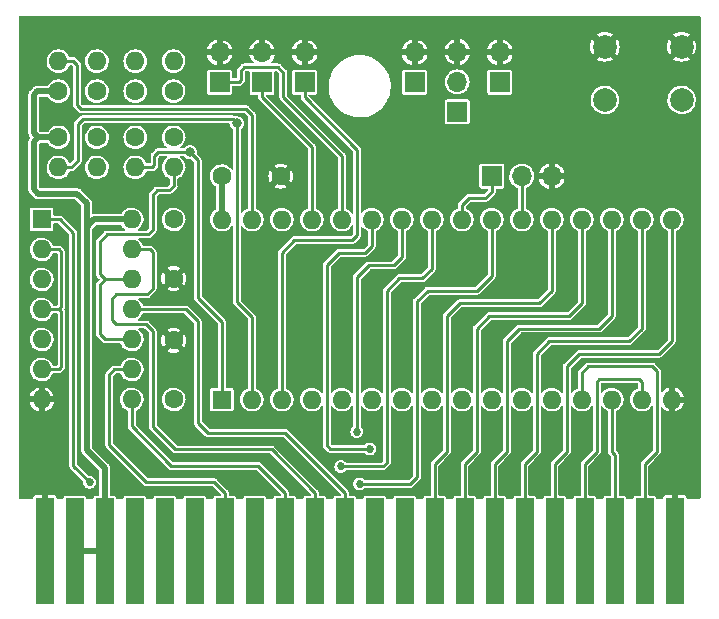
<source format=gtl>
%TF.GenerationSoftware,KiCad,Pcbnew,(6.0.1)*%
%TF.CreationDate,2022-03-03T11:38:52-05:00*%
%TF.ProjectId,Epyx-FastLoad,45707978-2d46-4617-9374-4c6f61642e6b,1*%
%TF.SameCoordinates,Original*%
%TF.FileFunction,Copper,L1,Top*%
%TF.FilePolarity,Positive*%
%FSLAX46Y46*%
G04 Gerber Fmt 4.6, Leading zero omitted, Abs format (unit mm)*
G04 Created by KiCad (PCBNEW (6.0.1)) date 2022-03-03 11:38:52*
%MOMM*%
%LPD*%
G01*
G04 APERTURE LIST*
%TA.AperFunction,ComponentPad*%
%ADD10C,1.600000*%
%TD*%
%TA.AperFunction,ComponentPad*%
%ADD11O,1.600000X1.600000*%
%TD*%
%TA.AperFunction,ComponentPad*%
%ADD12R,1.700000X1.700000*%
%TD*%
%TA.AperFunction,ComponentPad*%
%ADD13O,1.700000X1.700000*%
%TD*%
%TA.AperFunction,ComponentPad*%
%ADD14R,1.600000X1.600000*%
%TD*%
%TA.AperFunction,SMDPad,CuDef*%
%ADD15R,1.500000X9.000000*%
%TD*%
%TA.AperFunction,ComponentPad*%
%ADD16C,2.000000*%
%TD*%
%TA.AperFunction,ViaPad*%
%ADD17C,0.685800*%
%TD*%
%TA.AperFunction,ViaPad*%
%ADD18C,0.800000*%
%TD*%
%TA.AperFunction,Conductor*%
%ADD19C,0.250000*%
%TD*%
%TA.AperFunction,Conductor*%
%ADD20C,0.254000*%
%TD*%
%TA.AperFunction,Conductor*%
%ADD21C,0.508000*%
%TD*%
G04 APERTURE END LIST*
D10*
X123250000Y-90615000D03*
X123250000Y-85615000D03*
X123250000Y-64510000D03*
D11*
X123250000Y-61970000D03*
D10*
X120000000Y-64510000D03*
D11*
X120000000Y-61970000D03*
D12*
X143662500Y-63760000D03*
D13*
X143662500Y-61220000D03*
D10*
X123250000Y-80375000D03*
X123250000Y-75375000D03*
X113500000Y-64510000D03*
D11*
X113500000Y-61970000D03*
D12*
X147262500Y-66260000D03*
D13*
X147262500Y-63720000D03*
X147262500Y-61180000D03*
D10*
X120000000Y-68417500D03*
D11*
X120000000Y-70957500D03*
D10*
X113500000Y-68417500D03*
D11*
X113500000Y-70957500D03*
D14*
X127325000Y-90625000D03*
D11*
X129865000Y-90625000D03*
X132405000Y-90625000D03*
X134945000Y-90625000D03*
X137485000Y-90625000D03*
X140025000Y-90625000D03*
X142565000Y-90625000D03*
X145105000Y-90625000D03*
X147645000Y-90625000D03*
X150185000Y-90625000D03*
X152725000Y-90625000D03*
X155265000Y-90625000D03*
X157805000Y-90625000D03*
X160345000Y-90625000D03*
X162885000Y-90625000D03*
X165425000Y-90625000D03*
X165425000Y-75385000D03*
X162885000Y-75385000D03*
X160345000Y-75385000D03*
X157805000Y-75385000D03*
X155265000Y-75385000D03*
X152725000Y-75385000D03*
X150185000Y-75385000D03*
X147645000Y-75385000D03*
X145105000Y-75385000D03*
X142565000Y-75385000D03*
X140025000Y-75385000D03*
X137485000Y-75385000D03*
X134945000Y-75385000D03*
X132405000Y-75385000D03*
X129865000Y-75385000D03*
X127325000Y-75385000D03*
D10*
X132325000Y-71707500D03*
X127325000Y-71707500D03*
X116750000Y-68417500D03*
D11*
X116750000Y-70957500D03*
D15*
X112330000Y-103450550D03*
X114870000Y-103450550D03*
X117410000Y-103450550D03*
X119950000Y-103450550D03*
X122490000Y-103450550D03*
X125030000Y-103450550D03*
X127570000Y-103450550D03*
X130110000Y-103450550D03*
X132650000Y-103450550D03*
X135190000Y-103450550D03*
X137730000Y-103450550D03*
X140270000Y-103450550D03*
X142810000Y-103450550D03*
X145350000Y-103450550D03*
X147890000Y-103450550D03*
X150430000Y-103450550D03*
X152970000Y-103450550D03*
X155510000Y-103450550D03*
X158050000Y-103450550D03*
X160590000Y-103450550D03*
X163130000Y-103450550D03*
X165670000Y-103450550D03*
D10*
X116750000Y-64510000D03*
D11*
X116750000Y-61970000D03*
D14*
X112075000Y-75375000D03*
D11*
X112075000Y-77915000D03*
X112075000Y-80455000D03*
X112075000Y-82995000D03*
X112075000Y-85535000D03*
X112075000Y-88075000D03*
X112075000Y-90615000D03*
X119695000Y-90615000D03*
X119695000Y-88075000D03*
X119695000Y-85535000D03*
X119695000Y-82995000D03*
X119695000Y-80455000D03*
X119695000Y-77915000D03*
X119695000Y-75375000D03*
D16*
X166250000Y-65250000D03*
X159750000Y-65250000D03*
X166250000Y-60750000D03*
X159750000Y-60750000D03*
D12*
X127137500Y-63760000D03*
D13*
X127137500Y-61220000D03*
D12*
X150185000Y-71707500D03*
D13*
X152725000Y-71707500D03*
X155265000Y-71707500D03*
D12*
X150862500Y-63760000D03*
D13*
X150862500Y-61220000D03*
D10*
X123250000Y-68417500D03*
D11*
X123250000Y-70957500D03*
D12*
X130737500Y-63760000D03*
D13*
X130737500Y-61220000D03*
D12*
X134337500Y-63760000D03*
D13*
X134337500Y-61220000D03*
D17*
X156779999Y-98350000D03*
X149159999Y-98350000D03*
X159319999Y-98350000D03*
X154239999Y-98350000D03*
X161859999Y-98350000D03*
X118679999Y-98350000D03*
X151699999Y-98350000D03*
X146619999Y-98350000D03*
X116139999Y-97621039D03*
X137400000Y-96277809D03*
X138999999Y-97751379D03*
X138754999Y-93330669D03*
X139862900Y-94804239D03*
D18*
X128594999Y-67245666D03*
X124605249Y-69687499D03*
D19*
X113502999Y-82995000D02*
X113747999Y-82750000D01*
D20*
X113747999Y-78160000D02*
X113747999Y-82750000D01*
X130393029Y-96233029D02*
X132650000Y-98490000D01*
X113747999Y-83235000D02*
X113742999Y-83235000D01*
D19*
X112075000Y-82995000D02*
X113502999Y-82995000D01*
D20*
X119695000Y-90615000D02*
X119695000Y-92895000D01*
X113747999Y-87835000D02*
X113747999Y-83235000D01*
X123033029Y-96233029D02*
X130393029Y-96233029D01*
X132650000Y-98490000D02*
X132650000Y-103450550D01*
X113507999Y-88075000D02*
X113747999Y-87835000D01*
X119695000Y-92895000D02*
X123033029Y-96233029D01*
X113742999Y-83235000D02*
X113502999Y-82995000D01*
D19*
X112075000Y-77915000D02*
X113502999Y-77915000D01*
X113502999Y-77915000D02*
X113747999Y-78160000D01*
D20*
X112075000Y-88075000D02*
X113507999Y-88075000D01*
D21*
X116529000Y-75375000D02*
X115875000Y-76029000D01*
X127325000Y-75385000D02*
X127325000Y-71707500D01*
X114870000Y-103450550D02*
X117410000Y-103450550D01*
X111800000Y-73200000D02*
X111400000Y-72800000D01*
X115875000Y-73975000D02*
X115100000Y-73200000D01*
X111782500Y-68417500D02*
X111400000Y-68035000D01*
X111400000Y-64800000D02*
X111690000Y-64510000D01*
X111400000Y-68800000D02*
X111782500Y-68417500D01*
X115100000Y-73200000D02*
X111800000Y-73200000D01*
X117410000Y-96410000D02*
X117410000Y-103450550D01*
X119695000Y-75375000D02*
X116529000Y-75375000D01*
X115875000Y-73975000D02*
X115875000Y-94875000D01*
X111690000Y-64510000D02*
X113500000Y-64510000D01*
X111400000Y-72800000D02*
X111400000Y-68800000D01*
X115875000Y-94875000D02*
X117410000Y-96410000D01*
X111400000Y-68035000D02*
X111400000Y-64800000D01*
X111782500Y-68417500D02*
X113500000Y-68417500D01*
D20*
X119695000Y-88075000D02*
X118225000Y-88075000D01*
X117800000Y-94500000D02*
X120921039Y-97621039D01*
X118225000Y-88075000D02*
X117800000Y-88500000D01*
X117800000Y-88500000D02*
X117800000Y-94500000D01*
X127570000Y-98490000D02*
X127570000Y-103450550D01*
X120921039Y-97621039D02*
X126701039Y-97621039D01*
X126701039Y-97621039D02*
X127570000Y-98490000D01*
X118375001Y-81724999D02*
X118015332Y-82084668D01*
D19*
X119695000Y-77915000D02*
X121257499Y-77915000D01*
D20*
X123406473Y-94845019D02*
X131545019Y-94845019D01*
X118015332Y-83915332D02*
X118364999Y-84264999D01*
X121472499Y-78130000D02*
X121472499Y-81227501D01*
X121472499Y-92911045D02*
X123406473Y-94845019D01*
X118364999Y-84264999D02*
X120915987Y-84264999D01*
X118015332Y-82084668D02*
X118015332Y-83915332D01*
X120975001Y-81724999D02*
X118375001Y-81724999D01*
D19*
X121257499Y-77915000D02*
X121472499Y-78130000D01*
D20*
X121472499Y-81227501D02*
X120975001Y-81724999D01*
X120915987Y-84264999D02*
X121472499Y-84821511D01*
X121472499Y-84821511D02*
X121472499Y-92911045D01*
X131545019Y-94845019D02*
X135190000Y-98490000D01*
X135190000Y-98490000D02*
X135190000Y-103450550D01*
D19*
X126159009Y-93459009D02*
X132699009Y-93459009D01*
D20*
X137730000Y-98490000D02*
X137730000Y-103450550D01*
D19*
X125287499Y-83987499D02*
X125287499Y-92587499D01*
X124295000Y-82995000D02*
X125287499Y-83987499D01*
X119695000Y-82995000D02*
X124295000Y-82995000D01*
X132699009Y-93459009D02*
X137730000Y-98490000D01*
X125287499Y-92587499D02*
X126159009Y-93459009D01*
D20*
X146374999Y-95028525D02*
X146374999Y-83563001D01*
X155265000Y-81401844D02*
X155265000Y-75385000D01*
X145350000Y-96053524D02*
X146374999Y-95028525D01*
D19*
X145350000Y-103450550D02*
X145350000Y-96053524D01*
D20*
X146374999Y-83563001D02*
X147467387Y-82470613D01*
X147467387Y-82470613D02*
X154196231Y-82470613D01*
X154196231Y-82470613D02*
X155265000Y-81401844D01*
X157805000Y-82470613D02*
X157805000Y-75385000D01*
X148914999Y-95028525D02*
X147890000Y-96053524D01*
X148914999Y-84608151D02*
X149983768Y-83539382D01*
X148914999Y-84608151D02*
X148914999Y-95028525D01*
X156736231Y-83539382D02*
X157805000Y-82470613D01*
X149983768Y-83539382D02*
X156736231Y-83539382D01*
D19*
X147890000Y-103450550D02*
X147890000Y-96053524D01*
X150430000Y-103450550D02*
X150430000Y-96053524D01*
D20*
X151454999Y-85676920D02*
X152523768Y-84608151D01*
X159276231Y-84608151D02*
X160345000Y-83539382D01*
X152523768Y-84608151D02*
X159276231Y-84608151D01*
X160345000Y-83539382D02*
X160345000Y-75385000D01*
X151454999Y-85676920D02*
X151454999Y-95028525D01*
X151454999Y-95028525D02*
X150430000Y-96053524D01*
X153994999Y-86745689D02*
X155063768Y-85676920D01*
X155063768Y-85676920D02*
X161816231Y-85676920D01*
X153994999Y-95028525D02*
X152970000Y-96053524D01*
X161816231Y-85676920D02*
X162885000Y-84608151D01*
D19*
X152970000Y-103450550D02*
X152970000Y-96053524D01*
D20*
X162885000Y-84608151D02*
X162885000Y-75385000D01*
X153994999Y-86745689D02*
X153994999Y-95028525D01*
X164356231Y-86745689D02*
X165425000Y-85676920D01*
X157603768Y-86745689D02*
X164356231Y-86745689D01*
D19*
X155510000Y-103450550D02*
X155510000Y-96053524D01*
D20*
X156534999Y-95028525D02*
X156534999Y-87814458D01*
X165425000Y-85676920D02*
X165425000Y-75385000D01*
X156534999Y-87814458D02*
X157603768Y-86745689D01*
X155510000Y-96053524D02*
X156534999Y-95028525D01*
X160345000Y-90625000D02*
X160345000Y-95028525D01*
X160590000Y-95273525D02*
X160590000Y-103450550D01*
X160345000Y-95028525D02*
X160590000Y-95273525D01*
X164154999Y-88204999D02*
X164154999Y-95028525D01*
X163764458Y-87814458D02*
X164154999Y-88204999D01*
X157805000Y-88362978D02*
X158353520Y-87814458D01*
X158353520Y-87814458D02*
X163764458Y-87814458D01*
X157805000Y-90625000D02*
X157805000Y-88362978D01*
X164154999Y-95028525D02*
X163130000Y-96053524D01*
D19*
X163130000Y-103450550D02*
X163130000Y-96053524D01*
X113622999Y-75375000D02*
X114747999Y-76500000D01*
D20*
X114747999Y-96229039D02*
X114747999Y-76500000D01*
X116139999Y-97621039D02*
X114747999Y-96229039D01*
D19*
X112075000Y-75375000D02*
X113622999Y-75375000D01*
D20*
X144316925Y-80333075D02*
X142365925Y-80333075D01*
X141294999Y-81404001D02*
X141294999Y-95954500D01*
X140971690Y-96277809D02*
X137400000Y-96277809D01*
X142365925Y-80333075D02*
X141294999Y-81404001D01*
X141294999Y-95954500D02*
X140971690Y-96277809D01*
X145105000Y-79545000D02*
X144316925Y-80333075D01*
X145105000Y-75385000D02*
X145105000Y-79545000D01*
X148914999Y-81401844D02*
X150185000Y-80131843D01*
D19*
X143283620Y-97751379D02*
X143834999Y-97200000D01*
D20*
X143834999Y-82315001D02*
X144748156Y-81401844D01*
X144748156Y-81401844D02*
X148914999Y-81401844D01*
X143834999Y-97200000D02*
X143834999Y-82315001D01*
X150185000Y-80131843D02*
X150185000Y-75385000D01*
D19*
X138999999Y-97751379D02*
X143283620Y-97751379D01*
D20*
X142565000Y-78585000D02*
X142565000Y-75385000D01*
X141885694Y-79264306D02*
X142565000Y-78585000D01*
X138754999Y-93330669D02*
X138754999Y-80261001D01*
X139751694Y-79264306D02*
X141885694Y-79264306D01*
X138754999Y-80261001D02*
X139751694Y-79264306D01*
D19*
X136519238Y-94804239D02*
X136214999Y-94500000D01*
D20*
X136214999Y-79230538D02*
X137250000Y-78195537D01*
X137250000Y-78195537D02*
X139450000Y-78195537D01*
D19*
X140025000Y-75385000D02*
X140025000Y-77620537D01*
D20*
X139450000Y-78195537D02*
X140025000Y-77620537D01*
D19*
X139862900Y-94804239D02*
X136519238Y-94804239D01*
D20*
X136214999Y-94500000D02*
X136214999Y-79230538D01*
D19*
X128777499Y-63760000D02*
X128937499Y-63600000D01*
X137485000Y-69985000D02*
X137485000Y-75385000D01*
X132537499Y-65037499D02*
X137485000Y-69985000D01*
X129210001Y-62489999D02*
X132089999Y-62489999D01*
X132089999Y-62489999D02*
X132537499Y-62937499D01*
X127137500Y-63760000D02*
X128777499Y-63760000D01*
X128937499Y-62762501D02*
X129210001Y-62489999D01*
X132537499Y-62937499D02*
X132537499Y-65037499D01*
X128937499Y-63600000D02*
X128937499Y-62762501D01*
X134945000Y-69245000D02*
X134945000Y-75385000D01*
X130737500Y-63760000D02*
X130737500Y-65037500D01*
X130737500Y-65037500D02*
X134945000Y-69245000D01*
D20*
X138800000Y-76700000D02*
X138373232Y-77126768D01*
D19*
X134337500Y-65037500D02*
X138800000Y-69500000D01*
X138800000Y-69500000D02*
X138800000Y-76700000D01*
X134337500Y-63760000D02*
X134337500Y-65037500D01*
D20*
X133473769Y-77126768D02*
X132405000Y-78195537D01*
X132405000Y-78195537D02*
X132405000Y-90625000D01*
X138373232Y-77126768D02*
X133473769Y-77126768D01*
D19*
X128240666Y-66891333D02*
X128594999Y-67245666D01*
X115124999Y-67315001D02*
X115548667Y-66891333D01*
X114567499Y-70957500D02*
X115124999Y-70400000D01*
X115548667Y-66891333D02*
X128240666Y-66891333D01*
X128594999Y-82364999D02*
X129865000Y-83635000D01*
X113500000Y-70957500D02*
X114567499Y-70957500D01*
X128594999Y-67245666D02*
X128594999Y-82364999D01*
X115124999Y-70400000D02*
X115124999Y-67315001D01*
X129865000Y-83635000D02*
X129865000Y-90625000D01*
D20*
X121912501Y-69687499D02*
X124605249Y-69687499D01*
X125287499Y-70369749D02*
X124605249Y-69687499D01*
X120000000Y-70957500D02*
X121442500Y-70957500D01*
X121624999Y-69975001D02*
X121912501Y-69687499D01*
X125287499Y-81981249D02*
X127325000Y-84018750D01*
X121442500Y-70957500D02*
X121624999Y-70775001D01*
X127325000Y-84018750D02*
X127325000Y-90625000D01*
X125287499Y-81981249D02*
X125287499Y-70369749D01*
X121624999Y-70775001D02*
X121624999Y-69975001D01*
X119695000Y-80455000D02*
X117463666Y-80455000D01*
X122858751Y-72916249D02*
X123250000Y-72525000D01*
X121472499Y-73286501D02*
X121842751Y-72916249D01*
X121472499Y-76250000D02*
X121472499Y-73286501D01*
X150185000Y-73022000D02*
X150185000Y-71707500D01*
X147645000Y-75385000D02*
X147645000Y-74165000D01*
X117008666Y-85100000D02*
X117008666Y-80910000D01*
X148252000Y-73558000D02*
X149649000Y-73558000D01*
X121842751Y-72916249D02*
X122858751Y-72916249D01*
D19*
X117443666Y-85535000D02*
X117008666Y-85100000D01*
X119695000Y-85535000D02*
X117443666Y-85535000D01*
D20*
X147645000Y-74165000D02*
X148252000Y-73558000D01*
X117008666Y-80000000D02*
X117008666Y-77242334D01*
X149649000Y-73558000D02*
X150185000Y-73022000D01*
X117463666Y-80455000D02*
X117008666Y-80000000D01*
X117463666Y-80455000D02*
X117008666Y-80910000D01*
X117606001Y-76644999D02*
X121077500Y-76644999D01*
X123250000Y-72525000D02*
X123250000Y-70957500D01*
X121077500Y-76644999D02*
X121472499Y-76250000D01*
X117008666Y-77242334D02*
X117606001Y-76644999D01*
X159300000Y-88883227D02*
X162683227Y-88883227D01*
D19*
X158050000Y-103450550D02*
X158050000Y-96053524D01*
D20*
X158050000Y-96053524D02*
X159074999Y-95028525D01*
X162683227Y-88883227D02*
X162900000Y-89100000D01*
X159074999Y-89108228D02*
X159300000Y-88883227D01*
X159074999Y-95028525D02*
X159074999Y-89108228D01*
X162900000Y-89100000D02*
X162900000Y-90610000D01*
X115409166Y-66038166D02*
X129379166Y-66038166D01*
X129865000Y-66524000D02*
X129865000Y-75385000D01*
X115080000Y-65709000D02*
X115409166Y-66038166D01*
X129379166Y-66038166D02*
X129865000Y-66524000D01*
X113500000Y-61970000D02*
X114770000Y-61970000D01*
X115080000Y-62280000D02*
X115080000Y-65709000D01*
X114770000Y-61970000D02*
X115080000Y-62280000D01*
X152725000Y-71707500D02*
X152725000Y-75385000D01*
%TA.AperFunction,Conductor*%
G36*
X167854694Y-58145306D02*
G01*
X167873000Y-58189500D01*
X167873000Y-98937500D01*
X167854694Y-98981694D01*
X167810500Y-99000000D01*
X166750000Y-99000000D01*
X166750000Y-99000835D01*
X166712580Y-99000834D01*
X166678756Y-98967009D01*
X166673999Y-98943092D01*
X166673999Y-98928605D01*
X166673400Y-98922520D01*
X166660464Y-98857482D01*
X166655843Y-98846326D01*
X166606543Y-98772543D01*
X166598007Y-98764007D01*
X166524225Y-98714707D01*
X166513067Y-98710086D01*
X166448030Y-98697149D01*
X166441946Y-98696550D01*
X165936431Y-98696550D01*
X165927641Y-98700191D01*
X165924000Y-98708981D01*
X165924000Y-99250000D01*
X165416000Y-99250000D01*
X165416000Y-98708982D01*
X165412359Y-98700192D01*
X165403569Y-98696551D01*
X164898055Y-98696551D01*
X164891970Y-98697150D01*
X164826932Y-98710086D01*
X164815776Y-98714707D01*
X164741993Y-98764007D01*
X164733457Y-98772543D01*
X164684157Y-98846325D01*
X164679536Y-98857483D01*
X164666599Y-98922520D01*
X164666000Y-98928604D01*
X164666000Y-98937500D01*
X164647694Y-98981694D01*
X164603500Y-99000000D01*
X164143000Y-99000000D01*
X164098806Y-98981694D01*
X164080500Y-98937500D01*
X164080500Y-98930802D01*
X164068867Y-98872319D01*
X164024552Y-98805998D01*
X163974484Y-98772543D01*
X163963347Y-98765101D01*
X163963345Y-98765100D01*
X163958231Y-98761683D01*
X163952197Y-98760483D01*
X163952195Y-98760482D01*
X163902761Y-98750649D01*
X163902758Y-98750649D01*
X163899748Y-98750050D01*
X163518000Y-98750050D01*
X163473806Y-98731744D01*
X163455500Y-98687550D01*
X163455500Y-96217066D01*
X163473806Y-96172872D01*
X163916424Y-95730255D01*
X164374537Y-95272142D01*
X164378557Y-95268458D01*
X164405561Y-95245799D01*
X164409749Y-95242285D01*
X164430113Y-95207013D01*
X164433040Y-95202419D01*
X164453260Y-95173543D01*
X164453261Y-95173541D01*
X164456393Y-95169068D01*
X164458051Y-95162881D01*
X164464294Y-95147811D01*
X164464763Y-95146998D01*
X164464764Y-95146996D01*
X164467496Y-95142264D01*
X164474030Y-95105208D01*
X164474568Y-95102154D01*
X164475749Y-95096829D01*
X164484870Y-95062792D01*
X164484870Y-95062790D01*
X164486285Y-95057510D01*
X164482737Y-95016956D01*
X164482499Y-95011509D01*
X164482499Y-91312267D01*
X164500805Y-91268073D01*
X164544999Y-91249767D01*
X164589193Y-91268073D01*
X164593980Y-91273446D01*
X164661245Y-91358314D01*
X164665477Y-91362696D01*
X164818228Y-91492697D01*
X164823224Y-91496170D01*
X164998324Y-91594030D01*
X165003895Y-91596464D01*
X165159177Y-91646919D01*
X165168662Y-91646172D01*
X165171000Y-91643435D01*
X165171000Y-91636010D01*
X165679000Y-91636010D01*
X165682641Y-91644800D01*
X165686426Y-91646368D01*
X165805058Y-91613245D01*
X165810721Y-91611048D01*
X165989774Y-91520602D01*
X165994896Y-91517352D01*
X166152969Y-91393850D01*
X166157373Y-91389657D01*
X166288439Y-91237814D01*
X166291950Y-91232837D01*
X166391024Y-91058437D01*
X166393501Y-91052873D01*
X166447417Y-90890796D01*
X166446737Y-90881306D01*
X166444075Y-90879000D01*
X165691431Y-90879000D01*
X165682641Y-90882641D01*
X165679000Y-90891431D01*
X165679000Y-91636010D01*
X165171000Y-91636010D01*
X165171000Y-90358569D01*
X165679000Y-90358569D01*
X165682641Y-90367359D01*
X165691431Y-90371000D01*
X166436921Y-90371000D01*
X166445711Y-90367359D01*
X166447181Y-90363810D01*
X166405071Y-90224336D01*
X166402751Y-90218708D01*
X166308582Y-90041601D01*
X166305216Y-90036536D01*
X166178438Y-89881091D01*
X166174149Y-89876773D01*
X166019598Y-89748916D01*
X166014549Y-89745511D01*
X165838112Y-89650112D01*
X165832494Y-89647750D01*
X165690877Y-89603911D01*
X165681402Y-89604791D01*
X165679000Y-89607683D01*
X165679000Y-90358569D01*
X165171000Y-90358569D01*
X165171000Y-89613439D01*
X165167359Y-89604649D01*
X165163732Y-89603147D01*
X165031190Y-89642156D01*
X165025544Y-89644437D01*
X164847781Y-89737369D01*
X164842698Y-89740695D01*
X164686369Y-89866387D01*
X164682021Y-89870645D01*
X164592877Y-89976882D01*
X164550446Y-89998970D01*
X164504825Y-89984586D01*
X164482737Y-89942155D01*
X164482499Y-89936708D01*
X164482499Y-88222015D01*
X164482737Y-88216568D01*
X164485337Y-88186849D01*
X164486285Y-88176014D01*
X164475749Y-88136695D01*
X164474568Y-88131370D01*
X164472450Y-88119356D01*
X164467496Y-88091260D01*
X164464294Y-88085713D01*
X164458051Y-88070642D01*
X164457807Y-88069733D01*
X164456393Y-88064456D01*
X164451818Y-88057921D01*
X164433040Y-88031105D01*
X164430110Y-88026506D01*
X164421234Y-88011131D01*
X164409749Y-87991239D01*
X164378556Y-87965065D01*
X164374536Y-87961381D01*
X164008080Y-87594926D01*
X164004396Y-87590906D01*
X163990647Y-87574520D01*
X163978218Y-87559708D01*
X163962725Y-87550763D01*
X163942950Y-87539346D01*
X163938351Y-87536416D01*
X163909479Y-87516199D01*
X163909475Y-87516197D01*
X163905001Y-87513064D01*
X163898814Y-87511406D01*
X163883746Y-87505165D01*
X163878197Y-87501961D01*
X163872812Y-87501012D01*
X163872811Y-87501011D01*
X163838097Y-87494890D01*
X163832774Y-87493710D01*
X163832767Y-87493708D01*
X163793442Y-87483171D01*
X163753491Y-87486667D01*
X163752881Y-87486720D01*
X163747433Y-87486958D01*
X158370536Y-87486958D01*
X158365089Y-87486720D01*
X158362399Y-87486485D01*
X158324535Y-87483172D01*
X158319255Y-87484587D01*
X158319253Y-87484587D01*
X158285216Y-87493708D01*
X158279891Y-87494889D01*
X158279886Y-87494890D01*
X158239781Y-87501961D01*
X158235046Y-87504694D01*
X158235047Y-87504694D01*
X158234234Y-87505163D01*
X158219163Y-87511406D01*
X158218704Y-87511529D01*
X158212977Y-87513064D01*
X158208504Y-87516196D01*
X158208502Y-87516197D01*
X158204995Y-87518653D01*
X158179620Y-87536421D01*
X158175032Y-87539344D01*
X158139760Y-87559708D01*
X158136246Y-87563896D01*
X158113586Y-87590901D01*
X158109902Y-87594921D01*
X157585468Y-88119356D01*
X157581448Y-88123040D01*
X157550250Y-88149218D01*
X157547517Y-88153952D01*
X157529888Y-88184486D01*
X157526958Y-88189085D01*
X157506741Y-88217957D01*
X157506740Y-88217959D01*
X157503606Y-88222435D01*
X157502191Y-88227714D01*
X157502191Y-88227715D01*
X157501948Y-88228622D01*
X157495707Y-88243690D01*
X157492503Y-88249239D01*
X157491554Y-88254624D01*
X157491553Y-88254625D01*
X157485432Y-88289339D01*
X157484252Y-88294661D01*
X157473713Y-88333994D01*
X157475243Y-88351476D01*
X157477262Y-88374555D01*
X157477500Y-88380003D01*
X157477500Y-89631655D01*
X157459194Y-89675849D01*
X157434112Y-89690743D01*
X157434158Y-89690857D01*
X157433413Y-89691158D01*
X157432650Y-89691611D01*
X157428393Y-89692864D01*
X157254512Y-89783767D01*
X157101600Y-89906711D01*
X157099634Y-89909054D01*
X156977449Y-90054670D01*
X156975480Y-90057016D01*
X156975243Y-90056817D01*
X156936499Y-90082077D01*
X156889691Y-90072215D01*
X156863566Y-90032144D01*
X156862499Y-90020644D01*
X156862499Y-87976000D01*
X156880805Y-87931806D01*
X157721117Y-87091495D01*
X157765311Y-87073189D01*
X164339206Y-87073189D01*
X164344654Y-87073427D01*
X164385215Y-87076976D01*
X164424548Y-87066437D01*
X164429870Y-87065257D01*
X164464584Y-87059136D01*
X164464585Y-87059135D01*
X164469970Y-87058186D01*
X164475519Y-87054982D01*
X164490587Y-87048741D01*
X164491494Y-87048498D01*
X164491495Y-87048498D01*
X164496774Y-87047083D01*
X164501250Y-87043949D01*
X164501252Y-87043948D01*
X164530124Y-87023731D01*
X164534723Y-87020801D01*
X164565257Y-87003172D01*
X164565256Y-87003172D01*
X164569991Y-87000439D01*
X164596169Y-86969241D01*
X164599853Y-86965221D01*
X165644538Y-85920537D01*
X165648558Y-85916853D01*
X165675560Y-85894196D01*
X165675561Y-85894195D01*
X165679750Y-85890680D01*
X165700108Y-85855419D01*
X165703036Y-85850824D01*
X165723259Y-85821941D01*
X165726395Y-85817463D01*
X165728053Y-85811275D01*
X165734295Y-85796206D01*
X165734763Y-85795396D01*
X165734765Y-85795391D01*
X165737497Y-85790659D01*
X165738671Y-85784005D01*
X165744567Y-85750564D01*
X165745747Y-85745241D01*
X165756287Y-85705904D01*
X165752738Y-85665343D01*
X165752500Y-85659895D01*
X165752500Y-76378763D01*
X165770806Y-76334569D01*
X165788821Y-76322828D01*
X165788556Y-76322303D01*
X165960969Y-76235211D01*
X165963689Y-76233837D01*
X165966087Y-76231964D01*
X165966091Y-76231961D01*
X166046930Y-76168802D01*
X166118303Y-76113040D01*
X166126935Y-76103040D01*
X166244515Y-75966822D01*
X166244519Y-75966817D01*
X166246509Y-75964511D01*
X166264984Y-75931990D01*
X166341914Y-75796570D01*
X166341916Y-75796565D01*
X166343425Y-75793909D01*
X166405358Y-75607732D01*
X166406622Y-75597732D01*
X166429729Y-75414813D01*
X166429729Y-75414812D01*
X166429949Y-75413071D01*
X166430341Y-75385000D01*
X166429361Y-75375000D01*
X166411492Y-75192769D01*
X166411194Y-75189728D01*
X166354484Y-75001894D01*
X166335633Y-74966440D01*
X166263805Y-74831351D01*
X166263803Y-74831348D01*
X166262370Y-74828653D01*
X166138361Y-74676602D01*
X165987180Y-74551535D01*
X165984496Y-74550084D01*
X165984492Y-74550081D01*
X165817270Y-74459665D01*
X165814585Y-74458213D01*
X165713852Y-74427031D01*
X165630067Y-74401095D01*
X165630064Y-74401094D01*
X165627152Y-74400193D01*
X165624119Y-74399874D01*
X165624118Y-74399874D01*
X165557918Y-74392916D01*
X165432019Y-74379683D01*
X165428986Y-74379959D01*
X165428982Y-74379959D01*
X165349531Y-74387190D01*
X165236618Y-74397466D01*
X165233690Y-74398328D01*
X165233689Y-74398328D01*
X165224288Y-74401095D01*
X165048393Y-74452864D01*
X164874512Y-74543767D01*
X164721600Y-74666711D01*
X164595480Y-74817016D01*
X164585521Y-74835132D01*
X164506454Y-74978954D01*
X164500956Y-74988954D01*
X164441628Y-75175978D01*
X164441287Y-75179016D01*
X164441287Y-75179017D01*
X164420879Y-75360963D01*
X164419757Y-75370963D01*
X164420013Y-75374010D01*
X164435582Y-75559419D01*
X164436175Y-75566483D01*
X164437017Y-75569419D01*
X164487391Y-75745091D01*
X164490258Y-75755091D01*
X164579944Y-75929601D01*
X164581835Y-75931987D01*
X164581837Y-75931990D01*
X164610350Y-75967964D01*
X164701818Y-76083369D01*
X164704148Y-76085352D01*
X164836229Y-76197761D01*
X164851238Y-76210535D01*
X165022513Y-76306257D01*
X165025417Y-76307201D01*
X165025418Y-76307201D01*
X165054314Y-76316590D01*
X165090688Y-76347657D01*
X165097500Y-76376031D01*
X165097500Y-85515377D01*
X165079194Y-85559571D01*
X164238883Y-86399883D01*
X164194689Y-86418189D01*
X157620793Y-86418189D01*
X157615345Y-86417951D01*
X157614735Y-86417898D01*
X157574784Y-86414402D01*
X157535447Y-86424942D01*
X157530124Y-86426122D01*
X157495415Y-86432242D01*
X157495414Y-86432243D01*
X157490029Y-86433192D01*
X157485297Y-86435924D01*
X157485292Y-86435926D01*
X157484482Y-86436394D01*
X157469413Y-86442636D01*
X157468505Y-86442879D01*
X157468503Y-86442880D01*
X157463225Y-86444294D01*
X157448268Y-86454767D01*
X157429864Y-86467653D01*
X157425269Y-86470581D01*
X157390008Y-86490939D01*
X157386493Y-86495128D01*
X157386492Y-86495129D01*
X157363835Y-86522131D01*
X157360151Y-86526151D01*
X156315467Y-87570836D01*
X156311447Y-87574520D01*
X156280249Y-87600698D01*
X156277516Y-87605432D01*
X156259887Y-87635966D01*
X156256957Y-87640565D01*
X156236740Y-87669437D01*
X156236739Y-87669439D01*
X156233605Y-87673915D01*
X156232190Y-87679194D01*
X156232190Y-87679195D01*
X156231947Y-87680102D01*
X156225706Y-87695170D01*
X156222502Y-87700719D01*
X156221553Y-87706104D01*
X156221552Y-87706105D01*
X156215431Y-87740819D01*
X156214251Y-87746141D01*
X156203712Y-87785474D01*
X156206755Y-87820250D01*
X156207261Y-87826035D01*
X156207499Y-87831483D01*
X156207499Y-90022033D01*
X156189193Y-90066227D01*
X156144999Y-90084533D01*
X156100805Y-90066227D01*
X156096565Y-90061535D01*
X155980293Y-89918971D01*
X155978361Y-89916602D01*
X155827180Y-89791535D01*
X155824496Y-89790084D01*
X155824492Y-89790081D01*
X155657270Y-89699665D01*
X155654585Y-89698213D01*
X155552815Y-89666710D01*
X155470067Y-89641095D01*
X155470064Y-89641094D01*
X155467152Y-89640193D01*
X155464119Y-89639874D01*
X155464118Y-89639874D01*
X155397918Y-89632916D01*
X155272019Y-89619683D01*
X155268986Y-89619959D01*
X155268982Y-89619959D01*
X155189531Y-89627190D01*
X155076618Y-89637466D01*
X155073690Y-89638328D01*
X155073689Y-89638328D01*
X155064288Y-89641095D01*
X154888393Y-89692864D01*
X154714512Y-89783767D01*
X154561600Y-89906711D01*
X154559634Y-89909054D01*
X154437449Y-90054670D01*
X154435480Y-90057016D01*
X154435243Y-90056817D01*
X154396499Y-90082077D01*
X154349691Y-90072215D01*
X154323566Y-90032144D01*
X154322499Y-90020644D01*
X154322499Y-86907231D01*
X154340805Y-86863037D01*
X155181117Y-86022726D01*
X155225311Y-86004420D01*
X161799206Y-86004420D01*
X161804654Y-86004658D01*
X161845215Y-86008207D01*
X161884548Y-85997668D01*
X161889870Y-85996488D01*
X161924584Y-85990367D01*
X161924585Y-85990366D01*
X161929970Y-85989417D01*
X161935519Y-85986213D01*
X161950587Y-85979972D01*
X161951494Y-85979729D01*
X161951495Y-85979729D01*
X161956774Y-85978314D01*
X161961250Y-85975180D01*
X161961252Y-85975179D01*
X161990124Y-85954962D01*
X161994723Y-85952032D01*
X162025257Y-85934403D01*
X162025256Y-85934403D01*
X162029991Y-85931670D01*
X162056169Y-85900472D01*
X162059853Y-85896452D01*
X163104538Y-84851768D01*
X163108558Y-84848084D01*
X163135560Y-84825427D01*
X163135561Y-84825426D01*
X163139750Y-84821911D01*
X163160108Y-84786650D01*
X163163036Y-84782055D01*
X163183259Y-84753172D01*
X163186395Y-84748694D01*
X163188053Y-84742506D01*
X163194295Y-84727437D01*
X163194763Y-84726627D01*
X163194765Y-84726622D01*
X163197497Y-84721890D01*
X163199987Y-84707772D01*
X163204567Y-84681795D01*
X163205747Y-84676472D01*
X163209924Y-84660881D01*
X163216287Y-84637135D01*
X163212738Y-84596574D01*
X163212500Y-84591126D01*
X163212500Y-76378763D01*
X163230806Y-76334569D01*
X163248821Y-76322828D01*
X163248556Y-76322303D01*
X163420969Y-76235211D01*
X163423689Y-76233837D01*
X163426087Y-76231964D01*
X163426091Y-76231961D01*
X163506930Y-76168802D01*
X163578303Y-76113040D01*
X163586935Y-76103040D01*
X163704515Y-75966822D01*
X163704519Y-75966817D01*
X163706509Y-75964511D01*
X163724984Y-75931990D01*
X163801914Y-75796570D01*
X163801916Y-75796565D01*
X163803425Y-75793909D01*
X163865358Y-75607732D01*
X163866622Y-75597732D01*
X163889729Y-75414813D01*
X163889729Y-75414812D01*
X163889949Y-75413071D01*
X163890341Y-75385000D01*
X163889361Y-75375000D01*
X163871492Y-75192769D01*
X163871194Y-75189728D01*
X163814484Y-75001894D01*
X163795633Y-74966440D01*
X163723805Y-74831351D01*
X163723803Y-74831348D01*
X163722370Y-74828653D01*
X163598361Y-74676602D01*
X163447180Y-74551535D01*
X163444496Y-74550084D01*
X163444492Y-74550081D01*
X163277270Y-74459665D01*
X163274585Y-74458213D01*
X163173852Y-74427031D01*
X163090067Y-74401095D01*
X163090064Y-74401094D01*
X163087152Y-74400193D01*
X163084119Y-74399874D01*
X163084118Y-74399874D01*
X163017918Y-74392916D01*
X162892019Y-74379683D01*
X162888986Y-74379959D01*
X162888982Y-74379959D01*
X162809531Y-74387190D01*
X162696618Y-74397466D01*
X162693690Y-74398328D01*
X162693689Y-74398328D01*
X162684288Y-74401095D01*
X162508393Y-74452864D01*
X162334512Y-74543767D01*
X162181600Y-74666711D01*
X162055480Y-74817016D01*
X162045521Y-74835132D01*
X161966454Y-74978954D01*
X161960956Y-74988954D01*
X161901628Y-75175978D01*
X161901287Y-75179016D01*
X161901287Y-75179017D01*
X161880879Y-75360963D01*
X161879757Y-75370963D01*
X161880013Y-75374010D01*
X161895582Y-75559419D01*
X161896175Y-75566483D01*
X161897017Y-75569419D01*
X161947391Y-75745091D01*
X161950258Y-75755091D01*
X162039944Y-75929601D01*
X162041835Y-75931987D01*
X162041837Y-75931990D01*
X162070350Y-75967964D01*
X162161818Y-76083369D01*
X162164148Y-76085352D01*
X162296229Y-76197761D01*
X162311238Y-76210535D01*
X162482513Y-76306257D01*
X162485417Y-76307201D01*
X162485418Y-76307201D01*
X162514314Y-76316590D01*
X162550688Y-76347657D01*
X162557500Y-76376031D01*
X162557500Y-84446608D01*
X162539194Y-84490802D01*
X161698883Y-85331114D01*
X161654689Y-85349420D01*
X155080793Y-85349420D01*
X155075345Y-85349182D01*
X155074735Y-85349129D01*
X155034784Y-85345633D01*
X155000997Y-85354686D01*
X154995447Y-85356173D01*
X154990124Y-85357353D01*
X154955415Y-85363473D01*
X154955414Y-85363474D01*
X154950029Y-85364423D01*
X154945297Y-85367155D01*
X154945292Y-85367157D01*
X154944482Y-85367625D01*
X154929413Y-85373867D01*
X154928505Y-85374110D01*
X154928503Y-85374111D01*
X154923225Y-85375525D01*
X154903603Y-85389265D01*
X154889864Y-85398884D01*
X154885269Y-85401812D01*
X154850008Y-85422170D01*
X154846493Y-85426359D01*
X154846492Y-85426360D01*
X154823835Y-85453362D01*
X154820151Y-85457382D01*
X153775467Y-86502067D01*
X153771447Y-86505751D01*
X153740249Y-86531929D01*
X153731304Y-86547422D01*
X153719887Y-86567197D01*
X153716957Y-86571796D01*
X153696740Y-86600668D01*
X153696739Y-86600670D01*
X153693605Y-86605146D01*
X153692190Y-86610425D01*
X153692190Y-86610426D01*
X153691947Y-86611333D01*
X153685706Y-86626401D01*
X153682502Y-86631950D01*
X153681553Y-86637335D01*
X153681552Y-86637336D01*
X153675431Y-86672050D01*
X153674251Y-86677372D01*
X153663712Y-86716705D01*
X153664189Y-86722153D01*
X153667261Y-86757266D01*
X153667499Y-86762714D01*
X153667499Y-90022033D01*
X153649193Y-90066227D01*
X153604999Y-90084533D01*
X153560805Y-90066227D01*
X153556565Y-90061535D01*
X153440293Y-89918971D01*
X153438361Y-89916602D01*
X153287180Y-89791535D01*
X153284496Y-89790084D01*
X153284492Y-89790081D01*
X153117270Y-89699665D01*
X153114585Y-89698213D01*
X153012815Y-89666710D01*
X152930067Y-89641095D01*
X152930064Y-89641094D01*
X152927152Y-89640193D01*
X152924119Y-89639874D01*
X152924118Y-89639874D01*
X152857918Y-89632916D01*
X152732019Y-89619683D01*
X152728986Y-89619959D01*
X152728982Y-89619959D01*
X152649531Y-89627190D01*
X152536618Y-89637466D01*
X152533690Y-89638328D01*
X152533689Y-89638328D01*
X152524288Y-89641095D01*
X152348393Y-89692864D01*
X152174512Y-89783767D01*
X152021600Y-89906711D01*
X152019634Y-89909054D01*
X151897449Y-90054670D01*
X151895480Y-90057016D01*
X151895243Y-90056817D01*
X151856499Y-90082077D01*
X151809691Y-90072215D01*
X151783566Y-90032144D01*
X151782499Y-90020644D01*
X151782499Y-85838462D01*
X151800805Y-85794268D01*
X152641117Y-84953957D01*
X152685311Y-84935651D01*
X159259206Y-84935651D01*
X159264654Y-84935889D01*
X159305215Y-84939438D01*
X159344548Y-84928899D01*
X159349870Y-84927719D01*
X159384584Y-84921598D01*
X159384585Y-84921597D01*
X159389970Y-84920648D01*
X159395519Y-84917444D01*
X159410587Y-84911203D01*
X159411494Y-84910960D01*
X159411495Y-84910960D01*
X159416774Y-84909545D01*
X159421250Y-84906411D01*
X159421252Y-84906410D01*
X159450124Y-84886193D01*
X159454723Y-84883263D01*
X159485257Y-84865634D01*
X159485256Y-84865634D01*
X159489991Y-84862901D01*
X159516169Y-84831703D01*
X159519853Y-84827683D01*
X160564538Y-83782999D01*
X160568558Y-83779315D01*
X160595560Y-83756658D01*
X160595561Y-83756657D01*
X160599750Y-83753142D01*
X160620108Y-83717881D01*
X160623036Y-83713286D01*
X160643259Y-83684403D01*
X160646395Y-83679925D01*
X160648053Y-83673737D01*
X160654295Y-83658668D01*
X160654763Y-83657858D01*
X160654765Y-83657853D01*
X160657497Y-83653121D01*
X160664567Y-83613026D01*
X160665747Y-83607703D01*
X160667567Y-83600911D01*
X160676287Y-83568366D01*
X160672738Y-83527805D01*
X160672500Y-83522357D01*
X160672500Y-76378763D01*
X160690806Y-76334569D01*
X160708821Y-76322828D01*
X160708556Y-76322303D01*
X160880969Y-76235211D01*
X160883689Y-76233837D01*
X160886087Y-76231964D01*
X160886091Y-76231961D01*
X160966930Y-76168802D01*
X161038303Y-76113040D01*
X161046935Y-76103040D01*
X161164515Y-75966822D01*
X161164519Y-75966817D01*
X161166509Y-75964511D01*
X161184984Y-75931990D01*
X161261914Y-75796570D01*
X161261916Y-75796565D01*
X161263425Y-75793909D01*
X161325358Y-75607732D01*
X161326622Y-75597732D01*
X161349729Y-75414813D01*
X161349729Y-75414812D01*
X161349949Y-75413071D01*
X161350341Y-75385000D01*
X161349361Y-75375000D01*
X161331492Y-75192769D01*
X161331194Y-75189728D01*
X161274484Y-75001894D01*
X161255633Y-74966440D01*
X161183805Y-74831351D01*
X161183803Y-74831348D01*
X161182370Y-74828653D01*
X161058361Y-74676602D01*
X160907180Y-74551535D01*
X160904496Y-74550084D01*
X160904492Y-74550081D01*
X160737270Y-74459665D01*
X160734585Y-74458213D01*
X160633852Y-74427031D01*
X160550067Y-74401095D01*
X160550064Y-74401094D01*
X160547152Y-74400193D01*
X160544119Y-74399874D01*
X160544118Y-74399874D01*
X160477918Y-74392916D01*
X160352019Y-74379683D01*
X160348986Y-74379959D01*
X160348982Y-74379959D01*
X160269531Y-74387190D01*
X160156618Y-74397466D01*
X160153690Y-74398328D01*
X160153689Y-74398328D01*
X160144288Y-74401095D01*
X159968393Y-74452864D01*
X159794512Y-74543767D01*
X159641600Y-74666711D01*
X159515480Y-74817016D01*
X159505521Y-74835132D01*
X159426454Y-74978954D01*
X159420956Y-74988954D01*
X159361628Y-75175978D01*
X159361287Y-75179016D01*
X159361287Y-75179017D01*
X159340879Y-75360963D01*
X159339757Y-75370963D01*
X159340013Y-75374010D01*
X159355582Y-75559419D01*
X159356175Y-75566483D01*
X159357017Y-75569419D01*
X159407391Y-75745091D01*
X159410258Y-75755091D01*
X159499944Y-75929601D01*
X159501835Y-75931987D01*
X159501837Y-75931990D01*
X159530350Y-75967964D01*
X159621818Y-76083369D01*
X159624148Y-76085352D01*
X159756229Y-76197761D01*
X159771238Y-76210535D01*
X159942513Y-76306257D01*
X159945417Y-76307201D01*
X159945418Y-76307201D01*
X159974314Y-76316590D01*
X160010688Y-76347657D01*
X160017500Y-76376031D01*
X160017500Y-83377839D01*
X159999194Y-83422033D01*
X159158883Y-84262345D01*
X159114689Y-84280651D01*
X152540793Y-84280651D01*
X152535345Y-84280413D01*
X152534735Y-84280360D01*
X152494784Y-84276864D01*
X152455447Y-84287404D01*
X152450124Y-84288584D01*
X152415415Y-84294704D01*
X152415414Y-84294705D01*
X152410029Y-84295654D01*
X152405297Y-84298386D01*
X152405292Y-84298388D01*
X152404482Y-84298856D01*
X152389413Y-84305098D01*
X152388505Y-84305341D01*
X152388503Y-84305342D01*
X152383225Y-84306756D01*
X152363603Y-84320496D01*
X152349864Y-84330115D01*
X152345269Y-84333043D01*
X152310008Y-84353401D01*
X152306493Y-84357590D01*
X152306492Y-84357591D01*
X152283835Y-84384593D01*
X152280151Y-84388613D01*
X151235467Y-85433298D01*
X151231447Y-85436982D01*
X151200249Y-85463160D01*
X151197516Y-85467894D01*
X151179887Y-85498428D01*
X151176957Y-85503027D01*
X151156740Y-85531899D01*
X151156739Y-85531901D01*
X151153605Y-85536377D01*
X151152190Y-85541656D01*
X151152190Y-85541657D01*
X151151947Y-85542564D01*
X151145706Y-85557632D01*
X151142502Y-85563181D01*
X151141553Y-85568566D01*
X151141552Y-85568567D01*
X151135431Y-85603281D01*
X151134251Y-85608603D01*
X151123712Y-85647936D01*
X151124997Y-85662623D01*
X151127261Y-85688497D01*
X151127499Y-85693945D01*
X151127499Y-90022033D01*
X151109193Y-90066227D01*
X151064999Y-90084533D01*
X151020805Y-90066227D01*
X151016565Y-90061535D01*
X150900293Y-89918971D01*
X150898361Y-89916602D01*
X150747180Y-89791535D01*
X150744496Y-89790084D01*
X150744492Y-89790081D01*
X150577270Y-89699665D01*
X150574585Y-89698213D01*
X150472815Y-89666710D01*
X150390067Y-89641095D01*
X150390064Y-89641094D01*
X150387152Y-89640193D01*
X150384119Y-89639874D01*
X150384118Y-89639874D01*
X150317918Y-89632916D01*
X150192019Y-89619683D01*
X150188986Y-89619959D01*
X150188982Y-89619959D01*
X150109531Y-89627190D01*
X149996618Y-89637466D01*
X149993690Y-89638328D01*
X149993689Y-89638328D01*
X149984288Y-89641095D01*
X149808393Y-89692864D01*
X149634512Y-89783767D01*
X149481600Y-89906711D01*
X149479634Y-89909054D01*
X149357449Y-90054670D01*
X149355480Y-90057016D01*
X149355243Y-90056817D01*
X149316499Y-90082077D01*
X149269691Y-90072215D01*
X149243566Y-90032144D01*
X149242499Y-90020644D01*
X149242499Y-84769693D01*
X149260805Y-84725499D01*
X150101117Y-83885188D01*
X150145311Y-83866882D01*
X156719206Y-83866882D01*
X156724654Y-83867120D01*
X156765215Y-83870669D01*
X156804548Y-83860130D01*
X156809870Y-83858950D01*
X156844584Y-83852829D01*
X156844585Y-83852828D01*
X156849970Y-83851879D01*
X156855519Y-83848675D01*
X156870587Y-83842434D01*
X156871494Y-83842191D01*
X156871495Y-83842191D01*
X156876774Y-83840776D01*
X156881250Y-83837642D01*
X156881252Y-83837641D01*
X156910124Y-83817424D01*
X156914723Y-83814494D01*
X156945257Y-83796865D01*
X156945256Y-83796865D01*
X156949991Y-83794132D01*
X156976169Y-83762934D01*
X156979853Y-83758914D01*
X158024538Y-82714230D01*
X158028558Y-82710546D01*
X158055560Y-82687889D01*
X158055561Y-82687888D01*
X158059750Y-82684373D01*
X158080108Y-82649112D01*
X158083036Y-82644517D01*
X158096657Y-82625063D01*
X158106395Y-82611156D01*
X158108053Y-82604968D01*
X158114295Y-82589899D01*
X158114763Y-82589089D01*
X158114765Y-82589084D01*
X158117497Y-82584352D01*
X158118714Y-82577454D01*
X158124567Y-82544257D01*
X158125747Y-82538934D01*
X158134871Y-82504880D01*
X158136287Y-82499597D01*
X158132738Y-82459036D01*
X158132500Y-82453588D01*
X158132500Y-76378763D01*
X158150806Y-76334569D01*
X158168821Y-76322828D01*
X158168556Y-76322303D01*
X158340969Y-76235211D01*
X158343689Y-76233837D01*
X158346087Y-76231964D01*
X158346091Y-76231961D01*
X158426930Y-76168802D01*
X158498303Y-76113040D01*
X158506935Y-76103040D01*
X158624515Y-75966822D01*
X158624519Y-75966817D01*
X158626509Y-75964511D01*
X158644984Y-75931990D01*
X158721914Y-75796570D01*
X158721916Y-75796565D01*
X158723425Y-75793909D01*
X158785358Y-75607732D01*
X158786622Y-75597732D01*
X158809729Y-75414813D01*
X158809729Y-75414812D01*
X158809949Y-75413071D01*
X158810341Y-75385000D01*
X158809361Y-75375000D01*
X158791492Y-75192769D01*
X158791194Y-75189728D01*
X158734484Y-75001894D01*
X158715633Y-74966440D01*
X158643805Y-74831351D01*
X158643803Y-74831348D01*
X158642370Y-74828653D01*
X158518361Y-74676602D01*
X158367180Y-74551535D01*
X158364496Y-74550084D01*
X158364492Y-74550081D01*
X158197270Y-74459665D01*
X158194585Y-74458213D01*
X158093852Y-74427031D01*
X158010067Y-74401095D01*
X158010064Y-74401094D01*
X158007152Y-74400193D01*
X158004119Y-74399874D01*
X158004118Y-74399874D01*
X157937918Y-74392916D01*
X157812019Y-74379683D01*
X157808986Y-74379959D01*
X157808982Y-74379959D01*
X157729531Y-74387190D01*
X157616618Y-74397466D01*
X157613690Y-74398328D01*
X157613689Y-74398328D01*
X157604288Y-74401095D01*
X157428393Y-74452864D01*
X157254512Y-74543767D01*
X157101600Y-74666711D01*
X156975480Y-74817016D01*
X156965521Y-74835132D01*
X156886454Y-74978954D01*
X156880956Y-74988954D01*
X156821628Y-75175978D01*
X156821287Y-75179016D01*
X156821287Y-75179017D01*
X156800879Y-75360963D01*
X156799757Y-75370963D01*
X156800013Y-75374010D01*
X156815582Y-75559419D01*
X156816175Y-75566483D01*
X156817017Y-75569419D01*
X156867391Y-75745091D01*
X156870258Y-75755091D01*
X156959944Y-75929601D01*
X156961835Y-75931987D01*
X156961837Y-75931990D01*
X156990350Y-75967964D01*
X157081818Y-76083369D01*
X157084148Y-76085352D01*
X157216229Y-76197761D01*
X157231238Y-76210535D01*
X157402513Y-76306257D01*
X157405417Y-76307201D01*
X157405418Y-76307201D01*
X157434314Y-76316590D01*
X157470688Y-76347657D01*
X157477500Y-76376031D01*
X157477500Y-82309070D01*
X157459194Y-82353264D01*
X156618883Y-83193576D01*
X156574689Y-83211882D01*
X150000793Y-83211882D01*
X149995345Y-83211644D01*
X149994735Y-83211591D01*
X149954784Y-83208095D01*
X149915447Y-83218635D01*
X149910124Y-83219815D01*
X149875415Y-83225935D01*
X149875414Y-83225936D01*
X149870029Y-83226885D01*
X149865297Y-83229617D01*
X149865292Y-83229619D01*
X149864482Y-83230087D01*
X149849413Y-83236329D01*
X149848505Y-83236572D01*
X149848503Y-83236573D01*
X149843225Y-83237987D01*
X149823603Y-83251727D01*
X149809864Y-83261346D01*
X149805269Y-83264274D01*
X149770008Y-83284632D01*
X149766493Y-83288821D01*
X149766492Y-83288822D01*
X149743835Y-83315824D01*
X149740151Y-83319844D01*
X148695467Y-84364529D01*
X148691447Y-84368213D01*
X148660249Y-84394391D01*
X148657516Y-84399125D01*
X148639887Y-84429659D01*
X148636957Y-84434258D01*
X148616740Y-84463130D01*
X148616739Y-84463132D01*
X148613605Y-84467608D01*
X148612190Y-84472887D01*
X148612190Y-84472888D01*
X148611947Y-84473795D01*
X148605706Y-84488863D01*
X148602502Y-84494412D01*
X148601553Y-84499797D01*
X148601552Y-84499798D01*
X148595431Y-84534512D01*
X148594251Y-84539834D01*
X148583712Y-84579167D01*
X148586381Y-84609665D01*
X148587261Y-84619728D01*
X148587499Y-84625176D01*
X148587499Y-90022033D01*
X148569193Y-90066227D01*
X148524999Y-90084533D01*
X148480805Y-90066227D01*
X148476565Y-90061535D01*
X148360293Y-89918971D01*
X148358361Y-89916602D01*
X148207180Y-89791535D01*
X148204496Y-89790084D01*
X148204492Y-89790081D01*
X148037270Y-89699665D01*
X148034585Y-89698213D01*
X147932815Y-89666710D01*
X147850067Y-89641095D01*
X147850064Y-89641094D01*
X147847152Y-89640193D01*
X147844119Y-89639874D01*
X147844118Y-89639874D01*
X147777918Y-89632916D01*
X147652019Y-89619683D01*
X147648986Y-89619959D01*
X147648982Y-89619959D01*
X147569531Y-89627190D01*
X147456618Y-89637466D01*
X147453690Y-89638328D01*
X147453689Y-89638328D01*
X147444288Y-89641095D01*
X147268393Y-89692864D01*
X147094512Y-89783767D01*
X146941600Y-89906711D01*
X146939634Y-89909054D01*
X146817449Y-90054670D01*
X146815480Y-90057016D01*
X146815243Y-90056817D01*
X146776499Y-90082077D01*
X146729691Y-90072215D01*
X146703566Y-90032144D01*
X146702499Y-90020644D01*
X146702499Y-83724543D01*
X146720805Y-83680349D01*
X147584736Y-82816419D01*
X147628930Y-82798113D01*
X154179206Y-82798113D01*
X154184654Y-82798351D01*
X154225215Y-82801900D01*
X154264548Y-82791361D01*
X154269870Y-82790181D01*
X154304584Y-82784060D01*
X154304585Y-82784059D01*
X154309970Y-82783110D01*
X154315519Y-82779906D01*
X154330587Y-82773665D01*
X154331494Y-82773422D01*
X154331495Y-82773422D01*
X154336774Y-82772007D01*
X154341250Y-82768873D01*
X154341252Y-82768872D01*
X154370124Y-82748655D01*
X154374723Y-82745725D01*
X154405257Y-82728096D01*
X154405256Y-82728096D01*
X154409991Y-82725363D01*
X154436169Y-82694165D01*
X154439853Y-82690145D01*
X155484538Y-81645461D01*
X155488558Y-81641777D01*
X155515560Y-81619120D01*
X155515561Y-81619119D01*
X155519750Y-81615604D01*
X155540108Y-81580343D01*
X155543036Y-81575748D01*
X155563259Y-81546865D01*
X155566395Y-81542387D01*
X155568053Y-81536199D01*
X155574295Y-81521130D01*
X155574763Y-81520320D01*
X155574765Y-81520315D01*
X155577497Y-81515583D01*
X155579623Y-81503530D01*
X155584567Y-81475488D01*
X155585747Y-81470165D01*
X155586457Y-81467515D01*
X155596287Y-81430828D01*
X155592738Y-81390267D01*
X155592500Y-81384819D01*
X155592500Y-76378763D01*
X155610806Y-76334569D01*
X155628821Y-76322828D01*
X155628556Y-76322303D01*
X155800969Y-76235211D01*
X155803689Y-76233837D01*
X155806087Y-76231964D01*
X155806091Y-76231961D01*
X155886930Y-76168802D01*
X155958303Y-76113040D01*
X155966935Y-76103040D01*
X156084515Y-75966822D01*
X156084519Y-75966817D01*
X156086509Y-75964511D01*
X156104984Y-75931990D01*
X156181914Y-75796570D01*
X156181916Y-75796565D01*
X156183425Y-75793909D01*
X156245358Y-75607732D01*
X156246622Y-75597732D01*
X156269729Y-75414813D01*
X156269729Y-75414812D01*
X156269949Y-75413071D01*
X156270341Y-75385000D01*
X156269361Y-75375000D01*
X156251492Y-75192769D01*
X156251194Y-75189728D01*
X156194484Y-75001894D01*
X156175633Y-74966440D01*
X156103805Y-74831351D01*
X156103803Y-74831348D01*
X156102370Y-74828653D01*
X155978361Y-74676602D01*
X155827180Y-74551535D01*
X155824496Y-74550084D01*
X155824492Y-74550081D01*
X155657270Y-74459665D01*
X155654585Y-74458213D01*
X155553852Y-74427031D01*
X155470067Y-74401095D01*
X155470064Y-74401094D01*
X155467152Y-74400193D01*
X155464119Y-74399874D01*
X155464118Y-74399874D01*
X155397918Y-74392916D01*
X155272019Y-74379683D01*
X155268986Y-74379959D01*
X155268982Y-74379959D01*
X155189531Y-74387190D01*
X155076618Y-74397466D01*
X155073690Y-74398328D01*
X155073689Y-74398328D01*
X155064288Y-74401095D01*
X154888393Y-74452864D01*
X154714512Y-74543767D01*
X154561600Y-74666711D01*
X154435480Y-74817016D01*
X154425521Y-74835132D01*
X154346454Y-74978954D01*
X154340956Y-74988954D01*
X154281628Y-75175978D01*
X154281287Y-75179016D01*
X154281287Y-75179017D01*
X154260879Y-75360963D01*
X154259757Y-75370963D01*
X154260013Y-75374010D01*
X154275582Y-75559419D01*
X154276175Y-75566483D01*
X154277017Y-75569419D01*
X154327391Y-75745091D01*
X154330258Y-75755091D01*
X154419944Y-75929601D01*
X154421835Y-75931987D01*
X154421837Y-75931990D01*
X154450350Y-75967964D01*
X154541818Y-76083369D01*
X154544148Y-76085352D01*
X154676229Y-76197761D01*
X154691238Y-76210535D01*
X154862513Y-76306257D01*
X154865417Y-76307201D01*
X154865418Y-76307201D01*
X154894314Y-76316590D01*
X154930688Y-76347657D01*
X154937500Y-76376031D01*
X154937500Y-81240301D01*
X154919194Y-81284495D01*
X154078883Y-82124807D01*
X154034689Y-82143113D01*
X147484412Y-82143113D01*
X147478964Y-82142875D01*
X147478354Y-82142822D01*
X147438403Y-82139326D01*
X147399071Y-82149865D01*
X147393748Y-82151045D01*
X147359034Y-82157166D01*
X147359033Y-82157167D01*
X147353648Y-82158116D01*
X147348099Y-82161320D01*
X147333031Y-82167561D01*
X147326844Y-82169219D01*
X147293495Y-82192570D01*
X147288900Y-82195498D01*
X147253627Y-82215863D01*
X147241620Y-82230173D01*
X147227454Y-82247055D01*
X147223770Y-82251075D01*
X146155467Y-83319379D01*
X146151447Y-83323063D01*
X146120249Y-83349241D01*
X146117516Y-83353975D01*
X146099887Y-83384509D01*
X146096957Y-83389108D01*
X146076740Y-83417980D01*
X146076739Y-83417982D01*
X146073605Y-83422458D01*
X146072190Y-83427737D01*
X146072190Y-83427738D01*
X146071947Y-83428645D01*
X146065706Y-83443713D01*
X146062502Y-83449262D01*
X146061553Y-83454647D01*
X146061552Y-83454648D01*
X146055431Y-83489362D01*
X146054251Y-83494684D01*
X146043712Y-83534017D01*
X146047023Y-83571857D01*
X146047261Y-83574578D01*
X146047499Y-83580026D01*
X146047499Y-90022033D01*
X146029193Y-90066227D01*
X145984999Y-90084533D01*
X145940805Y-90066227D01*
X145936565Y-90061535D01*
X145820293Y-89918971D01*
X145818361Y-89916602D01*
X145667180Y-89791535D01*
X145664496Y-89790084D01*
X145664492Y-89790081D01*
X145497270Y-89699665D01*
X145494585Y-89698213D01*
X145392815Y-89666710D01*
X145310067Y-89641095D01*
X145310064Y-89641094D01*
X145307152Y-89640193D01*
X145304119Y-89639874D01*
X145304118Y-89639874D01*
X145237918Y-89632916D01*
X145112019Y-89619683D01*
X145108986Y-89619959D01*
X145108982Y-89619959D01*
X145029531Y-89627190D01*
X144916618Y-89637466D01*
X144913690Y-89638328D01*
X144913689Y-89638328D01*
X144904288Y-89641095D01*
X144728393Y-89692864D01*
X144554512Y-89783767D01*
X144401600Y-89906711D01*
X144399634Y-89909054D01*
X144277449Y-90054670D01*
X144275480Y-90057016D01*
X144275243Y-90056817D01*
X144236499Y-90082077D01*
X144189691Y-90072215D01*
X144163566Y-90032144D01*
X144162499Y-90020644D01*
X144162499Y-82476543D01*
X144180805Y-82432349D01*
X144865504Y-81747650D01*
X144909698Y-81729344D01*
X148897974Y-81729344D01*
X148903422Y-81729582D01*
X148943983Y-81733131D01*
X148983316Y-81722592D01*
X148988638Y-81721412D01*
X149023352Y-81715291D01*
X149023353Y-81715290D01*
X149028738Y-81714341D01*
X149034287Y-81711137D01*
X149049355Y-81704896D01*
X149050262Y-81704653D01*
X149050263Y-81704653D01*
X149055542Y-81703238D01*
X149060018Y-81700104D01*
X149060020Y-81700103D01*
X149088892Y-81679886D01*
X149093491Y-81676956D01*
X149124025Y-81659327D01*
X149124024Y-81659327D01*
X149128759Y-81656594D01*
X149154937Y-81625396D01*
X149158621Y-81621376D01*
X150404538Y-80375460D01*
X150408558Y-80371776D01*
X150435560Y-80349119D01*
X150435561Y-80349118D01*
X150439750Y-80345603D01*
X150460108Y-80310342D01*
X150463036Y-80305747D01*
X150472655Y-80292008D01*
X150486395Y-80272386D01*
X150488053Y-80266198D01*
X150494295Y-80251129D01*
X150494763Y-80250319D01*
X150494765Y-80250314D01*
X150497497Y-80245582D01*
X150498929Y-80237465D01*
X150504567Y-80205487D01*
X150505747Y-80200164D01*
X150514871Y-80166110D01*
X150516287Y-80160827D01*
X150512738Y-80120266D01*
X150512500Y-80114818D01*
X150512500Y-76378763D01*
X150530806Y-76334569D01*
X150548821Y-76322828D01*
X150548556Y-76322303D01*
X150720969Y-76235211D01*
X150723689Y-76233837D01*
X150726087Y-76231964D01*
X150726091Y-76231961D01*
X150806930Y-76168802D01*
X150878303Y-76113040D01*
X150886935Y-76103040D01*
X151004515Y-75966822D01*
X151004519Y-75966817D01*
X151006509Y-75964511D01*
X151024984Y-75931990D01*
X151101914Y-75796570D01*
X151101916Y-75796565D01*
X151103425Y-75793909D01*
X151165358Y-75607732D01*
X151166622Y-75597732D01*
X151189729Y-75414813D01*
X151189729Y-75414812D01*
X151189949Y-75413071D01*
X151190341Y-75385000D01*
X151189361Y-75375000D01*
X151171492Y-75192769D01*
X151171194Y-75189728D01*
X151114484Y-75001894D01*
X151095633Y-74966440D01*
X151023805Y-74831351D01*
X151023803Y-74831348D01*
X151022370Y-74828653D01*
X150898361Y-74676602D01*
X150747180Y-74551535D01*
X150744496Y-74550084D01*
X150744492Y-74550081D01*
X150577270Y-74459665D01*
X150574585Y-74458213D01*
X150473852Y-74427031D01*
X150390067Y-74401095D01*
X150390064Y-74401094D01*
X150387152Y-74400193D01*
X150384119Y-74399874D01*
X150384118Y-74399874D01*
X150317918Y-74392916D01*
X150192019Y-74379683D01*
X150188986Y-74379959D01*
X150188982Y-74379959D01*
X150109531Y-74387190D01*
X149996618Y-74397466D01*
X149993690Y-74398328D01*
X149993689Y-74398328D01*
X149984288Y-74401095D01*
X149808393Y-74452864D01*
X149634512Y-74543767D01*
X149481600Y-74666711D01*
X149355480Y-74817016D01*
X149345521Y-74835132D01*
X149266454Y-74978954D01*
X149260956Y-74988954D01*
X149201628Y-75175978D01*
X149201287Y-75179016D01*
X149201287Y-75179017D01*
X149180879Y-75360963D01*
X149179757Y-75370963D01*
X149180013Y-75374010D01*
X149195582Y-75559419D01*
X149196175Y-75566483D01*
X149197017Y-75569419D01*
X149247391Y-75745091D01*
X149250258Y-75755091D01*
X149339944Y-75929601D01*
X149341835Y-75931987D01*
X149341837Y-75931990D01*
X149370350Y-75967964D01*
X149461818Y-76083369D01*
X149464148Y-76085352D01*
X149596229Y-76197761D01*
X149611238Y-76210535D01*
X149782513Y-76306257D01*
X149785417Y-76307201D01*
X149785418Y-76307201D01*
X149814314Y-76316590D01*
X149850688Y-76347657D01*
X149857500Y-76376031D01*
X149857500Y-79970300D01*
X149839194Y-80014494D01*
X148797651Y-81056038D01*
X148753457Y-81074344D01*
X144765181Y-81074344D01*
X144759733Y-81074106D01*
X144759123Y-81074053D01*
X144719172Y-81070557D01*
X144679840Y-81081096D01*
X144674517Y-81082276D01*
X144639803Y-81088397D01*
X144639802Y-81088398D01*
X144634417Y-81089347D01*
X144628868Y-81092551D01*
X144613800Y-81098792D01*
X144607613Y-81100450D01*
X144603137Y-81103584D01*
X144603135Y-81103585D01*
X144574263Y-81123802D01*
X144569664Y-81126732D01*
X144534396Y-81147094D01*
X144521628Y-81162310D01*
X144508217Y-81178293D01*
X144504533Y-81182313D01*
X143615468Y-82071378D01*
X143611448Y-82075062D01*
X143580249Y-82101241D01*
X143577516Y-82105975D01*
X143559887Y-82136509D01*
X143556957Y-82141108D01*
X143536740Y-82169980D01*
X143536739Y-82169982D01*
X143533605Y-82174458D01*
X143532190Y-82179737D01*
X143532190Y-82179738D01*
X143531947Y-82180645D01*
X143525706Y-82195713D01*
X143522502Y-82201262D01*
X143521553Y-82206647D01*
X143521552Y-82206648D01*
X143515431Y-82241362D01*
X143514251Y-82246684D01*
X143503712Y-82286017D01*
X143504189Y-82291465D01*
X143507261Y-82326578D01*
X143507499Y-82332026D01*
X143507499Y-90022033D01*
X143489193Y-90066227D01*
X143444999Y-90084533D01*
X143400805Y-90066227D01*
X143396565Y-90061535D01*
X143280293Y-89918971D01*
X143278361Y-89916602D01*
X143127180Y-89791535D01*
X143124496Y-89790084D01*
X143124492Y-89790081D01*
X142957270Y-89699665D01*
X142954585Y-89698213D01*
X142852815Y-89666710D01*
X142770067Y-89641095D01*
X142770064Y-89641094D01*
X142767152Y-89640193D01*
X142764119Y-89639874D01*
X142764118Y-89639874D01*
X142697918Y-89632916D01*
X142572019Y-89619683D01*
X142568986Y-89619959D01*
X142568982Y-89619959D01*
X142489531Y-89627190D01*
X142376618Y-89637466D01*
X142373690Y-89638328D01*
X142373689Y-89638328D01*
X142364288Y-89641095D01*
X142188393Y-89692864D01*
X142014512Y-89783767D01*
X141861600Y-89906711D01*
X141859634Y-89909054D01*
X141737449Y-90054670D01*
X141735480Y-90057016D01*
X141735243Y-90056817D01*
X141696499Y-90082077D01*
X141649691Y-90072215D01*
X141623566Y-90032144D01*
X141622499Y-90020644D01*
X141622499Y-81565543D01*
X141640805Y-81521349D01*
X142483273Y-80678881D01*
X142527467Y-80660575D01*
X144299900Y-80660575D01*
X144305348Y-80660813D01*
X144345909Y-80664362D01*
X144385242Y-80653823D01*
X144390564Y-80652643D01*
X144425278Y-80646522D01*
X144425279Y-80646521D01*
X144430664Y-80645572D01*
X144436213Y-80642368D01*
X144451281Y-80636127D01*
X144452188Y-80635884D01*
X144452189Y-80635884D01*
X144457468Y-80634469D01*
X144461944Y-80631335D01*
X144461946Y-80631334D01*
X144490818Y-80611117D01*
X144495417Y-80608187D01*
X144525951Y-80590558D01*
X144525950Y-80590558D01*
X144530685Y-80587825D01*
X144556863Y-80556627D01*
X144560547Y-80552607D01*
X145324536Y-79788618D01*
X145328557Y-79784933D01*
X145355562Y-79762274D01*
X145359750Y-79758760D01*
X145380114Y-79723488D01*
X145383041Y-79718894D01*
X145403261Y-79690018D01*
X145403262Y-79690016D01*
X145406394Y-79685543D01*
X145408052Y-79679357D01*
X145414295Y-79664286D01*
X145414764Y-79663473D01*
X145417497Y-79658739D01*
X145424569Y-79618629D01*
X145425750Y-79613304D01*
X145434871Y-79579267D01*
X145434871Y-79579265D01*
X145436286Y-79573985D01*
X145432738Y-79533431D01*
X145432500Y-79527984D01*
X145432500Y-76378763D01*
X145450806Y-76334569D01*
X145468821Y-76322828D01*
X145468556Y-76322303D01*
X145640969Y-76235211D01*
X145643689Y-76233837D01*
X145646087Y-76231964D01*
X145646091Y-76231961D01*
X145726930Y-76168802D01*
X145798303Y-76113040D01*
X145806935Y-76103040D01*
X145924515Y-75966822D01*
X145924519Y-75966817D01*
X145926509Y-75964511D01*
X145944984Y-75931990D01*
X146021914Y-75796570D01*
X146021916Y-75796565D01*
X146023425Y-75793909D01*
X146085358Y-75607732D01*
X146086622Y-75597732D01*
X146109729Y-75414813D01*
X146109729Y-75414812D01*
X146109949Y-75413071D01*
X146110341Y-75385000D01*
X146109361Y-75375000D01*
X146108965Y-75370963D01*
X146639757Y-75370963D01*
X146640013Y-75374010D01*
X146655582Y-75559419D01*
X146656175Y-75566483D01*
X146657017Y-75569419D01*
X146707391Y-75745091D01*
X146710258Y-75755091D01*
X146799944Y-75929601D01*
X146801835Y-75931987D01*
X146801837Y-75931990D01*
X146830350Y-75967964D01*
X146921818Y-76083369D01*
X146924148Y-76085352D01*
X147056229Y-76197761D01*
X147071238Y-76210535D01*
X147242513Y-76306257D01*
X147245417Y-76307201D01*
X147245418Y-76307201D01*
X147426205Y-76365943D01*
X147426210Y-76365944D01*
X147429118Y-76366889D01*
X147623946Y-76390121D01*
X147626988Y-76389887D01*
X147626991Y-76389887D01*
X147816528Y-76375303D01*
X147816533Y-76375302D01*
X147819576Y-76375068D01*
X147843014Y-76368524D01*
X148005617Y-76323124D01*
X148005621Y-76323123D01*
X148008556Y-76322303D01*
X148157245Y-76247195D01*
X148180969Y-76235211D01*
X148183689Y-76233837D01*
X148186087Y-76231964D01*
X148186091Y-76231961D01*
X148266930Y-76168802D01*
X148338303Y-76113040D01*
X148346935Y-76103040D01*
X148464515Y-75966822D01*
X148464519Y-75966817D01*
X148466509Y-75964511D01*
X148484984Y-75931990D01*
X148561914Y-75796570D01*
X148561916Y-75796565D01*
X148563425Y-75793909D01*
X148625358Y-75607732D01*
X148626622Y-75597732D01*
X148649729Y-75414813D01*
X148649729Y-75414812D01*
X148649949Y-75413071D01*
X148650341Y-75385000D01*
X148649361Y-75375000D01*
X148631492Y-75192769D01*
X148631194Y-75189728D01*
X148574484Y-75001894D01*
X148555633Y-74966440D01*
X148483805Y-74831351D01*
X148483803Y-74831348D01*
X148482370Y-74828653D01*
X148358361Y-74676602D01*
X148207180Y-74551535D01*
X148204496Y-74550084D01*
X148204492Y-74550081D01*
X148037272Y-74459666D01*
X148037270Y-74459665D01*
X148034585Y-74458213D01*
X148031668Y-74457310D01*
X148031666Y-74457309D01*
X148021398Y-74454131D01*
X148016519Y-74452621D01*
X147979714Y-74422066D01*
X147972500Y-74392916D01*
X147972500Y-74326542D01*
X147990806Y-74282348D01*
X148369349Y-73903806D01*
X148413543Y-73885500D01*
X149631975Y-73885500D01*
X149637423Y-73885738D01*
X149677984Y-73889287D01*
X149717317Y-73878748D01*
X149722639Y-73877568D01*
X149757353Y-73871447D01*
X149757354Y-73871446D01*
X149762739Y-73870497D01*
X149768288Y-73867293D01*
X149783356Y-73861052D01*
X149784263Y-73860809D01*
X149784264Y-73860809D01*
X149789543Y-73859394D01*
X149794019Y-73856260D01*
X149794021Y-73856259D01*
X149822893Y-73836042D01*
X149827492Y-73833112D01*
X149858026Y-73815483D01*
X149858025Y-73815483D01*
X149862760Y-73812750D01*
X149888938Y-73781552D01*
X149892622Y-73777532D01*
X150404537Y-73265618D01*
X150408557Y-73261934D01*
X150435562Y-73239274D01*
X150439750Y-73235760D01*
X150460114Y-73200488D01*
X150463041Y-73195894D01*
X150464164Y-73194291D01*
X150475467Y-73178148D01*
X150483261Y-73167018D01*
X150483262Y-73167016D01*
X150486394Y-73162543D01*
X150488052Y-73156357D01*
X150494295Y-73141286D01*
X150494764Y-73140473D01*
X150497497Y-73135739D01*
X150504569Y-73095629D01*
X150505750Y-73090304D01*
X150514871Y-73056267D01*
X150514871Y-73056265D01*
X150516286Y-73050985D01*
X150512738Y-73010431D01*
X150512500Y-73004984D01*
X150512500Y-72820500D01*
X150530806Y-72776306D01*
X150575000Y-72758000D01*
X151054748Y-72758000D01*
X151057758Y-72757401D01*
X151057761Y-72757401D01*
X151107195Y-72747568D01*
X151107197Y-72747567D01*
X151113231Y-72746367D01*
X151118345Y-72742950D01*
X151118347Y-72742949D01*
X151174438Y-72705469D01*
X151179552Y-72702052D01*
X151208082Y-72659355D01*
X151220449Y-72640847D01*
X151220450Y-72640845D01*
X151223867Y-72635731D01*
X151226473Y-72622633D01*
X151234901Y-72580261D01*
X151234901Y-72580258D01*
X151235500Y-72577248D01*
X151235500Y-71692762D01*
X151669520Y-71692762D01*
X151670758Y-71707500D01*
X151686371Y-71893427D01*
X151686759Y-71898053D01*
X151743544Y-72096086D01*
X151837712Y-72279318D01*
X151839603Y-72281704D01*
X151839605Y-72281707D01*
X151922109Y-72385800D01*
X151965677Y-72440770D01*
X151968007Y-72442753D01*
X152118043Y-72570443D01*
X152122564Y-72574291D01*
X152302398Y-72674797D01*
X152305302Y-72675741D01*
X152305303Y-72675741D01*
X152354314Y-72691666D01*
X152390688Y-72722733D01*
X152397500Y-72751107D01*
X152397500Y-74391655D01*
X152379194Y-74435849D01*
X152354112Y-74450743D01*
X152354158Y-74450857D01*
X152353413Y-74451158D01*
X152352650Y-74451611D01*
X152348393Y-74452864D01*
X152174512Y-74543767D01*
X152021600Y-74666711D01*
X151895480Y-74817016D01*
X151885521Y-74835132D01*
X151806454Y-74978954D01*
X151800956Y-74988954D01*
X151741628Y-75175978D01*
X151741287Y-75179016D01*
X151741287Y-75179017D01*
X151720879Y-75360963D01*
X151719757Y-75370963D01*
X151720013Y-75374010D01*
X151735582Y-75559419D01*
X151736175Y-75566483D01*
X151737017Y-75569419D01*
X151787391Y-75745091D01*
X151790258Y-75755091D01*
X151879944Y-75929601D01*
X151881835Y-75931987D01*
X151881837Y-75931990D01*
X151910350Y-75967964D01*
X152001818Y-76083369D01*
X152004148Y-76085352D01*
X152136229Y-76197761D01*
X152151238Y-76210535D01*
X152322513Y-76306257D01*
X152325417Y-76307201D01*
X152325418Y-76307201D01*
X152506205Y-76365943D01*
X152506210Y-76365944D01*
X152509118Y-76366889D01*
X152703946Y-76390121D01*
X152706988Y-76389887D01*
X152706991Y-76389887D01*
X152896528Y-76375303D01*
X152896533Y-76375302D01*
X152899576Y-76375068D01*
X152923014Y-76368524D01*
X153085617Y-76323124D01*
X153085621Y-76323123D01*
X153088556Y-76322303D01*
X153237245Y-76247195D01*
X153260969Y-76235211D01*
X153263689Y-76233837D01*
X153266087Y-76231964D01*
X153266091Y-76231961D01*
X153346930Y-76168802D01*
X153418303Y-76113040D01*
X153426935Y-76103040D01*
X153544515Y-75966822D01*
X153544519Y-75966817D01*
X153546509Y-75964511D01*
X153564984Y-75931990D01*
X153641914Y-75796570D01*
X153641916Y-75796565D01*
X153643425Y-75793909D01*
X153705358Y-75607732D01*
X153706622Y-75597732D01*
X153729729Y-75414813D01*
X153729729Y-75414812D01*
X153729949Y-75413071D01*
X153730341Y-75385000D01*
X153729361Y-75375000D01*
X153711492Y-75192769D01*
X153711194Y-75189728D01*
X153654484Y-75001894D01*
X153635633Y-74966440D01*
X153563805Y-74831351D01*
X153563803Y-74831348D01*
X153562370Y-74828653D01*
X153438361Y-74676602D01*
X153287180Y-74551535D01*
X153284496Y-74550084D01*
X153284492Y-74550081D01*
X153117272Y-74459666D01*
X153117270Y-74459665D01*
X153114585Y-74458213D01*
X153111668Y-74457310D01*
X153111666Y-74457309D01*
X153101398Y-74454131D01*
X153096519Y-74452621D01*
X153059714Y-74422066D01*
X153052500Y-74392916D01*
X153052500Y-72754225D01*
X153070806Y-72710031D01*
X153098195Y-72694027D01*
X153103780Y-72692468D01*
X153103787Y-72692465D01*
X153106725Y-72691645D01*
X153258743Y-72614855D01*
X153287890Y-72600132D01*
X153290610Y-72598758D01*
X153293008Y-72596885D01*
X153293012Y-72596882D01*
X153403316Y-72510703D01*
X153452951Y-72471924D01*
X153481910Y-72438375D01*
X153512035Y-72403474D01*
X153587564Y-72315972D01*
X153689323Y-72136844D01*
X153745089Y-71969206D01*
X154192336Y-71969206D01*
X154219159Y-72074823D01*
X154221066Y-72080207D01*
X154303612Y-72259261D01*
X154306468Y-72264208D01*
X154420257Y-72425217D01*
X154423970Y-72429565D01*
X154565203Y-72567147D01*
X154569636Y-72570736D01*
X154733576Y-72680278D01*
X154738598Y-72683004D01*
X154919744Y-72760831D01*
X154925183Y-72762598D01*
X154998875Y-72779273D01*
X155008252Y-72777662D01*
X155010936Y-72773865D01*
X155519000Y-72773865D01*
X155522641Y-72782655D01*
X155527078Y-72784493D01*
X155713247Y-72721296D01*
X155718460Y-72718975D01*
X155890492Y-72622633D01*
X155895194Y-72619402D01*
X156046793Y-72493319D01*
X156050819Y-72489293D01*
X156176902Y-72337694D01*
X156180133Y-72332992D01*
X156276475Y-72160960D01*
X156278796Y-72155747D01*
X156341390Y-71971354D01*
X156339669Y-71964580D01*
X156334492Y-71961500D01*
X155531431Y-71961500D01*
X155522641Y-71965141D01*
X155519000Y-71973931D01*
X155519000Y-72773865D01*
X155010936Y-72773865D01*
X155011000Y-72773774D01*
X155011000Y-71973931D01*
X155007359Y-71965141D01*
X154998569Y-71961500D01*
X154202810Y-71961500D01*
X154194020Y-71965141D01*
X154192336Y-71969206D01*
X153745089Y-71969206D01*
X153754351Y-71941363D01*
X153758684Y-71907069D01*
X153779951Y-71738716D01*
X153779951Y-71738715D01*
X153780171Y-71736974D01*
X153780583Y-71707500D01*
X153780414Y-71705772D01*
X153780414Y-71705771D01*
X153760778Y-71505510D01*
X153760480Y-71502470D01*
X153742110Y-71441627D01*
X154191476Y-71441627D01*
X154192346Y-71451102D01*
X154195229Y-71453500D01*
X154998569Y-71453500D01*
X155007359Y-71449859D01*
X155011000Y-71441069D01*
X155519000Y-71441069D01*
X155522641Y-71449859D01*
X155531431Y-71453500D01*
X156328082Y-71453500D01*
X156336872Y-71449859D01*
X156338427Y-71446104D01*
X156300867Y-71312924D01*
X156298824Y-71307602D01*
X156211616Y-71130761D01*
X156208630Y-71125889D01*
X156090664Y-70967914D01*
X156086841Y-70963669D01*
X155942060Y-70829834D01*
X155937525Y-70826354D01*
X155770774Y-70721142D01*
X155765696Y-70718554D01*
X155582553Y-70645488D01*
X155577087Y-70643869D01*
X155531193Y-70634740D01*
X155521861Y-70636596D01*
X155519000Y-70640879D01*
X155519000Y-71441069D01*
X155011000Y-71441069D01*
X155011000Y-70643316D01*
X155007359Y-70634526D01*
X155002214Y-70632395D01*
X154980861Y-70636064D01*
X154975355Y-70637539D01*
X154790367Y-70705785D01*
X154785218Y-70708241D01*
X154615770Y-70809052D01*
X154611148Y-70812411D01*
X154462910Y-70942412D01*
X154458983Y-70946550D01*
X154336913Y-71101395D01*
X154333809Y-71106174D01*
X154241998Y-71280677D01*
X154239819Y-71285937D01*
X154191476Y-71441627D01*
X153742110Y-71441627D01*
X153700935Y-71305249D01*
X153633069Y-71177610D01*
X153605653Y-71126047D01*
X153605651Y-71126044D01*
X153604218Y-71123349D01*
X153474011Y-70963700D01*
X153315275Y-70832382D01*
X153134055Y-70734397D01*
X153053726Y-70709531D01*
X152940169Y-70674379D01*
X152940166Y-70674378D01*
X152937254Y-70673477D01*
X152934221Y-70673158D01*
X152934220Y-70673158D01*
X152874525Y-70666884D01*
X152732369Y-70651943D01*
X152729336Y-70652219D01*
X152729332Y-70652219D01*
X152616436Y-70662493D01*
X152527203Y-70670614D01*
X152524270Y-70671477D01*
X152524266Y-70671478D01*
X152419003Y-70702459D01*
X152329572Y-70728780D01*
X152147002Y-70824226D01*
X151986447Y-70953315D01*
X151854024Y-71111130D01*
X151801591Y-71206505D01*
X151756357Y-71288787D01*
X151754776Y-71291662D01*
X151692484Y-71488032D01*
X151692143Y-71491070D01*
X151692143Y-71491071D01*
X151669867Y-71689671D01*
X151669520Y-71692762D01*
X151235500Y-71692762D01*
X151235500Y-70837752D01*
X151234432Y-70832382D01*
X151225068Y-70785305D01*
X151225067Y-70785303D01*
X151223867Y-70779269D01*
X151214513Y-70765269D01*
X151186666Y-70723595D01*
X151179552Y-70712948D01*
X151162680Y-70701674D01*
X151118347Y-70672051D01*
X151118345Y-70672050D01*
X151113231Y-70668633D01*
X151107197Y-70667433D01*
X151107195Y-70667432D01*
X151057761Y-70657599D01*
X151057758Y-70657599D01*
X151054748Y-70657000D01*
X149315252Y-70657000D01*
X149312242Y-70657599D01*
X149312239Y-70657599D01*
X149262805Y-70667432D01*
X149262803Y-70667433D01*
X149256769Y-70668633D01*
X149251655Y-70672050D01*
X149251653Y-70672051D01*
X149207320Y-70701674D01*
X149190448Y-70712948D01*
X149183334Y-70723595D01*
X149155488Y-70765269D01*
X149146133Y-70779269D01*
X149144933Y-70785303D01*
X149144932Y-70785305D01*
X149135568Y-70832382D01*
X149134500Y-70837752D01*
X149134500Y-72577248D01*
X149135099Y-72580258D01*
X149135099Y-72580261D01*
X149143528Y-72622633D01*
X149146133Y-72635731D01*
X149149550Y-72640845D01*
X149149551Y-72640847D01*
X149161918Y-72659355D01*
X149190448Y-72702052D01*
X149195562Y-72705469D01*
X149251653Y-72742949D01*
X149251655Y-72742950D01*
X149256769Y-72746367D01*
X149262803Y-72747567D01*
X149262805Y-72747568D01*
X149312239Y-72757401D01*
X149312242Y-72757401D01*
X149315252Y-72758000D01*
X149795000Y-72758000D01*
X149839194Y-72776306D01*
X149857500Y-72820500D01*
X149857500Y-72860457D01*
X149839194Y-72904651D01*
X149531652Y-73212194D01*
X149487458Y-73230500D01*
X148269025Y-73230500D01*
X148263577Y-73230262D01*
X148257108Y-73229696D01*
X148223016Y-73226713D01*
X148184634Y-73236997D01*
X148183679Y-73237253D01*
X148178356Y-73238433D01*
X148143647Y-73244553D01*
X148143646Y-73244554D01*
X148138261Y-73245503D01*
X148133529Y-73248235D01*
X148133524Y-73248237D01*
X148132714Y-73248705D01*
X148117645Y-73254947D01*
X148116737Y-73255190D01*
X148116735Y-73255191D01*
X148111457Y-73256605D01*
X148098585Y-73265618D01*
X148078096Y-73279964D01*
X148073501Y-73282892D01*
X148038240Y-73303250D01*
X148034725Y-73307439D01*
X148034724Y-73307440D01*
X148012066Y-73334443D01*
X148008382Y-73338463D01*
X147425468Y-73921378D01*
X147421448Y-73925062D01*
X147390250Y-73951240D01*
X147382190Y-73965201D01*
X147369888Y-73986508D01*
X147366958Y-73991107D01*
X147346741Y-74019979D01*
X147346740Y-74019981D01*
X147343606Y-74024457D01*
X147342191Y-74029736D01*
X147342191Y-74029737D01*
X147341948Y-74030644D01*
X147335707Y-74045712D01*
X147332503Y-74051261D01*
X147331554Y-74056646D01*
X147331553Y-74056647D01*
X147325432Y-74091361D01*
X147324252Y-74096683D01*
X147313713Y-74136016D01*
X147314190Y-74141464D01*
X147317262Y-74176577D01*
X147317500Y-74182025D01*
X147317500Y-74391655D01*
X147299194Y-74435849D01*
X147274112Y-74450743D01*
X147274158Y-74450857D01*
X147273413Y-74451158D01*
X147272650Y-74451611D01*
X147268393Y-74452864D01*
X147094512Y-74543767D01*
X146941600Y-74666711D01*
X146815480Y-74817016D01*
X146805521Y-74835132D01*
X146726454Y-74978954D01*
X146720956Y-74988954D01*
X146661628Y-75175978D01*
X146661287Y-75179016D01*
X146661287Y-75179017D01*
X146640879Y-75360963D01*
X146639757Y-75370963D01*
X146108965Y-75370963D01*
X146091492Y-75192769D01*
X146091194Y-75189728D01*
X146034484Y-75001894D01*
X146015633Y-74966440D01*
X145943805Y-74831351D01*
X145943803Y-74831348D01*
X145942370Y-74828653D01*
X145818361Y-74676602D01*
X145667180Y-74551535D01*
X145664496Y-74550084D01*
X145664492Y-74550081D01*
X145497270Y-74459665D01*
X145494585Y-74458213D01*
X145393852Y-74427031D01*
X145310067Y-74401095D01*
X145310064Y-74401094D01*
X145307152Y-74400193D01*
X145304119Y-74399874D01*
X145304118Y-74399874D01*
X145237918Y-74392916D01*
X145112019Y-74379683D01*
X145108986Y-74379959D01*
X145108982Y-74379959D01*
X145029531Y-74387190D01*
X144916618Y-74397466D01*
X144913690Y-74398328D01*
X144913689Y-74398328D01*
X144904288Y-74401095D01*
X144728393Y-74452864D01*
X144554512Y-74543767D01*
X144401600Y-74666711D01*
X144275480Y-74817016D01*
X144265521Y-74835132D01*
X144186454Y-74978954D01*
X144180956Y-74988954D01*
X144121628Y-75175978D01*
X144121287Y-75179016D01*
X144121287Y-75179017D01*
X144100879Y-75360963D01*
X144099757Y-75370963D01*
X144100013Y-75374010D01*
X144115582Y-75559419D01*
X144116175Y-75566483D01*
X144117017Y-75569419D01*
X144167391Y-75745091D01*
X144170258Y-75755091D01*
X144259944Y-75929601D01*
X144261835Y-75931987D01*
X144261837Y-75931990D01*
X144290350Y-75967964D01*
X144381818Y-76083369D01*
X144384148Y-76085352D01*
X144516229Y-76197761D01*
X144531238Y-76210535D01*
X144702513Y-76306257D01*
X144705417Y-76307201D01*
X144705418Y-76307201D01*
X144734314Y-76316590D01*
X144770688Y-76347657D01*
X144777500Y-76376031D01*
X144777500Y-79383457D01*
X144759194Y-79427651D01*
X144199577Y-79987269D01*
X144155383Y-80005575D01*
X142382950Y-80005575D01*
X142377502Y-80005337D01*
X142376892Y-80005284D01*
X142336941Y-80001788D01*
X142297609Y-80012327D01*
X142292286Y-80013507D01*
X142257572Y-80019628D01*
X142257571Y-80019629D01*
X142252186Y-80020578D01*
X142246637Y-80023782D01*
X142231569Y-80030023D01*
X142225382Y-80031681D01*
X142220906Y-80034815D01*
X142220904Y-80034816D01*
X142192032Y-80055033D01*
X142187433Y-80057963D01*
X142169501Y-80068316D01*
X142152165Y-80078325D01*
X142144795Y-80087108D01*
X142125986Y-80109524D01*
X142122302Y-80113544D01*
X141075468Y-81160378D01*
X141071448Y-81164062D01*
X141040249Y-81190241D01*
X141037516Y-81194975D01*
X141019887Y-81225509D01*
X141016957Y-81230108D01*
X140996740Y-81258980D01*
X140996739Y-81258982D01*
X140993605Y-81263458D01*
X140992190Y-81268737D01*
X140992190Y-81268738D01*
X140991947Y-81269645D01*
X140985706Y-81284713D01*
X140982502Y-81290262D01*
X140981553Y-81295647D01*
X140981552Y-81295648D01*
X140975431Y-81330362D01*
X140974251Y-81335684D01*
X140963712Y-81375017D01*
X140966637Y-81408448D01*
X140967261Y-81415578D01*
X140967499Y-81421026D01*
X140967499Y-90022033D01*
X140949193Y-90066227D01*
X140904999Y-90084533D01*
X140860805Y-90066227D01*
X140856565Y-90061535D01*
X140740293Y-89918971D01*
X140738361Y-89916602D01*
X140587180Y-89791535D01*
X140584496Y-89790084D01*
X140584492Y-89790081D01*
X140417270Y-89699665D01*
X140414585Y-89698213D01*
X140312815Y-89666710D01*
X140230067Y-89641095D01*
X140230064Y-89641094D01*
X140227152Y-89640193D01*
X140224119Y-89639874D01*
X140224118Y-89639874D01*
X140157918Y-89632916D01*
X140032019Y-89619683D01*
X140028986Y-89619959D01*
X140028982Y-89619959D01*
X139949531Y-89627190D01*
X139836618Y-89637466D01*
X139833690Y-89638328D01*
X139833689Y-89638328D01*
X139824288Y-89641095D01*
X139648393Y-89692864D01*
X139474512Y-89783767D01*
X139321600Y-89906711D01*
X139319634Y-89909054D01*
X139197449Y-90054670D01*
X139195480Y-90057016D01*
X139195243Y-90056817D01*
X139156499Y-90082077D01*
X139109691Y-90072215D01*
X139083566Y-90032144D01*
X139082499Y-90020644D01*
X139082499Y-80422543D01*
X139100805Y-80378349D01*
X139869043Y-79610112D01*
X139913237Y-79591806D01*
X141868669Y-79591806D01*
X141874117Y-79592044D01*
X141914678Y-79595593D01*
X141954011Y-79585054D01*
X141959333Y-79583874D01*
X141994047Y-79577753D01*
X141994048Y-79577752D01*
X141999433Y-79576803D01*
X142004982Y-79573599D01*
X142020050Y-79567358D01*
X142020957Y-79567115D01*
X142020958Y-79567115D01*
X142026237Y-79565700D01*
X142030713Y-79562566D01*
X142030715Y-79562565D01*
X142059587Y-79542348D01*
X142064186Y-79539418D01*
X142094720Y-79521789D01*
X142094719Y-79521789D01*
X142099454Y-79519056D01*
X142125632Y-79487858D01*
X142129316Y-79483838D01*
X142784537Y-78828618D01*
X142788557Y-78824934D01*
X142815560Y-78802276D01*
X142815561Y-78802275D01*
X142819750Y-78798760D01*
X142840108Y-78763499D01*
X142843036Y-78758904D01*
X142854854Y-78742025D01*
X142866395Y-78725543D01*
X142868053Y-78719355D01*
X142874295Y-78704286D01*
X142874763Y-78703476D01*
X142874765Y-78703471D01*
X142877497Y-78698739D01*
X142884567Y-78658644D01*
X142885747Y-78653321D01*
X142894871Y-78619267D01*
X142896287Y-78613984D01*
X142892738Y-78573423D01*
X142892500Y-78567975D01*
X142892500Y-76378763D01*
X142910806Y-76334569D01*
X142928821Y-76322828D01*
X142928556Y-76322303D01*
X143100969Y-76235211D01*
X143103689Y-76233837D01*
X143106087Y-76231964D01*
X143106091Y-76231961D01*
X143186930Y-76168802D01*
X143258303Y-76113040D01*
X143266935Y-76103040D01*
X143384515Y-75966822D01*
X143384519Y-75966817D01*
X143386509Y-75964511D01*
X143404984Y-75931990D01*
X143481914Y-75796570D01*
X143481916Y-75796565D01*
X143483425Y-75793909D01*
X143545358Y-75607732D01*
X143546622Y-75597732D01*
X143569729Y-75414813D01*
X143569729Y-75414812D01*
X143569949Y-75413071D01*
X143570341Y-75385000D01*
X143569361Y-75375000D01*
X143551492Y-75192769D01*
X143551194Y-75189728D01*
X143494484Y-75001894D01*
X143475633Y-74966440D01*
X143403805Y-74831351D01*
X143403803Y-74831348D01*
X143402370Y-74828653D01*
X143278361Y-74676602D01*
X143127180Y-74551535D01*
X143124496Y-74550084D01*
X143124492Y-74550081D01*
X142957270Y-74459665D01*
X142954585Y-74458213D01*
X142853852Y-74427031D01*
X142770067Y-74401095D01*
X142770064Y-74401094D01*
X142767152Y-74400193D01*
X142764119Y-74399874D01*
X142764118Y-74399874D01*
X142697918Y-74392916D01*
X142572019Y-74379683D01*
X142568986Y-74379959D01*
X142568982Y-74379959D01*
X142489531Y-74387190D01*
X142376618Y-74397466D01*
X142373690Y-74398328D01*
X142373689Y-74398328D01*
X142364288Y-74401095D01*
X142188393Y-74452864D01*
X142014512Y-74543767D01*
X141861600Y-74666711D01*
X141735480Y-74817016D01*
X141725521Y-74835132D01*
X141646454Y-74978954D01*
X141640956Y-74988954D01*
X141581628Y-75175978D01*
X141581287Y-75179016D01*
X141581287Y-75179017D01*
X141560879Y-75360963D01*
X141559757Y-75370963D01*
X141560013Y-75374010D01*
X141575582Y-75559419D01*
X141576175Y-75566483D01*
X141577017Y-75569419D01*
X141627391Y-75745091D01*
X141630258Y-75755091D01*
X141719944Y-75929601D01*
X141721835Y-75931987D01*
X141721837Y-75931990D01*
X141750350Y-75967964D01*
X141841818Y-76083369D01*
X141844148Y-76085352D01*
X141976229Y-76197761D01*
X141991238Y-76210535D01*
X142162513Y-76306257D01*
X142165417Y-76307201D01*
X142165418Y-76307201D01*
X142194314Y-76316590D01*
X142230688Y-76347657D01*
X142237500Y-76376031D01*
X142237500Y-78423457D01*
X142219194Y-78467651D01*
X141768346Y-78918500D01*
X141724152Y-78936806D01*
X139768723Y-78936806D01*
X139763276Y-78936568D01*
X139760373Y-78936314D01*
X139722710Y-78933019D01*
X139683373Y-78943559D01*
X139678050Y-78944739D01*
X139643341Y-78950859D01*
X139643340Y-78950860D01*
X139637955Y-78951809D01*
X139633223Y-78954541D01*
X139633218Y-78954543D01*
X139632408Y-78955011D01*
X139617339Y-78961253D01*
X139616431Y-78961496D01*
X139616429Y-78961497D01*
X139611151Y-78962911D01*
X139591529Y-78976651D01*
X139577790Y-78986270D01*
X139573195Y-78989198D01*
X139537934Y-79009556D01*
X139534419Y-79013745D01*
X139534418Y-79013746D01*
X139511761Y-79040748D01*
X139508077Y-79044768D01*
X138535467Y-80017379D01*
X138531447Y-80021063D01*
X138500249Y-80047241D01*
X138497516Y-80051975D01*
X138479887Y-80082509D01*
X138476957Y-80087108D01*
X138456740Y-80115980D01*
X138456739Y-80115982D01*
X138453605Y-80120458D01*
X138452190Y-80125737D01*
X138452190Y-80125738D01*
X138451947Y-80126645D01*
X138445706Y-80141713D01*
X138442502Y-80147262D01*
X138441553Y-80152647D01*
X138441552Y-80152648D01*
X138435431Y-80187362D01*
X138434251Y-80192684D01*
X138423712Y-80232017D01*
X138426137Y-80259728D01*
X138427261Y-80272578D01*
X138427499Y-80278026D01*
X138427499Y-90022033D01*
X138409193Y-90066227D01*
X138364999Y-90084533D01*
X138320805Y-90066227D01*
X138316565Y-90061535D01*
X138200293Y-89918971D01*
X138198361Y-89916602D01*
X138047180Y-89791535D01*
X138044496Y-89790084D01*
X138044492Y-89790081D01*
X137877270Y-89699665D01*
X137874585Y-89698213D01*
X137772815Y-89666710D01*
X137690067Y-89641095D01*
X137690064Y-89641094D01*
X137687152Y-89640193D01*
X137684119Y-89639874D01*
X137684118Y-89639874D01*
X137617918Y-89632916D01*
X137492019Y-89619683D01*
X137488986Y-89619959D01*
X137488982Y-89619959D01*
X137409531Y-89627190D01*
X137296618Y-89637466D01*
X137293690Y-89638328D01*
X137293689Y-89638328D01*
X137284288Y-89641095D01*
X137108393Y-89692864D01*
X136934512Y-89783767D01*
X136781600Y-89906711D01*
X136779634Y-89909054D01*
X136657449Y-90054670D01*
X136655480Y-90057016D01*
X136655243Y-90056817D01*
X136616499Y-90082077D01*
X136569691Y-90072215D01*
X136543566Y-90032144D01*
X136542499Y-90020644D01*
X136542499Y-79392080D01*
X136560805Y-79347886D01*
X137367349Y-78541343D01*
X137411543Y-78523037D01*
X139432975Y-78523037D01*
X139438423Y-78523275D01*
X139478984Y-78526824D01*
X139518317Y-78516285D01*
X139523639Y-78515105D01*
X139558353Y-78508984D01*
X139558354Y-78508983D01*
X139563739Y-78508034D01*
X139569288Y-78504830D01*
X139584356Y-78498589D01*
X139585263Y-78498346D01*
X139585264Y-78498346D01*
X139590543Y-78496931D01*
X139595019Y-78493797D01*
X139595021Y-78493796D01*
X139623893Y-78473579D01*
X139628492Y-78470649D01*
X139659026Y-78453020D01*
X139659025Y-78453020D01*
X139663760Y-78450287D01*
X139689938Y-78419089D01*
X139693622Y-78415069D01*
X140260762Y-77847930D01*
X140264782Y-77844246D01*
X140274005Y-77836507D01*
X140278194Y-77832992D01*
X140286948Y-77817829D01*
X140289873Y-77813238D01*
X140323261Y-77765556D01*
X140323261Y-77765555D01*
X140326395Y-77761080D01*
X140330789Y-77744681D01*
X140332424Y-77739498D01*
X140332853Y-77738319D01*
X140335588Y-77733582D01*
X140336537Y-77728199D01*
X140336539Y-77728194D01*
X140338629Y-77716341D01*
X140339809Y-77711019D01*
X140352995Y-77661806D01*
X140356287Y-77649521D01*
X140350738Y-77586102D01*
X140350500Y-77580654D01*
X140350500Y-76379539D01*
X140368806Y-76335345D01*
X140388619Y-76322429D01*
X140388556Y-76322303D01*
X140389695Y-76321728D01*
X140389697Y-76321726D01*
X140391280Y-76320927D01*
X140391283Y-76320926D01*
X140560969Y-76235211D01*
X140563689Y-76233837D01*
X140566087Y-76231964D01*
X140566091Y-76231961D01*
X140646930Y-76168802D01*
X140718303Y-76113040D01*
X140726935Y-76103040D01*
X140844515Y-75966822D01*
X140844519Y-75966817D01*
X140846509Y-75964511D01*
X140864984Y-75931990D01*
X140941914Y-75796570D01*
X140941916Y-75796565D01*
X140943425Y-75793909D01*
X141005358Y-75607732D01*
X141006622Y-75597732D01*
X141029729Y-75414813D01*
X141029729Y-75414812D01*
X141029949Y-75413071D01*
X141030341Y-75385000D01*
X141029361Y-75375000D01*
X141011492Y-75192769D01*
X141011194Y-75189728D01*
X140954484Y-75001894D01*
X140935633Y-74966440D01*
X140863805Y-74831351D01*
X140863803Y-74831348D01*
X140862370Y-74828653D01*
X140738361Y-74676602D01*
X140587180Y-74551535D01*
X140584496Y-74550084D01*
X140584492Y-74550081D01*
X140417270Y-74459665D01*
X140414585Y-74458213D01*
X140313852Y-74427031D01*
X140230067Y-74401095D01*
X140230064Y-74401094D01*
X140227152Y-74400193D01*
X140224119Y-74399874D01*
X140224118Y-74399874D01*
X140157918Y-74392916D01*
X140032019Y-74379683D01*
X140028986Y-74379959D01*
X140028982Y-74379959D01*
X139949531Y-74387190D01*
X139836618Y-74397466D01*
X139833690Y-74398328D01*
X139833689Y-74398328D01*
X139824288Y-74401095D01*
X139648393Y-74452864D01*
X139474512Y-74543767D01*
X139321600Y-74666711D01*
X139319634Y-74669054D01*
X139235878Y-74768871D01*
X139193447Y-74790959D01*
X139147826Y-74776575D01*
X139125738Y-74734144D01*
X139125500Y-74728697D01*
X139125500Y-69516941D01*
X139125738Y-69511494D01*
X139128787Y-69476640D01*
X139129264Y-69471193D01*
X139118793Y-69432117D01*
X139117612Y-69426793D01*
X139116877Y-69422621D01*
X139110588Y-69386955D01*
X139107855Y-69382221D01*
X139107853Y-69382216D01*
X139107432Y-69381487D01*
X139101188Y-69366414D01*
X139100969Y-69365595D01*
X139100968Y-69365593D01*
X139099554Y-69360316D01*
X139083415Y-69337267D01*
X139076350Y-69327178D01*
X139073420Y-69322579D01*
X139055927Y-69292279D01*
X139053194Y-69287545D01*
X139029557Y-69267711D01*
X139022198Y-69261536D01*
X139018178Y-69257852D01*
X136890074Y-67129748D01*
X146212000Y-67129748D01*
X146212599Y-67132758D01*
X146212599Y-67132761D01*
X146214473Y-67142179D01*
X146223633Y-67188231D01*
X146227050Y-67193345D01*
X146227051Y-67193347D01*
X146254976Y-67235139D01*
X146267948Y-67254552D01*
X146273062Y-67257969D01*
X146329153Y-67295449D01*
X146329155Y-67295450D01*
X146334269Y-67298867D01*
X146340303Y-67300067D01*
X146340305Y-67300068D01*
X146389739Y-67309901D01*
X146389742Y-67309901D01*
X146392752Y-67310500D01*
X148132248Y-67310500D01*
X148135258Y-67309901D01*
X148135261Y-67309901D01*
X148184695Y-67300068D01*
X148184697Y-67300067D01*
X148190731Y-67298867D01*
X148195845Y-67295450D01*
X148195847Y-67295449D01*
X148251938Y-67257969D01*
X148257052Y-67254552D01*
X148270024Y-67235139D01*
X148297949Y-67193347D01*
X148297950Y-67193345D01*
X148301367Y-67188231D01*
X148310528Y-67142179D01*
X148312401Y-67132761D01*
X148312401Y-67132758D01*
X148313000Y-67129748D01*
X148313000Y-65390252D01*
X148308212Y-65366179D01*
X148302568Y-65337805D01*
X148302567Y-65337803D01*
X148301367Y-65331769D01*
X148288892Y-65313098D01*
X148260469Y-65270562D01*
X148257052Y-65265448D01*
X148233933Y-65250000D01*
X148195847Y-65224551D01*
X148195845Y-65224550D01*
X148190731Y-65221133D01*
X148184697Y-65219933D01*
X148184695Y-65219932D01*
X148177194Y-65218440D01*
X158544770Y-65218440D01*
X158546836Y-65249955D01*
X158558621Y-65429767D01*
X158559200Y-65438604D01*
X158559906Y-65441384D01*
X158598070Y-65591652D01*
X158613511Y-65652452D01*
X158705883Y-65852821D01*
X158707534Y-65855156D01*
X158707535Y-65855159D01*
X158728716Y-65885129D01*
X158833222Y-66033002D01*
X158991264Y-66186961D01*
X159174717Y-66309540D01*
X159377436Y-66396635D01*
X159380222Y-66397265D01*
X159380227Y-66397267D01*
X159589842Y-66444698D01*
X159589845Y-66444698D01*
X159592632Y-66445329D01*
X159690029Y-66449156D01*
X159810238Y-66453879D01*
X159810242Y-66453879D01*
X159813098Y-66453991D01*
X159839017Y-66450233D01*
X159877190Y-66444698D01*
X160031452Y-66422331D01*
X160240379Y-66351410D01*
X160432884Y-66243602D01*
X160602518Y-66102518D01*
X160743602Y-65932884D01*
X160851410Y-65740379D01*
X160922331Y-65531452D01*
X160953991Y-65313098D01*
X160955643Y-65250000D01*
X160954332Y-65235727D01*
X160952743Y-65218440D01*
X165044770Y-65218440D01*
X165046836Y-65249955D01*
X165058621Y-65429767D01*
X165059200Y-65438604D01*
X165059906Y-65441384D01*
X165098070Y-65591652D01*
X165113511Y-65652452D01*
X165205883Y-65852821D01*
X165207534Y-65855156D01*
X165207535Y-65855159D01*
X165228716Y-65885129D01*
X165333222Y-66033002D01*
X165491264Y-66186961D01*
X165674717Y-66309540D01*
X165877436Y-66396635D01*
X165880222Y-66397265D01*
X165880227Y-66397267D01*
X166089842Y-66444698D01*
X166089845Y-66444698D01*
X166092632Y-66445329D01*
X166190029Y-66449156D01*
X166310238Y-66453879D01*
X166310242Y-66453879D01*
X166313098Y-66453991D01*
X166339017Y-66450233D01*
X166377190Y-66444698D01*
X166531452Y-66422331D01*
X166740379Y-66351410D01*
X166932884Y-66243602D01*
X167102518Y-66102518D01*
X167243602Y-65932884D01*
X167351410Y-65740379D01*
X167422331Y-65531452D01*
X167453991Y-65313098D01*
X167455643Y-65250000D01*
X167454332Y-65235727D01*
X167438764Y-65066307D01*
X167435454Y-65030289D01*
X167434527Y-65027000D01*
X167376342Y-64820691D01*
X167375565Y-64817936D01*
X167366754Y-64800068D01*
X167279248Y-64622624D01*
X167279247Y-64622623D01*
X167277980Y-64620053D01*
X167276262Y-64617752D01*
X167147684Y-64445566D01*
X167147683Y-64445564D01*
X167145967Y-64443267D01*
X166983949Y-64293499D01*
X166797350Y-64175764D01*
X166607445Y-64100000D01*
X166595078Y-64095066D01*
X166592421Y-64094006D01*
X166589615Y-64093448D01*
X166589612Y-64093447D01*
X166378830Y-64051520D01*
X166378828Y-64051520D01*
X166376024Y-64050962D01*
X166272127Y-64049602D01*
X166158268Y-64048111D01*
X166158263Y-64048111D01*
X166155406Y-64048074D01*
X166152585Y-64048559D01*
X166152581Y-64048559D01*
X166042747Y-64067432D01*
X165937957Y-64085438D01*
X165935269Y-64086430D01*
X165935264Y-64086431D01*
X165733645Y-64160812D01*
X165733642Y-64160814D01*
X165730957Y-64161804D01*
X165728497Y-64163267D01*
X165728496Y-64163268D01*
X165543806Y-64273147D01*
X165543802Y-64273150D01*
X165541341Y-64274614D01*
X165375457Y-64420090D01*
X165318042Y-64492921D01*
X165244042Y-64586791D01*
X165238863Y-64593360D01*
X165136131Y-64788620D01*
X165135284Y-64791347D01*
X165135283Y-64791350D01*
X165095032Y-64920980D01*
X165070703Y-64999333D01*
X165064484Y-65051878D01*
X165045187Y-65214921D01*
X165044770Y-65218440D01*
X160952743Y-65218440D01*
X160938764Y-65066307D01*
X160935454Y-65030289D01*
X160934527Y-65027000D01*
X160876342Y-64820691D01*
X160875565Y-64817936D01*
X160866754Y-64800068D01*
X160779248Y-64622624D01*
X160779247Y-64622623D01*
X160777980Y-64620053D01*
X160776262Y-64617752D01*
X160647684Y-64445566D01*
X160647683Y-64445564D01*
X160645967Y-64443267D01*
X160483949Y-64293499D01*
X160297350Y-64175764D01*
X160107445Y-64100000D01*
X160095078Y-64095066D01*
X160092421Y-64094006D01*
X160089615Y-64093448D01*
X160089612Y-64093447D01*
X159878830Y-64051520D01*
X159878828Y-64051520D01*
X159876024Y-64050962D01*
X159772127Y-64049602D01*
X159658268Y-64048111D01*
X159658263Y-64048111D01*
X159655406Y-64048074D01*
X159652585Y-64048559D01*
X159652581Y-64048559D01*
X159542747Y-64067432D01*
X159437957Y-64085438D01*
X159435269Y-64086430D01*
X159435264Y-64086431D01*
X159233645Y-64160812D01*
X159233642Y-64160814D01*
X159230957Y-64161804D01*
X159228497Y-64163267D01*
X159228496Y-64163268D01*
X159043806Y-64273147D01*
X159043802Y-64273150D01*
X159041341Y-64274614D01*
X158875457Y-64420090D01*
X158818042Y-64492921D01*
X158744042Y-64586791D01*
X158738863Y-64593360D01*
X158636131Y-64788620D01*
X158635284Y-64791347D01*
X158635283Y-64791350D01*
X158595032Y-64920980D01*
X158570703Y-64999333D01*
X158564484Y-65051878D01*
X158545187Y-65214921D01*
X158544770Y-65218440D01*
X148177194Y-65218440D01*
X148135261Y-65210099D01*
X148135258Y-65210099D01*
X148132248Y-65209500D01*
X146392752Y-65209500D01*
X146389742Y-65210099D01*
X146389739Y-65210099D01*
X146340305Y-65219932D01*
X146340303Y-65219933D01*
X146334269Y-65221133D01*
X146329155Y-65224550D01*
X146329153Y-65224551D01*
X146291067Y-65250000D01*
X146267948Y-65265448D01*
X146264531Y-65270562D01*
X146236109Y-65313098D01*
X146223633Y-65331769D01*
X146222433Y-65337803D01*
X146222432Y-65337805D01*
X146216788Y-65366179D01*
X146212000Y-65390252D01*
X146212000Y-67129748D01*
X136890074Y-67129748D01*
X134681306Y-64920980D01*
X134663000Y-64876786D01*
X134663000Y-64873000D01*
X134681306Y-64828806D01*
X134725500Y-64810500D01*
X135207248Y-64810500D01*
X135210258Y-64809901D01*
X135210261Y-64809901D01*
X135259695Y-64800068D01*
X135259697Y-64800067D01*
X135265731Y-64798867D01*
X135270845Y-64795450D01*
X135270847Y-64795449D01*
X135326938Y-64757969D01*
X135332052Y-64754552D01*
X135344444Y-64736006D01*
X135372949Y-64693347D01*
X135372950Y-64693345D01*
X135376367Y-64688231D01*
X135382936Y-64655209D01*
X135387401Y-64632761D01*
X135387401Y-64632758D01*
X135388000Y-64629748D01*
X135388000Y-64072440D01*
X136368342Y-64072440D01*
X136369714Y-64100000D01*
X136384092Y-64388799D01*
X136384411Y-64390653D01*
X136384411Y-64390657D01*
X136404621Y-64508272D01*
X136437733Y-64700974D01*
X136528490Y-65004444D01*
X136655047Y-65294813D01*
X136815572Y-65567875D01*
X136816716Y-65569374D01*
X136816718Y-65569377D01*
X136867384Y-65635765D01*
X137007739Y-65819674D01*
X137009048Y-65821018D01*
X137009050Y-65821020D01*
X137227455Y-66045220D01*
X137227461Y-66045226D01*
X137228764Y-66046563D01*
X137230224Y-66047739D01*
X137473980Y-66244074D01*
X137473986Y-66244079D01*
X137475447Y-66245255D01*
X137477040Y-66246249D01*
X137477045Y-66246252D01*
X137742617Y-66411878D01*
X137742621Y-66411880D01*
X137744213Y-66412873D01*
X137745917Y-66413670D01*
X137745920Y-66413671D01*
X137872862Y-66473000D01*
X138031169Y-66546988D01*
X138332159Y-66645657D01*
X138642823Y-66707452D01*
X138774509Y-66717469D01*
X138956790Y-66731335D01*
X138956795Y-66731335D01*
X138958661Y-66731477D01*
X139198220Y-66720809D01*
X139273215Y-66717469D01*
X139273217Y-66717469D01*
X139275098Y-66717385D01*
X139276953Y-66717076D01*
X139276955Y-66717076D01*
X139466407Y-66685542D01*
X139587550Y-66665378D01*
X139891491Y-66576212D01*
X140182519Y-66451177D01*
X140341361Y-66358914D01*
X140454803Y-66293022D01*
X140454809Y-66293018D01*
X140456417Y-66292084D01*
X140457910Y-66290957D01*
X140707716Y-66102373D01*
X140707720Y-66102370D01*
X140709219Y-66101238D01*
X140777930Y-66035001D01*
X140832259Y-65982627D01*
X140937262Y-65881404D01*
X141137243Y-65635765D01*
X141257022Y-65445927D01*
X141305262Y-65369472D01*
X141305265Y-65369466D01*
X141306266Y-65367880D01*
X141311439Y-65356961D01*
X141441077Y-65083328D01*
X141441080Y-65083322D01*
X141441881Y-65081630D01*
X141450899Y-65054601D01*
X141541529Y-64782950D01*
X141541530Y-64782947D01*
X141542126Y-64781160D01*
X141546712Y-64758723D01*
X141573069Y-64629748D01*
X142612000Y-64629748D01*
X142612599Y-64632758D01*
X142612599Y-64632761D01*
X142617065Y-64655209D01*
X142623633Y-64688231D01*
X142627050Y-64693345D01*
X142627051Y-64693347D01*
X142655556Y-64736006D01*
X142667948Y-64754552D01*
X142673062Y-64757969D01*
X142729153Y-64795449D01*
X142729155Y-64795450D01*
X142734269Y-64798867D01*
X142740303Y-64800067D01*
X142740305Y-64800068D01*
X142789739Y-64809901D01*
X142789742Y-64809901D01*
X142792752Y-64810500D01*
X144532248Y-64810500D01*
X144535258Y-64809901D01*
X144535261Y-64809901D01*
X144584695Y-64800068D01*
X144584697Y-64800067D01*
X144590731Y-64798867D01*
X144595845Y-64795450D01*
X144595847Y-64795449D01*
X144651938Y-64757969D01*
X144657052Y-64754552D01*
X144669444Y-64736006D01*
X144697949Y-64693347D01*
X144697950Y-64693345D01*
X144701367Y-64688231D01*
X144707936Y-64655209D01*
X144712401Y-64632761D01*
X144712401Y-64632758D01*
X144713000Y-64629748D01*
X144713000Y-63705262D01*
X146207020Y-63705262D01*
X146208133Y-63718516D01*
X146216317Y-63815971D01*
X146224259Y-63910553D01*
X146235809Y-63950834D01*
X146279545Y-64103357D01*
X146281044Y-64108586D01*
X146375212Y-64291818D01*
X146377103Y-64294204D01*
X146377105Y-64294207D01*
X146452078Y-64388799D01*
X146503177Y-64453270D01*
X146505507Y-64455253D01*
X146653455Y-64581166D01*
X146660064Y-64586791D01*
X146839898Y-64687297D01*
X146842802Y-64688241D01*
X146842803Y-64688241D01*
X147032916Y-64750013D01*
X147032921Y-64750014D01*
X147035829Y-64750959D01*
X147038870Y-64751322D01*
X147038872Y-64751322D01*
X147100942Y-64758723D01*
X147240394Y-64775351D01*
X147243436Y-64775117D01*
X147243439Y-64775117D01*
X147442749Y-64759781D01*
X147442751Y-64759781D01*
X147445800Y-64759546D01*
X147644225Y-64704145D01*
X147646948Y-64702770D01*
X147646952Y-64702768D01*
X147791506Y-64629748D01*
X149812000Y-64629748D01*
X149812599Y-64632758D01*
X149812599Y-64632761D01*
X149817065Y-64655209D01*
X149823633Y-64688231D01*
X149827050Y-64693345D01*
X149827051Y-64693347D01*
X149855556Y-64736006D01*
X149867948Y-64754552D01*
X149873062Y-64757969D01*
X149929153Y-64795449D01*
X149929155Y-64795450D01*
X149934269Y-64798867D01*
X149940303Y-64800067D01*
X149940305Y-64800068D01*
X149989739Y-64809901D01*
X149989742Y-64809901D01*
X149992752Y-64810500D01*
X151732248Y-64810500D01*
X151735258Y-64809901D01*
X151735261Y-64809901D01*
X151784695Y-64800068D01*
X151784697Y-64800067D01*
X151790731Y-64798867D01*
X151795845Y-64795450D01*
X151795847Y-64795449D01*
X151851938Y-64757969D01*
X151857052Y-64754552D01*
X151869444Y-64736006D01*
X151897949Y-64693347D01*
X151897950Y-64693345D01*
X151901367Y-64688231D01*
X151907936Y-64655209D01*
X151912401Y-64632761D01*
X151912401Y-64632758D01*
X151913000Y-64629748D01*
X151913000Y-62890252D01*
X151912401Y-62887239D01*
X151902568Y-62837805D01*
X151902567Y-62837803D01*
X151901367Y-62831769D01*
X151896480Y-62824454D01*
X151860469Y-62770562D01*
X151857052Y-62765448D01*
X151840180Y-62754174D01*
X151795847Y-62724551D01*
X151795845Y-62724550D01*
X151790731Y-62721133D01*
X151784697Y-62719933D01*
X151784695Y-62719932D01*
X151735261Y-62710099D01*
X151735258Y-62710099D01*
X151732248Y-62709500D01*
X149992752Y-62709500D01*
X149989742Y-62710099D01*
X149989739Y-62710099D01*
X149940305Y-62719932D01*
X149940303Y-62719933D01*
X149934269Y-62721133D01*
X149929155Y-62724550D01*
X149929153Y-62724551D01*
X149884820Y-62754174D01*
X149867948Y-62765448D01*
X149864531Y-62770562D01*
X149828521Y-62824454D01*
X149823633Y-62831769D01*
X149822433Y-62837803D01*
X149822432Y-62837805D01*
X149812599Y-62887239D01*
X149812000Y-62890252D01*
X149812000Y-64629748D01*
X147791506Y-64629748D01*
X147825390Y-64612632D01*
X147828110Y-64611258D01*
X147830508Y-64609385D01*
X147830512Y-64609382D01*
X147957715Y-64510000D01*
X147990451Y-64484424D01*
X148000599Y-64472668D01*
X148071388Y-64390657D01*
X148125064Y-64328472D01*
X148211814Y-64175764D01*
X148225311Y-64152006D01*
X148225312Y-64152004D01*
X148226823Y-64149344D01*
X148291851Y-63953863D01*
X148296952Y-63913489D01*
X148317451Y-63751216D01*
X148317451Y-63751215D01*
X148317671Y-63749474D01*
X148317746Y-63744157D01*
X148318059Y-63721739D01*
X148318059Y-63721733D01*
X148318083Y-63720000D01*
X148317914Y-63718280D01*
X148317914Y-63718271D01*
X148298278Y-63518010D01*
X148297980Y-63514970D01*
X148284536Y-63470440D01*
X148239319Y-63320677D01*
X148238435Y-63317749D01*
X148193533Y-63233301D01*
X148143153Y-63138547D01*
X148143151Y-63138544D01*
X148141718Y-63135849D01*
X148011511Y-62976200D01*
X147852775Y-62844882D01*
X147671555Y-62746897D01*
X147516938Y-62699035D01*
X147477669Y-62686879D01*
X147477666Y-62686878D01*
X147474754Y-62685977D01*
X147471721Y-62685658D01*
X147471720Y-62685658D01*
X147419160Y-62680134D01*
X147269869Y-62664443D01*
X147266836Y-62664719D01*
X147266832Y-62664719D01*
X147153936Y-62674993D01*
X147064703Y-62683114D01*
X147061770Y-62683977D01*
X147061766Y-62683978D01*
X146934180Y-62721529D01*
X146867072Y-62741280D01*
X146684502Y-62836726D01*
X146523947Y-62965815D01*
X146391524Y-63123630D01*
X146292276Y-63304162D01*
X146229984Y-63500532D01*
X146229643Y-63503570D01*
X146229643Y-63503571D01*
X146210024Y-63678484D01*
X146207020Y-63705262D01*
X144713000Y-63705262D01*
X144713000Y-62890252D01*
X144712401Y-62887239D01*
X144702568Y-62837805D01*
X144702567Y-62837803D01*
X144701367Y-62831769D01*
X144696480Y-62824454D01*
X144660469Y-62770562D01*
X144657052Y-62765448D01*
X144640180Y-62754174D01*
X144595847Y-62724551D01*
X144595845Y-62724550D01*
X144590731Y-62721133D01*
X144584697Y-62719933D01*
X144584695Y-62719932D01*
X144535261Y-62710099D01*
X144535258Y-62710099D01*
X144532248Y-62709500D01*
X142792752Y-62709500D01*
X142789742Y-62710099D01*
X142789739Y-62710099D01*
X142740305Y-62719932D01*
X142740303Y-62719933D01*
X142734269Y-62721133D01*
X142729155Y-62724550D01*
X142729153Y-62724551D01*
X142684820Y-62754174D01*
X142667948Y-62765448D01*
X142664531Y-62770562D01*
X142628521Y-62824454D01*
X142623633Y-62831769D01*
X142622433Y-62837803D01*
X142622432Y-62837805D01*
X142612599Y-62887239D01*
X142612000Y-62890252D01*
X142612000Y-64629748D01*
X141573069Y-64629748D01*
X141592288Y-64535702D01*
X141605546Y-64470824D01*
X141631225Y-64155116D01*
X141631802Y-64100000D01*
X141612741Y-63783824D01*
X141593502Y-63678484D01*
X141556170Y-63474070D01*
X141556168Y-63474064D01*
X141555833Y-63472227D01*
X141502815Y-63301482D01*
X141462458Y-63171510D01*
X141462456Y-63171504D01*
X141461903Y-63169724D01*
X141332312Y-62880697D01*
X141168937Y-62609331D01*
X140991311Y-62381570D01*
X140975303Y-62361044D01*
X140975302Y-62361043D01*
X140974144Y-62359558D01*
X140953675Y-62338981D01*
X140802170Y-62186681D01*
X140750755Y-62134996D01*
X140659081Y-62062726D01*
X140503494Y-61940071D01*
X140503485Y-61940065D01*
X140502005Y-61938898D01*
X140500067Y-61937717D01*
X140356399Y-61850194D01*
X140231499Y-61774104D01*
X139943153Y-61643001D01*
X139941373Y-61642438D01*
X139941365Y-61642435D01*
X139642945Y-61548058D01*
X139642946Y-61548058D01*
X139641146Y-61547489D01*
X139329852Y-61488951D01*
X139219318Y-61481706D01*
X142589836Y-61481706D01*
X142616659Y-61587323D01*
X142618566Y-61592707D01*
X142701112Y-61771761D01*
X142703968Y-61776708D01*
X142817757Y-61937717D01*
X142821470Y-61942065D01*
X142962703Y-62079647D01*
X142967136Y-62083236D01*
X143131076Y-62192778D01*
X143136098Y-62195504D01*
X143317244Y-62273331D01*
X143322683Y-62275098D01*
X143396375Y-62291773D01*
X143405752Y-62290162D01*
X143408436Y-62286365D01*
X143916500Y-62286365D01*
X143920141Y-62295155D01*
X143924578Y-62296993D01*
X144110747Y-62233796D01*
X144115960Y-62231475D01*
X144287992Y-62135133D01*
X144292694Y-62131902D01*
X144444293Y-62005819D01*
X144448319Y-62001793D01*
X144574402Y-61850194D01*
X144577633Y-61845492D01*
X144673975Y-61673460D01*
X144676296Y-61668247D01*
X144738890Y-61483854D01*
X144737169Y-61477080D01*
X144731992Y-61474000D01*
X143928931Y-61474000D01*
X143920141Y-61477641D01*
X143916500Y-61486431D01*
X143916500Y-62286365D01*
X143408436Y-62286365D01*
X143408500Y-62286274D01*
X143408500Y-61486431D01*
X143404859Y-61477641D01*
X143396069Y-61474000D01*
X142600310Y-61474000D01*
X142591520Y-61477641D01*
X142589836Y-61481706D01*
X139219318Y-61481706D01*
X139013780Y-61468234D01*
X139011908Y-61468337D01*
X139011907Y-61468337D01*
X138699374Y-61485537D01*
X138699369Y-61485538D01*
X138697508Y-61485640D01*
X138385618Y-61540915D01*
X138082627Y-61633259D01*
X137792925Y-61761335D01*
X137520708Y-61923288D01*
X137519224Y-61924433D01*
X137519218Y-61924437D01*
X137434361Y-61989904D01*
X137269919Y-62116770D01*
X137044190Y-62338981D01*
X136846792Y-62586700D01*
X136845804Y-62588303D01*
X136686445Y-62846832D01*
X136680584Y-62856340D01*
X136679800Y-62858040D01*
X136679796Y-62858048D01*
X136604985Y-63020326D01*
X136547973Y-63143995D01*
X136450881Y-63445497D01*
X136436043Y-63522190D01*
X136391732Y-63751216D01*
X136390713Y-63756481D01*
X136390581Y-63758352D01*
X136390580Y-63758356D01*
X136368667Y-64067853D01*
X136368342Y-64072440D01*
X135388000Y-64072440D01*
X135388000Y-62890252D01*
X135387401Y-62887239D01*
X135377568Y-62837805D01*
X135377567Y-62837803D01*
X135376367Y-62831769D01*
X135371480Y-62824454D01*
X135335469Y-62770562D01*
X135332052Y-62765448D01*
X135315180Y-62754174D01*
X135270847Y-62724551D01*
X135270845Y-62724550D01*
X135265731Y-62721133D01*
X135259697Y-62719933D01*
X135259695Y-62719932D01*
X135210261Y-62710099D01*
X135210258Y-62710099D01*
X135207248Y-62709500D01*
X133467752Y-62709500D01*
X133464742Y-62710099D01*
X133464739Y-62710099D01*
X133415305Y-62719932D01*
X133415303Y-62719933D01*
X133409269Y-62721133D01*
X133404155Y-62724550D01*
X133404153Y-62724551D01*
X133359820Y-62754174D01*
X133342948Y-62765448D01*
X133339531Y-62770562D01*
X133303521Y-62824454D01*
X133298633Y-62831769D01*
X133297433Y-62837803D01*
X133297432Y-62837805D01*
X133287599Y-62887239D01*
X133287000Y-62890252D01*
X133287000Y-64629748D01*
X133287599Y-64632758D01*
X133287599Y-64632761D01*
X133292065Y-64655209D01*
X133298633Y-64688231D01*
X133302050Y-64693345D01*
X133302051Y-64693347D01*
X133330556Y-64736006D01*
X133342948Y-64754552D01*
X133348062Y-64757969D01*
X133404153Y-64795449D01*
X133404155Y-64795450D01*
X133409269Y-64798867D01*
X133415303Y-64800067D01*
X133415305Y-64800068D01*
X133464739Y-64809901D01*
X133464742Y-64809901D01*
X133467752Y-64810500D01*
X133949500Y-64810500D01*
X133993694Y-64828806D01*
X134012000Y-64873000D01*
X134012000Y-65020559D01*
X134011762Y-65026005D01*
X134008236Y-65066307D01*
X134009651Y-65071587D01*
X134009651Y-65071589D01*
X134018707Y-65105383D01*
X134019887Y-65110704D01*
X134026912Y-65150545D01*
X134029645Y-65155279D01*
X134029647Y-65155284D01*
X134030068Y-65156013D01*
X134036312Y-65171085D01*
X134037946Y-65177184D01*
X134041080Y-65181659D01*
X134041080Y-65181660D01*
X134061150Y-65210322D01*
X134064075Y-65214914D01*
X134084306Y-65249955D01*
X134088494Y-65253469D01*
X134088495Y-65253470D01*
X134115302Y-65275964D01*
X134119322Y-65279648D01*
X138456194Y-69616520D01*
X138474500Y-69660714D01*
X138474500Y-74864094D01*
X138456194Y-74908288D01*
X138412000Y-74926594D01*
X138367806Y-74908288D01*
X138356816Y-74893436D01*
X138323805Y-74831351D01*
X138323803Y-74831348D01*
X138322370Y-74828653D01*
X138198361Y-74676602D01*
X138047180Y-74551535D01*
X138044496Y-74550084D01*
X138044492Y-74550081D01*
X137877270Y-74459665D01*
X137874585Y-74458213D01*
X137871672Y-74457311D01*
X137871669Y-74457310D01*
X137854518Y-74452001D01*
X137817713Y-74421445D01*
X137810500Y-74392296D01*
X137810500Y-70001941D01*
X137810738Y-69996494D01*
X137811368Y-69989298D01*
X137814264Y-69956193D01*
X137811538Y-69946017D01*
X137803793Y-69917117D01*
X137802612Y-69911793D01*
X137796537Y-69877338D01*
X137795588Y-69871955D01*
X137792855Y-69867221D01*
X137792853Y-69867216D01*
X137792432Y-69866487D01*
X137786188Y-69851414D01*
X137785969Y-69850595D01*
X137785968Y-69850593D01*
X137784554Y-69845316D01*
X137761350Y-69812178D01*
X137758420Y-69807579D01*
X137753394Y-69798872D01*
X137738194Y-69772545D01*
X137707198Y-69746536D01*
X137703178Y-69742852D01*
X132881305Y-64920979D01*
X132862999Y-64876785D01*
X132862999Y-62954440D01*
X132863237Y-62948993D01*
X132866286Y-62914139D01*
X132866763Y-62908692D01*
X132861015Y-62887239D01*
X132856292Y-62869616D01*
X132855111Y-62864292D01*
X132853427Y-62854738D01*
X132848087Y-62824454D01*
X132845354Y-62819720D01*
X132845352Y-62819715D01*
X132844931Y-62818986D01*
X132838687Y-62803913D01*
X132838468Y-62803094D01*
X132838467Y-62803092D01*
X132837053Y-62797815D01*
X132813849Y-62764677D01*
X132810919Y-62760078D01*
X132804151Y-62748354D01*
X132790693Y-62725044D01*
X132759697Y-62699035D01*
X132755677Y-62695351D01*
X132332145Y-62271819D01*
X132328461Y-62267799D01*
X132305969Y-62240994D01*
X132302454Y-62236805D01*
X132267413Y-62216574D01*
X132262821Y-62213649D01*
X132234159Y-62193579D01*
X132234158Y-62193579D01*
X132229683Y-62190445D01*
X132224406Y-62189031D01*
X132224404Y-62189030D01*
X132223585Y-62188811D01*
X132208512Y-62182567D01*
X132207783Y-62182146D01*
X132207778Y-62182144D01*
X132203044Y-62179411D01*
X132163203Y-62172386D01*
X132157882Y-62171206D01*
X132124088Y-62162150D01*
X132124086Y-62162150D01*
X132118806Y-62160735D01*
X132080548Y-62164082D01*
X132078505Y-62164261D01*
X132073058Y-62164499D01*
X131501391Y-62164499D01*
X131457197Y-62146193D01*
X131438891Y-62101999D01*
X131457197Y-62057805D01*
X131461426Y-62053946D01*
X131519293Y-62005819D01*
X131523319Y-62001793D01*
X131649402Y-61850194D01*
X131652633Y-61845492D01*
X131748975Y-61673460D01*
X131751296Y-61668247D01*
X131813890Y-61483854D01*
X131813344Y-61481706D01*
X133264836Y-61481706D01*
X133291659Y-61587323D01*
X133293566Y-61592707D01*
X133376112Y-61771761D01*
X133378968Y-61776708D01*
X133492757Y-61937717D01*
X133496470Y-61942065D01*
X133637703Y-62079647D01*
X133642136Y-62083236D01*
X133806076Y-62192778D01*
X133811098Y-62195504D01*
X133992244Y-62273331D01*
X133997683Y-62275098D01*
X134071375Y-62291773D01*
X134080752Y-62290162D01*
X134083436Y-62286365D01*
X134591500Y-62286365D01*
X134595141Y-62295155D01*
X134599578Y-62296993D01*
X134785747Y-62233796D01*
X134790960Y-62231475D01*
X134962992Y-62135133D01*
X134967694Y-62131902D01*
X135119293Y-62005819D01*
X135123319Y-62001793D01*
X135249402Y-61850194D01*
X135252633Y-61845492D01*
X135348975Y-61673460D01*
X135351296Y-61668247D01*
X135413890Y-61483854D01*
X135412169Y-61477080D01*
X135406992Y-61474000D01*
X134603931Y-61474000D01*
X134595141Y-61477641D01*
X134591500Y-61486431D01*
X134591500Y-62286365D01*
X134083436Y-62286365D01*
X134083500Y-62286274D01*
X134083500Y-61486431D01*
X134079859Y-61477641D01*
X134071069Y-61474000D01*
X133275310Y-61474000D01*
X133266520Y-61477641D01*
X133264836Y-61481706D01*
X131813344Y-61481706D01*
X131812169Y-61477080D01*
X131806992Y-61474000D01*
X129675310Y-61474000D01*
X129666520Y-61477641D01*
X129664836Y-61481706D01*
X129691659Y-61587323D01*
X129693566Y-61592707D01*
X129776112Y-61771761D01*
X129778968Y-61776708D01*
X129892757Y-61937717D01*
X129896470Y-61942065D01*
X130014691Y-62057230D01*
X130033574Y-62101181D01*
X130015848Y-62145611D01*
X129971079Y-62164499D01*
X129226942Y-62164499D01*
X129221495Y-62164261D01*
X129219452Y-62164082D01*
X129181194Y-62160735D01*
X129175914Y-62162150D01*
X129175912Y-62162150D01*
X129142118Y-62171206D01*
X129136797Y-62172386D01*
X129096956Y-62179411D01*
X129092222Y-62182144D01*
X129092217Y-62182146D01*
X129091488Y-62182567D01*
X129076415Y-62188811D01*
X129075596Y-62189030D01*
X129075594Y-62189031D01*
X129070317Y-62190445D01*
X129065842Y-62193579D01*
X129065841Y-62193579D01*
X129037179Y-62213649D01*
X129032587Y-62216574D01*
X128997546Y-62236805D01*
X128994031Y-62240994D01*
X128971537Y-62267801D01*
X128967853Y-62271821D01*
X128719319Y-62520355D01*
X128715299Y-62524039D01*
X128684305Y-62550046D01*
X128681572Y-62554780D01*
X128664079Y-62585080D01*
X128661149Y-62589679D01*
X128637945Y-62622817D01*
X128636531Y-62628094D01*
X128636530Y-62628096D01*
X128636311Y-62628915D01*
X128630067Y-62643988D01*
X128629646Y-62644717D01*
X128629644Y-62644722D01*
X128626911Y-62649456D01*
X128625962Y-62654839D01*
X128619887Y-62689294D01*
X128618706Y-62694618D01*
X128611495Y-62721529D01*
X128608235Y-62733694D01*
X128610946Y-62764677D01*
X128611761Y-62773995D01*
X128611999Y-62779442D01*
X128611999Y-63372000D01*
X128593693Y-63416194D01*
X128549499Y-63434500D01*
X128250500Y-63434500D01*
X128206306Y-63416194D01*
X128188000Y-63372000D01*
X128188000Y-62890252D01*
X128187401Y-62887239D01*
X128177568Y-62837805D01*
X128177567Y-62837803D01*
X128176367Y-62831769D01*
X128171480Y-62824454D01*
X128135469Y-62770562D01*
X128132052Y-62765448D01*
X128115180Y-62754174D01*
X128070847Y-62724551D01*
X128070845Y-62724550D01*
X128065731Y-62721133D01*
X128059697Y-62719933D01*
X128059695Y-62719932D01*
X128010261Y-62710099D01*
X128010258Y-62710099D01*
X128007248Y-62709500D01*
X126267752Y-62709500D01*
X126264742Y-62710099D01*
X126264739Y-62710099D01*
X126215305Y-62719932D01*
X126215303Y-62719933D01*
X126209269Y-62721133D01*
X126204155Y-62724550D01*
X126204153Y-62724551D01*
X126159820Y-62754174D01*
X126142948Y-62765448D01*
X126139531Y-62770562D01*
X126103521Y-62824454D01*
X126098633Y-62831769D01*
X126097433Y-62837803D01*
X126097432Y-62837805D01*
X126087599Y-62887239D01*
X126087000Y-62890252D01*
X126087000Y-64629748D01*
X126087599Y-64632758D01*
X126087599Y-64632761D01*
X126092065Y-64655209D01*
X126098633Y-64688231D01*
X126102050Y-64693345D01*
X126102051Y-64693347D01*
X126130556Y-64736006D01*
X126142948Y-64754552D01*
X126148062Y-64757969D01*
X126204153Y-64795449D01*
X126204155Y-64795450D01*
X126209269Y-64798867D01*
X126215303Y-64800067D01*
X126215305Y-64800068D01*
X126264739Y-64809901D01*
X126264742Y-64809901D01*
X126267752Y-64810500D01*
X128007248Y-64810500D01*
X128010258Y-64809901D01*
X128010261Y-64809901D01*
X128059695Y-64800068D01*
X128059697Y-64800067D01*
X128065731Y-64798867D01*
X128070845Y-64795450D01*
X128070847Y-64795449D01*
X128126938Y-64757969D01*
X128132052Y-64754552D01*
X128144444Y-64736006D01*
X128172949Y-64693347D01*
X128172950Y-64693345D01*
X128176367Y-64688231D01*
X128182936Y-64655209D01*
X128187401Y-64632761D01*
X128187401Y-64632758D01*
X128188000Y-64629748D01*
X128188000Y-64148000D01*
X128206306Y-64103806D01*
X128250500Y-64085500D01*
X128760558Y-64085500D01*
X128766005Y-64085738D01*
X128806306Y-64089264D01*
X128811586Y-64087849D01*
X128811588Y-64087849D01*
X128845382Y-64078793D01*
X128850703Y-64077613D01*
X128890544Y-64070588D01*
X128895278Y-64067855D01*
X128895283Y-64067853D01*
X128896012Y-64067432D01*
X128911085Y-64061188D01*
X128911904Y-64060969D01*
X128911906Y-64060968D01*
X128917183Y-64059554D01*
X128928657Y-64051520D01*
X128950321Y-64036350D01*
X128954913Y-64033425D01*
X128989954Y-64013194D01*
X129015962Y-63982199D01*
X129019646Y-63978179D01*
X129155685Y-63842141D01*
X129159705Y-63838457D01*
X129186503Y-63815971D01*
X129186504Y-63815970D01*
X129190693Y-63812455D01*
X129210921Y-63777419D01*
X129213843Y-63772832D01*
X129237053Y-63739684D01*
X129238466Y-63734409D01*
X129238469Y-63734404D01*
X129238689Y-63733581D01*
X129244929Y-63718516D01*
X129245352Y-63717783D01*
X129245352Y-63717782D01*
X129248087Y-63713045D01*
X129255112Y-63673209D01*
X129256290Y-63667891D01*
X129265348Y-63634085D01*
X129265348Y-63634084D01*
X129266762Y-63628807D01*
X129263237Y-63588514D01*
X129262999Y-63583067D01*
X129262999Y-62923215D01*
X129281305Y-62879021D01*
X129326521Y-62833805D01*
X129370715Y-62815499D01*
X129625713Y-62815499D01*
X129669907Y-62833805D01*
X129688213Y-62877999D01*
X129687603Y-62884157D01*
X129687900Y-62884186D01*
X129687599Y-62887239D01*
X129687000Y-62890252D01*
X129687000Y-64629748D01*
X129687599Y-64632758D01*
X129687599Y-64632761D01*
X129692065Y-64655209D01*
X129698633Y-64688231D01*
X129702050Y-64693345D01*
X129702051Y-64693347D01*
X129730556Y-64736006D01*
X129742948Y-64754552D01*
X129748062Y-64757969D01*
X129804153Y-64795449D01*
X129804155Y-64795450D01*
X129809269Y-64798867D01*
X129815303Y-64800067D01*
X129815305Y-64800068D01*
X129864739Y-64809901D01*
X129864742Y-64809901D01*
X129867752Y-64810500D01*
X130349500Y-64810500D01*
X130393694Y-64828806D01*
X130412000Y-64873000D01*
X130412000Y-65020559D01*
X130411762Y-65026005D01*
X130408236Y-65066307D01*
X130409651Y-65071587D01*
X130409651Y-65071589D01*
X130418707Y-65105383D01*
X130419887Y-65110704D01*
X130426912Y-65150545D01*
X130429645Y-65155279D01*
X130429647Y-65155284D01*
X130430068Y-65156013D01*
X130436312Y-65171085D01*
X130437946Y-65177184D01*
X130441080Y-65181659D01*
X130441080Y-65181660D01*
X130461150Y-65210322D01*
X130464075Y-65214914D01*
X130484306Y-65249955D01*
X130488494Y-65253469D01*
X130488495Y-65253470D01*
X130515302Y-65275964D01*
X130519322Y-65279648D01*
X134601194Y-69361520D01*
X134619500Y-69405714D01*
X134619500Y-74391066D01*
X134601194Y-74435260D01*
X134574649Y-74451022D01*
X134571326Y-74452000D01*
X134571319Y-74452003D01*
X134568393Y-74452864D01*
X134394512Y-74543767D01*
X134241600Y-74666711D01*
X134115480Y-74817016D01*
X134105521Y-74835132D01*
X134026454Y-74978954D01*
X134020956Y-74988954D01*
X133961628Y-75175978D01*
X133961287Y-75179016D01*
X133961287Y-75179017D01*
X133940879Y-75360963D01*
X133939757Y-75370963D01*
X133940013Y-75374010D01*
X133955582Y-75559419D01*
X133956175Y-75566483D01*
X133957017Y-75569419D01*
X134007391Y-75745091D01*
X134010258Y-75755091D01*
X134099944Y-75929601D01*
X134101835Y-75931987D01*
X134101837Y-75931990D01*
X134130350Y-75967964D01*
X134221818Y-76083369D01*
X134224148Y-76085352D01*
X134356229Y-76197761D01*
X134371238Y-76210535D01*
X134542513Y-76306257D01*
X134545417Y-76307201D01*
X134545418Y-76307201D01*
X134726205Y-76365943D01*
X134726210Y-76365944D01*
X134729118Y-76366889D01*
X134923946Y-76390121D01*
X134926988Y-76389887D01*
X134926991Y-76389887D01*
X135116528Y-76375303D01*
X135116533Y-76375302D01*
X135119576Y-76375068D01*
X135143014Y-76368524D01*
X135305617Y-76323124D01*
X135305621Y-76323123D01*
X135308556Y-76322303D01*
X135457245Y-76247195D01*
X135480969Y-76235211D01*
X135483689Y-76233837D01*
X135486087Y-76231964D01*
X135486091Y-76231961D01*
X135566930Y-76168802D01*
X135638303Y-76113040D01*
X135646935Y-76103040D01*
X135764515Y-75966822D01*
X135764519Y-75966817D01*
X135766509Y-75964511D01*
X135784984Y-75931990D01*
X135861914Y-75796570D01*
X135861916Y-75796565D01*
X135863425Y-75793909D01*
X135925358Y-75607732D01*
X135926622Y-75597732D01*
X135949729Y-75414813D01*
X135949729Y-75414812D01*
X135949949Y-75413071D01*
X135950341Y-75385000D01*
X135949361Y-75375000D01*
X135931492Y-75192769D01*
X135931194Y-75189728D01*
X135874484Y-75001894D01*
X135855633Y-74966440D01*
X135783805Y-74831351D01*
X135783803Y-74831348D01*
X135782370Y-74828653D01*
X135658361Y-74676602D01*
X135507180Y-74551535D01*
X135504496Y-74550084D01*
X135504492Y-74550081D01*
X135337270Y-74459665D01*
X135334585Y-74458213D01*
X135331672Y-74457311D01*
X135331669Y-74457310D01*
X135314518Y-74452001D01*
X135277713Y-74421445D01*
X135270500Y-74392296D01*
X135270500Y-69261941D01*
X135270738Y-69256494D01*
X135271459Y-69248248D01*
X135274264Y-69216193D01*
X135263793Y-69177117D01*
X135262612Y-69171793D01*
X135256537Y-69137338D01*
X135255588Y-69131955D01*
X135252855Y-69127221D01*
X135252853Y-69127216D01*
X135252432Y-69126487D01*
X135246188Y-69111414D01*
X135245969Y-69110595D01*
X135245968Y-69110593D01*
X135244554Y-69105316D01*
X135228100Y-69081817D01*
X135221350Y-69072178D01*
X135218420Y-69067579D01*
X135200927Y-69037279D01*
X135198194Y-69032545D01*
X135187566Y-69023627D01*
X135167198Y-69006536D01*
X135163178Y-69002852D01*
X131081306Y-64920980D01*
X131063000Y-64876786D01*
X131063000Y-64873000D01*
X131081306Y-64828806D01*
X131125500Y-64810500D01*
X131607248Y-64810500D01*
X131610258Y-64809901D01*
X131610261Y-64809901D01*
X131659695Y-64800068D01*
X131659697Y-64800067D01*
X131665731Y-64798867D01*
X131670845Y-64795450D01*
X131670847Y-64795449D01*
X131726938Y-64757969D01*
X131732052Y-64754552D01*
X131744444Y-64736006D01*
X131772949Y-64693347D01*
X131772950Y-64693345D01*
X131776367Y-64688231D01*
X131782936Y-64655209D01*
X131787401Y-64632761D01*
X131787401Y-64632758D01*
X131788000Y-64629748D01*
X131788000Y-62890252D01*
X131787401Y-62887239D01*
X131787100Y-62884186D01*
X131789244Y-62883975D01*
X131797284Y-62843330D01*
X131837030Y-62816713D01*
X131849287Y-62815499D01*
X131929285Y-62815499D01*
X131973479Y-62833805D01*
X132193693Y-63054019D01*
X132211999Y-63098213D01*
X132211999Y-65020558D01*
X132211761Y-65026005D01*
X132208235Y-65066306D01*
X132209650Y-65071586D01*
X132209650Y-65071588D01*
X132218706Y-65105382D01*
X132219886Y-65110703D01*
X132226911Y-65150544D01*
X132229644Y-65155278D01*
X132229646Y-65155283D01*
X132230067Y-65156012D01*
X132236311Y-65171085D01*
X132236530Y-65171904D01*
X132236531Y-65171906D01*
X132237945Y-65177183D01*
X132241079Y-65181658D01*
X132241079Y-65181659D01*
X132261149Y-65210321D01*
X132264074Y-65214913D01*
X132284305Y-65249954D01*
X132288494Y-65253469D01*
X132315301Y-65275963D01*
X132319321Y-65279647D01*
X137141194Y-70101520D01*
X137159500Y-70145714D01*
X137159500Y-74391066D01*
X137141194Y-74435260D01*
X137114649Y-74451022D01*
X137111326Y-74452000D01*
X137111319Y-74452003D01*
X137108393Y-74452864D01*
X136934512Y-74543767D01*
X136781600Y-74666711D01*
X136655480Y-74817016D01*
X136645521Y-74835132D01*
X136566454Y-74978954D01*
X136560956Y-74988954D01*
X136501628Y-75175978D01*
X136501287Y-75179016D01*
X136501287Y-75179017D01*
X136480879Y-75360963D01*
X136479757Y-75370963D01*
X136480013Y-75374010D01*
X136495582Y-75559419D01*
X136496175Y-75566483D01*
X136497017Y-75569419D01*
X136547391Y-75745091D01*
X136550258Y-75755091D01*
X136639944Y-75929601D01*
X136641835Y-75931987D01*
X136641837Y-75931990D01*
X136670350Y-75967964D01*
X136761818Y-76083369D01*
X136764148Y-76085352D01*
X136896229Y-76197761D01*
X136911238Y-76210535D01*
X137082513Y-76306257D01*
X137085417Y-76307201D01*
X137085418Y-76307201D01*
X137266205Y-76365943D01*
X137266210Y-76365944D01*
X137269118Y-76366889D01*
X137463946Y-76390121D01*
X137466988Y-76389887D01*
X137466991Y-76389887D01*
X137656528Y-76375303D01*
X137656533Y-76375302D01*
X137659576Y-76375068D01*
X137683014Y-76368524D01*
X137845617Y-76323124D01*
X137845621Y-76323123D01*
X137848556Y-76322303D01*
X137997245Y-76247195D01*
X138020969Y-76235211D01*
X138023689Y-76233837D01*
X138026087Y-76231964D01*
X138026091Y-76231961D01*
X138106930Y-76168802D01*
X138178303Y-76113040D01*
X138186935Y-76103040D01*
X138304515Y-75966822D01*
X138304519Y-75966817D01*
X138306509Y-75964511D01*
X138330660Y-75921999D01*
X138357657Y-75874475D01*
X138395403Y-75845091D01*
X138442872Y-75851004D01*
X138472256Y-75888750D01*
X138474500Y-75905347D01*
X138474500Y-76536457D01*
X138456194Y-76580651D01*
X138255884Y-76780962D01*
X138211690Y-76799268D01*
X133490794Y-76799268D01*
X133485346Y-76799030D01*
X133484736Y-76798977D01*
X133444785Y-76795481D01*
X133405448Y-76806021D01*
X133400125Y-76807201D01*
X133365416Y-76813321D01*
X133365415Y-76813322D01*
X133360030Y-76814271D01*
X133355298Y-76817003D01*
X133355293Y-76817005D01*
X133354483Y-76817473D01*
X133339414Y-76823715D01*
X133338506Y-76823958D01*
X133338504Y-76823959D01*
X133333226Y-76825373D01*
X133319099Y-76835265D01*
X133299865Y-76848732D01*
X133295270Y-76851660D01*
X133260009Y-76872018D01*
X133256494Y-76876207D01*
X133256493Y-76876208D01*
X133233836Y-76903210D01*
X133230152Y-76907230D01*
X132185468Y-77951915D01*
X132181448Y-77955599D01*
X132150250Y-77981777D01*
X132147517Y-77986511D01*
X132129888Y-78017045D01*
X132126958Y-78021644D01*
X132106741Y-78050516D01*
X132106740Y-78050518D01*
X132103606Y-78054994D01*
X132102191Y-78060273D01*
X132102191Y-78060274D01*
X132101948Y-78061181D01*
X132095707Y-78076249D01*
X132092503Y-78081798D01*
X132091554Y-78087183D01*
X132091553Y-78087184D01*
X132085432Y-78121898D01*
X132084252Y-78127220D01*
X132073713Y-78166553D01*
X132074190Y-78172001D01*
X132077262Y-78207114D01*
X132077500Y-78212562D01*
X132077500Y-89631655D01*
X132059194Y-89675849D01*
X132034112Y-89690743D01*
X132034158Y-89690857D01*
X132033413Y-89691158D01*
X132032650Y-89691611D01*
X132028393Y-89692864D01*
X131854512Y-89783767D01*
X131701600Y-89906711D01*
X131575480Y-90057016D01*
X131518010Y-90161553D01*
X131483495Y-90224336D01*
X131480956Y-90228954D01*
X131421628Y-90415978D01*
X131421287Y-90419016D01*
X131421287Y-90419017D01*
X131400879Y-90600963D01*
X131399757Y-90610963D01*
X131400013Y-90614010D01*
X131415582Y-90799419D01*
X131416175Y-90806483D01*
X131417017Y-90809419D01*
X131467391Y-90985091D01*
X131470258Y-90995091D01*
X131559944Y-91169601D01*
X131561835Y-91171987D01*
X131561837Y-91171990D01*
X131623482Y-91249767D01*
X131681818Y-91323369D01*
X131684148Y-91325352D01*
X131827979Y-91447761D01*
X131831238Y-91450535D01*
X132002513Y-91546257D01*
X132005417Y-91547201D01*
X132005418Y-91547201D01*
X132186205Y-91605943D01*
X132186210Y-91605944D01*
X132189118Y-91606889D01*
X132383946Y-91630121D01*
X132386988Y-91629887D01*
X132386991Y-91629887D01*
X132576528Y-91615303D01*
X132576533Y-91615302D01*
X132579576Y-91615068D01*
X132607569Y-91607252D01*
X132765617Y-91563124D01*
X132765621Y-91563123D01*
X132768556Y-91562303D01*
X132943689Y-91473837D01*
X132946087Y-91471964D01*
X132946091Y-91471961D01*
X133051435Y-91389657D01*
X133098303Y-91353040D01*
X133106935Y-91343040D01*
X133224515Y-91206822D01*
X133224519Y-91206817D01*
X133226509Y-91204511D01*
X133228019Y-91201853D01*
X133321914Y-91036570D01*
X133321916Y-91036565D01*
X133323425Y-91033909D01*
X133385358Y-90847732D01*
X133386622Y-90837732D01*
X133409729Y-90654813D01*
X133409729Y-90654812D01*
X133409949Y-90653071D01*
X133410341Y-90625000D01*
X133409361Y-90615000D01*
X133391492Y-90432769D01*
X133391194Y-90429728D01*
X133334484Y-90241894D01*
X133312577Y-90200693D01*
X133243805Y-90071351D01*
X133243803Y-90071348D01*
X133242370Y-90068653D01*
X133118361Y-89916602D01*
X132967180Y-89791535D01*
X132964496Y-89790084D01*
X132964492Y-89790081D01*
X132797272Y-89699666D01*
X132797270Y-89699665D01*
X132794585Y-89698213D01*
X132791668Y-89697310D01*
X132791666Y-89697309D01*
X132781398Y-89694131D01*
X132776519Y-89692621D01*
X132739714Y-89662066D01*
X132732500Y-89632916D01*
X132732500Y-78357079D01*
X132750806Y-78312885D01*
X133591118Y-77472574D01*
X133635312Y-77454268D01*
X138356207Y-77454268D01*
X138361655Y-77454506D01*
X138402216Y-77458055D01*
X138441549Y-77447516D01*
X138446871Y-77446336D01*
X138481585Y-77440215D01*
X138481586Y-77440214D01*
X138486971Y-77439265D01*
X138492520Y-77436061D01*
X138507588Y-77429820D01*
X138508495Y-77429577D01*
X138508496Y-77429577D01*
X138513775Y-77428162D01*
X138518251Y-77425028D01*
X138518253Y-77425027D01*
X138547125Y-77404810D01*
X138551724Y-77401880D01*
X138582258Y-77384251D01*
X138582257Y-77384251D01*
X138586992Y-77381518D01*
X138613170Y-77350320D01*
X138616854Y-77346300D01*
X139035762Y-76927393D01*
X139039782Y-76923709D01*
X139049006Y-76915969D01*
X139053194Y-76912455D01*
X139055927Y-76907722D01*
X139055929Y-76907719D01*
X139061951Y-76897288D01*
X139064872Y-76892702D01*
X139101394Y-76840543D01*
X139105782Y-76824166D01*
X139107420Y-76818973D01*
X139107854Y-76817780D01*
X139110588Y-76813045D01*
X139113628Y-76795803D01*
X139114809Y-76790478D01*
X139129872Y-76734266D01*
X139129872Y-76734264D01*
X139131287Y-76728984D01*
X139125738Y-76665565D01*
X139125500Y-76660117D01*
X139125500Y-76040386D01*
X139143806Y-75996192D01*
X139188000Y-75977886D01*
X139232194Y-75996192D01*
X139236981Y-76001565D01*
X139299916Y-76080970D01*
X139299919Y-76080973D01*
X139301818Y-76083369D01*
X139304148Y-76085352D01*
X139436229Y-76197761D01*
X139451238Y-76210535D01*
X139622513Y-76306257D01*
X139636886Y-76310927D01*
X139656314Y-76317240D01*
X139692688Y-76348307D01*
X139699500Y-76376681D01*
X139699500Y-77456994D01*
X139681194Y-77501188D01*
X139332652Y-77849731D01*
X139288458Y-77868037D01*
X137267016Y-77868037D01*
X137261569Y-77867799D01*
X137258879Y-77867564D01*
X137221015Y-77864251D01*
X137215735Y-77865666D01*
X137215733Y-77865666D01*
X137181696Y-77874787D01*
X137176370Y-77875968D01*
X137136261Y-77883040D01*
X137131526Y-77885773D01*
X137131527Y-77885773D01*
X137130714Y-77886242D01*
X137115643Y-77892485D01*
X137115184Y-77892608D01*
X137109457Y-77894143D01*
X137104984Y-77897275D01*
X137104982Y-77897276D01*
X137095365Y-77904010D01*
X137076100Y-77917500D01*
X137071512Y-77920423D01*
X137036240Y-77940787D01*
X137023811Y-77955599D01*
X137010067Y-77971979D01*
X137006383Y-77975999D01*
X135995467Y-78986916D01*
X135991447Y-78990600D01*
X135960249Y-79016778D01*
X135957516Y-79021512D01*
X135939887Y-79052046D01*
X135936957Y-79056645D01*
X135916740Y-79085517D01*
X135916739Y-79085519D01*
X135913605Y-79089995D01*
X135912190Y-79095274D01*
X135912190Y-79095275D01*
X135911947Y-79096182D01*
X135905706Y-79111250D01*
X135902502Y-79116799D01*
X135901553Y-79122184D01*
X135901552Y-79122185D01*
X135895431Y-79156899D01*
X135894251Y-79162221D01*
X135883712Y-79201554D01*
X135884189Y-79207002D01*
X135887261Y-79242115D01*
X135887499Y-79247563D01*
X135887499Y-90022033D01*
X135869193Y-90066227D01*
X135824999Y-90084533D01*
X135780805Y-90066227D01*
X135776565Y-90061535D01*
X135660293Y-89918971D01*
X135658361Y-89916602D01*
X135507180Y-89791535D01*
X135504496Y-89790084D01*
X135504492Y-89790081D01*
X135337270Y-89699665D01*
X135334585Y-89698213D01*
X135232815Y-89666710D01*
X135150067Y-89641095D01*
X135150064Y-89641094D01*
X135147152Y-89640193D01*
X135144119Y-89639874D01*
X135144118Y-89639874D01*
X135077918Y-89632916D01*
X134952019Y-89619683D01*
X134948986Y-89619959D01*
X134948982Y-89619959D01*
X134869531Y-89627190D01*
X134756618Y-89637466D01*
X134753690Y-89638328D01*
X134753689Y-89638328D01*
X134744288Y-89641095D01*
X134568393Y-89692864D01*
X134394512Y-89783767D01*
X134241600Y-89906711D01*
X134115480Y-90057016D01*
X134058010Y-90161553D01*
X134023495Y-90224336D01*
X134020956Y-90228954D01*
X133961628Y-90415978D01*
X133961287Y-90419016D01*
X133961287Y-90419017D01*
X133940879Y-90600963D01*
X133939757Y-90610963D01*
X133940013Y-90614010D01*
X133955582Y-90799419D01*
X133956175Y-90806483D01*
X133957017Y-90809419D01*
X134007391Y-90985091D01*
X134010258Y-90995091D01*
X134099944Y-91169601D01*
X134101835Y-91171987D01*
X134101837Y-91171990D01*
X134163482Y-91249767D01*
X134221818Y-91323369D01*
X134224148Y-91325352D01*
X134367979Y-91447761D01*
X134371238Y-91450535D01*
X134542513Y-91546257D01*
X134545417Y-91547201D01*
X134545418Y-91547201D01*
X134726205Y-91605943D01*
X134726210Y-91605944D01*
X134729118Y-91606889D01*
X134923946Y-91630121D01*
X134926988Y-91629887D01*
X134926991Y-91629887D01*
X135116528Y-91615303D01*
X135116533Y-91615302D01*
X135119576Y-91615068D01*
X135147569Y-91607252D01*
X135305617Y-91563124D01*
X135305621Y-91563123D01*
X135308556Y-91562303D01*
X135483689Y-91473837D01*
X135486087Y-91471964D01*
X135486091Y-91471961D01*
X135591435Y-91389657D01*
X135638303Y-91353040D01*
X135646935Y-91343040D01*
X135764515Y-91206822D01*
X135764519Y-91206817D01*
X135766509Y-91204511D01*
X135768019Y-91201853D01*
X135770656Y-91197212D01*
X135808402Y-91167827D01*
X135855870Y-91173740D01*
X135885255Y-91211486D01*
X135887499Y-91228083D01*
X135887499Y-94505918D01*
X135887261Y-94511365D01*
X135886723Y-94517519D01*
X135885735Y-94528807D01*
X135887149Y-94534083D01*
X135887149Y-94534088D01*
X135890269Y-94545732D01*
X135891448Y-94551052D01*
X135902502Y-94613739D01*
X135905237Y-94618476D01*
X135905238Y-94618479D01*
X135910976Y-94628418D01*
X135913491Y-94633249D01*
X135914030Y-94634405D01*
X135915445Y-94639684D01*
X135925489Y-94654028D01*
X135928410Y-94658613D01*
X135957514Y-94709024D01*
X135957516Y-94709026D01*
X135960249Y-94713760D01*
X135964437Y-94717274D01*
X136009023Y-94754686D01*
X136013043Y-94758370D01*
X136277092Y-95022419D01*
X136280776Y-95026439D01*
X136306783Y-95057433D01*
X136341824Y-95077664D01*
X136346416Y-95080589D01*
X136373382Y-95099471D01*
X136379554Y-95103793D01*
X136384831Y-95105207D01*
X136384833Y-95105208D01*
X136385652Y-95105427D01*
X136400725Y-95111671D01*
X136401454Y-95112092D01*
X136401459Y-95112094D01*
X136406193Y-95114827D01*
X136446034Y-95121852D01*
X136451355Y-95123032D01*
X136485149Y-95132088D01*
X136485151Y-95132088D01*
X136490431Y-95133503D01*
X136530732Y-95129977D01*
X136536179Y-95129739D01*
X139396903Y-95129739D01*
X139441097Y-95148045D01*
X139446488Y-95154192D01*
X139472849Y-95188547D01*
X139472853Y-95188551D01*
X139475343Y-95191796D01*
X139478588Y-95194286D01*
X139478591Y-95194289D01*
X139537196Y-95239258D01*
X139588855Y-95278898D01*
X139592638Y-95280465D01*
X139603814Y-95285094D01*
X139721044Y-95333652D01*
X139725100Y-95334186D01*
X139725104Y-95334187D01*
X139858836Y-95351793D01*
X139862900Y-95352328D01*
X139866964Y-95351793D01*
X140000696Y-95334187D01*
X140000700Y-95334186D01*
X140004756Y-95333652D01*
X140121987Y-95285094D01*
X140133162Y-95280465D01*
X140136945Y-95278898D01*
X140250457Y-95191796D01*
X140337559Y-95078283D01*
X140392313Y-94946095D01*
X140402729Y-94866983D01*
X140410454Y-94808303D01*
X140410989Y-94804239D01*
X140404465Y-94754686D01*
X140392848Y-94666446D01*
X140392848Y-94666445D01*
X140392313Y-94662383D01*
X140385122Y-94645021D01*
X140355554Y-94573639D01*
X140337559Y-94530195D01*
X140250457Y-94416682D01*
X140136945Y-94329580D01*
X140004756Y-94274826D01*
X140000700Y-94274292D01*
X140000696Y-94274291D01*
X139866964Y-94256685D01*
X139862900Y-94256150D01*
X139858836Y-94256685D01*
X139725107Y-94274291D01*
X139725106Y-94274291D01*
X139721044Y-94274826D01*
X139717259Y-94276394D01*
X139717258Y-94276394D01*
X139677714Y-94292774D01*
X139588856Y-94329580D01*
X139475343Y-94416682D01*
X139472853Y-94419927D01*
X139472849Y-94419931D01*
X139446488Y-94454286D01*
X139405061Y-94478204D01*
X139396903Y-94478739D01*
X136679952Y-94478739D01*
X136635758Y-94460433D01*
X136560805Y-94385480D01*
X136542499Y-94341286D01*
X136542499Y-91226132D01*
X136560805Y-91181938D01*
X136604999Y-91163632D01*
X136649193Y-91181938D01*
X136653979Y-91187309D01*
X136761818Y-91323369D01*
X136764148Y-91325352D01*
X136907979Y-91447761D01*
X136911238Y-91450535D01*
X137082513Y-91546257D01*
X137085417Y-91547201D01*
X137085418Y-91547201D01*
X137266205Y-91605943D01*
X137266210Y-91605944D01*
X137269118Y-91606889D01*
X137463946Y-91630121D01*
X137466988Y-91629887D01*
X137466991Y-91629887D01*
X137656528Y-91615303D01*
X137656533Y-91615302D01*
X137659576Y-91615068D01*
X137687569Y-91607252D01*
X137845617Y-91563124D01*
X137845621Y-91563123D01*
X137848556Y-91562303D01*
X138023689Y-91473837D01*
X138026087Y-91471964D01*
X138026091Y-91471961D01*
X138131435Y-91389657D01*
X138178303Y-91353040D01*
X138186935Y-91343040D01*
X138304515Y-91206822D01*
X138304519Y-91206817D01*
X138306509Y-91204511D01*
X138308019Y-91201853D01*
X138310656Y-91197212D01*
X138348402Y-91167827D01*
X138395870Y-91173740D01*
X138425255Y-91211486D01*
X138427499Y-91228083D01*
X138427499Y-92866207D01*
X138409193Y-92910401D01*
X138403048Y-92915791D01*
X138367442Y-92943112D01*
X138280340Y-93056625D01*
X138256076Y-93115203D01*
X138227488Y-93184222D01*
X138225586Y-93188813D01*
X138206910Y-93330669D01*
X138225586Y-93472525D01*
X138280340Y-93604713D01*
X138367442Y-93718226D01*
X138480954Y-93805328D01*
X138613143Y-93860082D01*
X138617199Y-93860616D01*
X138617203Y-93860617D01*
X138750935Y-93878223D01*
X138754999Y-93878758D01*
X138759063Y-93878223D01*
X138892795Y-93860617D01*
X138892799Y-93860616D01*
X138896855Y-93860082D01*
X139029044Y-93805328D01*
X139142556Y-93718226D01*
X139229658Y-93604713D01*
X139284412Y-93472525D01*
X139303088Y-93330669D01*
X139284412Y-93188813D01*
X139282511Y-93184222D01*
X139253922Y-93115203D01*
X139229658Y-93056625D01*
X139142556Y-92943112D01*
X139106951Y-92915791D01*
X139083034Y-92874365D01*
X139082499Y-92866207D01*
X139082499Y-91226132D01*
X139100805Y-91181938D01*
X139144999Y-91163632D01*
X139189193Y-91181938D01*
X139193979Y-91187309D01*
X139301818Y-91323369D01*
X139304148Y-91325352D01*
X139447979Y-91447761D01*
X139451238Y-91450535D01*
X139622513Y-91546257D01*
X139625417Y-91547201D01*
X139625418Y-91547201D01*
X139806205Y-91605943D01*
X139806210Y-91605944D01*
X139809118Y-91606889D01*
X140003946Y-91630121D01*
X140006988Y-91629887D01*
X140006991Y-91629887D01*
X140196528Y-91615303D01*
X140196533Y-91615302D01*
X140199576Y-91615068D01*
X140227569Y-91607252D01*
X140385617Y-91563124D01*
X140385621Y-91563123D01*
X140388556Y-91562303D01*
X140563689Y-91473837D01*
X140566087Y-91471964D01*
X140566091Y-91471961D01*
X140671435Y-91389657D01*
X140718303Y-91353040D01*
X140726935Y-91343040D01*
X140844515Y-91206822D01*
X140844519Y-91206817D01*
X140846509Y-91204511D01*
X140848019Y-91201853D01*
X140850656Y-91197212D01*
X140888402Y-91167827D01*
X140935870Y-91173740D01*
X140965255Y-91211486D01*
X140967499Y-91228083D01*
X140967499Y-95792957D01*
X140949193Y-95837151D01*
X140854342Y-95932003D01*
X140810148Y-95950309D01*
X137864462Y-95950309D01*
X137820268Y-95932003D01*
X137814878Y-95925857D01*
X137790050Y-95893501D01*
X137787557Y-95890252D01*
X137674045Y-95803150D01*
X137541856Y-95748396D01*
X137537800Y-95747862D01*
X137537796Y-95747861D01*
X137404064Y-95730255D01*
X137400000Y-95729720D01*
X137395936Y-95730255D01*
X137262207Y-95747861D01*
X137262206Y-95747861D01*
X137258144Y-95748396D01*
X137254359Y-95749964D01*
X137254358Y-95749964D01*
X137214814Y-95766344D01*
X137125956Y-95803150D01*
X137012443Y-95890252D01*
X136925341Y-96003765D01*
X136898635Y-96068239D01*
X136872791Y-96130633D01*
X136870587Y-96135953D01*
X136851911Y-96277809D01*
X136852446Y-96281873D01*
X136868990Y-96407531D01*
X136870587Y-96419665D01*
X136872155Y-96423450D01*
X136872155Y-96423451D01*
X136879304Y-96440710D01*
X136925341Y-96551853D01*
X137012443Y-96665366D01*
X137125955Y-96752468D01*
X137258144Y-96807222D01*
X137262200Y-96807756D01*
X137262204Y-96807757D01*
X137395936Y-96825363D01*
X137400000Y-96825898D01*
X137404064Y-96825363D01*
X137537796Y-96807757D01*
X137537800Y-96807756D01*
X137541856Y-96807222D01*
X137674045Y-96752468D01*
X137787557Y-96665366D01*
X137814878Y-96629761D01*
X137856304Y-96605844D01*
X137864462Y-96605309D01*
X140954665Y-96605309D01*
X140960113Y-96605547D01*
X141000674Y-96609096D01*
X141040007Y-96598557D01*
X141045329Y-96597377D01*
X141080043Y-96591256D01*
X141080044Y-96591255D01*
X141085429Y-96590306D01*
X141090978Y-96587102D01*
X141106046Y-96580861D01*
X141106953Y-96580618D01*
X141106954Y-96580618D01*
X141112233Y-96579203D01*
X141116709Y-96576069D01*
X141116711Y-96576068D01*
X141145583Y-96555851D01*
X141150182Y-96552921D01*
X141175662Y-96538210D01*
X141185450Y-96532559D01*
X141211628Y-96501361D01*
X141215312Y-96497341D01*
X141514536Y-96198118D01*
X141518556Y-96194434D01*
X141524003Y-96189863D01*
X141549749Y-96168260D01*
X141570114Y-96132987D01*
X141573042Y-96128392D01*
X141593258Y-96099520D01*
X141596393Y-96095043D01*
X141598051Y-96088856D01*
X141604292Y-96073788D01*
X141607496Y-96068239D01*
X141614567Y-96028139D01*
X141615747Y-96022816D01*
X141619836Y-96007554D01*
X141626286Y-95983484D01*
X141622737Y-95942923D01*
X141622499Y-95937475D01*
X141622499Y-91226132D01*
X141640805Y-91181938D01*
X141684999Y-91163632D01*
X141729193Y-91181938D01*
X141733979Y-91187309D01*
X141841818Y-91323369D01*
X141844148Y-91325352D01*
X141987979Y-91447761D01*
X141991238Y-91450535D01*
X142162513Y-91546257D01*
X142165417Y-91547201D01*
X142165418Y-91547201D01*
X142346205Y-91605943D01*
X142346210Y-91605944D01*
X142349118Y-91606889D01*
X142543946Y-91630121D01*
X142546988Y-91629887D01*
X142546991Y-91629887D01*
X142736528Y-91615303D01*
X142736533Y-91615302D01*
X142739576Y-91615068D01*
X142767569Y-91607252D01*
X142925617Y-91563124D01*
X142925621Y-91563123D01*
X142928556Y-91562303D01*
X143103689Y-91473837D01*
X143106087Y-91471964D01*
X143106091Y-91471961D01*
X143211435Y-91389657D01*
X143258303Y-91353040D01*
X143266935Y-91343040D01*
X143384515Y-91206822D01*
X143384519Y-91206817D01*
X143386509Y-91204511D01*
X143388019Y-91201853D01*
X143390656Y-91197212D01*
X143428402Y-91167827D01*
X143475870Y-91173740D01*
X143505255Y-91211486D01*
X143507499Y-91228083D01*
X143507499Y-97041286D01*
X143489193Y-97085480D01*
X143167100Y-97407573D01*
X143122906Y-97425879D01*
X139465996Y-97425879D01*
X139421802Y-97407573D01*
X139416411Y-97401426D01*
X139390050Y-97367071D01*
X139390046Y-97367067D01*
X139387556Y-97363822D01*
X139384311Y-97361332D01*
X139384308Y-97361329D01*
X139304762Y-97300291D01*
X139274044Y-97276720D01*
X139270256Y-97275151D01*
X139145636Y-97223532D01*
X139145635Y-97223532D01*
X139141855Y-97221966D01*
X139137799Y-97221432D01*
X139137795Y-97221431D01*
X139004063Y-97203825D01*
X138999999Y-97203290D01*
X138995935Y-97203825D01*
X138862206Y-97221431D01*
X138862205Y-97221431D01*
X138858143Y-97221966D01*
X138854358Y-97223534D01*
X138854357Y-97223534D01*
X138830341Y-97233482D01*
X138725955Y-97276720D01*
X138612442Y-97363822D01*
X138525340Y-97477335D01*
X138470586Y-97609523D01*
X138451910Y-97751379D01*
X138452445Y-97755443D01*
X138467738Y-97871599D01*
X138470586Y-97893235D01*
X138525340Y-98025423D01*
X138612442Y-98138936D01*
X138725954Y-98226038D01*
X138729737Y-98227605D01*
X138783966Y-98250067D01*
X138858143Y-98280792D01*
X138862199Y-98281326D01*
X138862203Y-98281327D01*
X138995935Y-98298933D01*
X138999999Y-98299468D01*
X139004063Y-98298933D01*
X139137795Y-98281327D01*
X139137799Y-98281326D01*
X139141855Y-98280792D01*
X139216033Y-98250067D01*
X139270261Y-98227605D01*
X139274044Y-98226038D01*
X139348907Y-98168593D01*
X139384308Y-98141429D01*
X139384311Y-98141426D01*
X139387556Y-98138936D01*
X139390046Y-98135691D01*
X139390050Y-98135687D01*
X139416411Y-98101332D01*
X139457838Y-98077414D01*
X139465996Y-98076879D01*
X143266679Y-98076879D01*
X143272126Y-98077117D01*
X143312427Y-98080643D01*
X143317707Y-98079228D01*
X143317709Y-98079228D01*
X143351503Y-98070172D01*
X143356824Y-98068992D01*
X143396665Y-98061967D01*
X143401399Y-98059234D01*
X143401404Y-98059232D01*
X143402133Y-98058811D01*
X143417206Y-98052567D01*
X143418025Y-98052348D01*
X143418027Y-98052347D01*
X143423304Y-98050933D01*
X143456442Y-98027729D01*
X143461034Y-98024804D01*
X143496075Y-98004573D01*
X143522084Y-97973577D01*
X143525768Y-97969557D01*
X144036955Y-97458370D01*
X144040975Y-97454686D01*
X144085561Y-97417274D01*
X144089749Y-97413760D01*
X144092482Y-97409027D01*
X144092484Y-97409024D01*
X144121588Y-97358613D01*
X144124509Y-97354028D01*
X144134553Y-97339684D01*
X144135968Y-97334405D01*
X144136507Y-97333249D01*
X144139022Y-97328418D01*
X144144760Y-97318479D01*
X144144761Y-97318476D01*
X144147496Y-97313739D01*
X144158550Y-97251052D01*
X144159729Y-97245732D01*
X144162849Y-97234088D01*
X144162849Y-97234083D01*
X144164263Y-97228807D01*
X144162737Y-97211363D01*
X144162499Y-97205917D01*
X144162499Y-91226132D01*
X144180805Y-91181938D01*
X144224999Y-91163632D01*
X144269193Y-91181938D01*
X144273979Y-91187309D01*
X144381818Y-91323369D01*
X144384148Y-91325352D01*
X144527979Y-91447761D01*
X144531238Y-91450535D01*
X144702513Y-91546257D01*
X144705417Y-91547201D01*
X144705418Y-91547201D01*
X144886205Y-91605943D01*
X144886210Y-91605944D01*
X144889118Y-91606889D01*
X145083946Y-91630121D01*
X145086988Y-91629887D01*
X145086991Y-91629887D01*
X145276528Y-91615303D01*
X145276533Y-91615302D01*
X145279576Y-91615068D01*
X145307569Y-91607252D01*
X145465617Y-91563124D01*
X145465621Y-91563123D01*
X145468556Y-91562303D01*
X145643689Y-91473837D01*
X145646087Y-91471964D01*
X145646091Y-91471961D01*
X145751435Y-91389657D01*
X145798303Y-91353040D01*
X145806935Y-91343040D01*
X145924515Y-91206822D01*
X145924519Y-91206817D01*
X145926509Y-91204511D01*
X145928019Y-91201853D01*
X145930656Y-91197212D01*
X145968402Y-91167827D01*
X146015870Y-91173740D01*
X146045255Y-91211486D01*
X146047499Y-91228083D01*
X146047499Y-94866982D01*
X146029193Y-94911176D01*
X145114244Y-95826126D01*
X145110224Y-95829810D01*
X145096806Y-95841069D01*
X145094073Y-95845802D01*
X145094071Y-95845805D01*
X145088048Y-95856237D01*
X145085119Y-95860835D01*
X145053824Y-95905529D01*
X145048606Y-95912981D01*
X145044219Y-95929354D01*
X145042580Y-95934551D01*
X145042146Y-95935744D01*
X145039412Y-95940479D01*
X145038463Y-95945863D01*
X145036372Y-95957721D01*
X145035191Y-95963046D01*
X145021672Y-96013498D01*
X145018713Y-96024540D01*
X145021354Y-96054719D01*
X145024262Y-96087959D01*
X145024500Y-96093407D01*
X145024500Y-98687550D01*
X145006194Y-98731744D01*
X144962000Y-98750050D01*
X144580252Y-98750050D01*
X144577242Y-98750649D01*
X144577239Y-98750649D01*
X144527805Y-98760482D01*
X144527803Y-98760483D01*
X144521769Y-98761683D01*
X144516655Y-98765100D01*
X144516653Y-98765101D01*
X144505516Y-98772543D01*
X144455448Y-98805998D01*
X144411133Y-98872319D01*
X144399500Y-98930802D01*
X144399500Y-98937500D01*
X144381194Y-98981694D01*
X144337000Y-99000000D01*
X143823000Y-99000000D01*
X143778806Y-98981694D01*
X143760500Y-98937500D01*
X143760500Y-98930802D01*
X143748867Y-98872319D01*
X143704552Y-98805998D01*
X143654484Y-98772543D01*
X143643347Y-98765101D01*
X143643345Y-98765100D01*
X143638231Y-98761683D01*
X143632197Y-98760483D01*
X143632195Y-98760482D01*
X143582761Y-98750649D01*
X143582758Y-98750649D01*
X143579748Y-98750050D01*
X142040252Y-98750050D01*
X142037242Y-98750649D01*
X142037239Y-98750649D01*
X141987805Y-98760482D01*
X141987803Y-98760483D01*
X141981769Y-98761683D01*
X141976655Y-98765100D01*
X141976653Y-98765101D01*
X141965516Y-98772543D01*
X141915448Y-98805998D01*
X141871133Y-98872319D01*
X141859500Y-98930802D01*
X141859500Y-98937500D01*
X141841194Y-98981694D01*
X141797000Y-99000000D01*
X141283000Y-99000000D01*
X141238806Y-98981694D01*
X141220500Y-98937500D01*
X141220500Y-98930802D01*
X141208867Y-98872319D01*
X141164552Y-98805998D01*
X141114484Y-98772543D01*
X141103347Y-98765101D01*
X141103345Y-98765100D01*
X141098231Y-98761683D01*
X141092197Y-98760483D01*
X141092195Y-98760482D01*
X141042761Y-98750649D01*
X141042758Y-98750649D01*
X141039748Y-98750050D01*
X139500252Y-98750050D01*
X139497242Y-98750649D01*
X139497239Y-98750649D01*
X139447805Y-98760482D01*
X139447803Y-98760483D01*
X139441769Y-98761683D01*
X139436655Y-98765100D01*
X139436653Y-98765101D01*
X139425516Y-98772543D01*
X139375448Y-98805998D01*
X139331133Y-98872319D01*
X139319500Y-98930802D01*
X139319500Y-98937500D01*
X139301194Y-98981694D01*
X139257000Y-99000000D01*
X138743000Y-99000000D01*
X138698806Y-98981694D01*
X138680500Y-98937500D01*
X138680500Y-98930802D01*
X138668867Y-98872319D01*
X138624552Y-98805998D01*
X138574484Y-98772543D01*
X138563347Y-98765101D01*
X138563345Y-98765100D01*
X138558231Y-98761683D01*
X138552197Y-98760483D01*
X138552195Y-98760482D01*
X138502761Y-98750649D01*
X138502758Y-98750649D01*
X138499748Y-98750050D01*
X138120000Y-98750050D01*
X138075806Y-98731744D01*
X138057500Y-98687550D01*
X138057500Y-98484082D01*
X138057738Y-98478635D01*
X138058788Y-98466638D01*
X138058788Y-98466636D01*
X138059264Y-98461193D01*
X138057850Y-98455917D01*
X138057850Y-98455912D01*
X138054730Y-98444268D01*
X138053551Y-98438948D01*
X138043447Y-98381649D01*
X138042497Y-98376261D01*
X138039762Y-98371524D01*
X138039761Y-98371521D01*
X138034023Y-98361582D01*
X138031508Y-98356751D01*
X138030969Y-98355595D01*
X138029554Y-98350316D01*
X138019510Y-98335972D01*
X138016589Y-98331387D01*
X137987485Y-98280976D01*
X137987483Y-98280973D01*
X137984750Y-98276240D01*
X137935976Y-98235314D01*
X137931956Y-98231630D01*
X132941155Y-93240829D01*
X132937471Y-93236809D01*
X132914979Y-93210004D01*
X132911464Y-93205815D01*
X132876423Y-93185584D01*
X132871831Y-93182659D01*
X132843169Y-93162589D01*
X132843168Y-93162589D01*
X132838693Y-93159455D01*
X132833416Y-93158041D01*
X132833414Y-93158040D01*
X132832595Y-93157821D01*
X132817522Y-93151577D01*
X132816793Y-93151156D01*
X132816788Y-93151154D01*
X132812054Y-93148421D01*
X132772213Y-93141396D01*
X132766892Y-93140216D01*
X132733098Y-93131160D01*
X132733096Y-93131160D01*
X132727816Y-93129745D01*
X132689558Y-93133092D01*
X132687515Y-93133271D01*
X132682068Y-93133509D01*
X126319724Y-93133509D01*
X126275530Y-93115203D01*
X125631305Y-92470979D01*
X125612999Y-92426785D01*
X125612999Y-84004440D01*
X125613237Y-83998993D01*
X125614527Y-83984246D01*
X125616763Y-83958692D01*
X125615105Y-83952502D01*
X125606292Y-83919616D01*
X125605111Y-83914292D01*
X125602640Y-83900274D01*
X125598087Y-83874454D01*
X125595354Y-83869720D01*
X125595352Y-83869715D01*
X125594931Y-83868986D01*
X125588687Y-83853913D01*
X125588468Y-83853094D01*
X125588467Y-83853092D01*
X125587053Y-83847815D01*
X125583411Y-83842613D01*
X125563849Y-83814677D01*
X125560919Y-83810078D01*
X125552627Y-83795714D01*
X125540693Y-83775044D01*
X125509697Y-83749035D01*
X125505677Y-83745351D01*
X124537146Y-82776820D01*
X124533462Y-82772800D01*
X124510970Y-82745995D01*
X124507455Y-82741806D01*
X124472414Y-82721575D01*
X124467822Y-82718650D01*
X124439160Y-82698580D01*
X124439159Y-82698580D01*
X124434684Y-82695446D01*
X124429407Y-82694032D01*
X124429405Y-82694031D01*
X124428586Y-82693812D01*
X124413513Y-82687568D01*
X124412784Y-82687147D01*
X124412779Y-82687145D01*
X124408045Y-82684412D01*
X124368204Y-82677387D01*
X124362883Y-82676207D01*
X124329089Y-82667151D01*
X124329087Y-82667151D01*
X124323807Y-82665736D01*
X124285549Y-82669083D01*
X124283506Y-82669262D01*
X124278059Y-82669500D01*
X120688293Y-82669500D01*
X120644099Y-82651194D01*
X120628460Y-82625063D01*
X120625367Y-82614818D01*
X120625366Y-82614816D01*
X120624484Y-82611894D01*
X120616179Y-82596274D01*
X120533805Y-82441351D01*
X120533803Y-82441348D01*
X120532370Y-82438653D01*
X120408361Y-82286602D01*
X120259139Y-82163155D01*
X120236755Y-82120881D01*
X120250821Y-82075160D01*
X120293096Y-82052776D01*
X120298978Y-82052499D01*
X120957976Y-82052499D01*
X120963424Y-82052737D01*
X121003985Y-82056286D01*
X121043318Y-82045747D01*
X121048640Y-82044567D01*
X121083354Y-82038446D01*
X121083355Y-82038445D01*
X121088740Y-82037496D01*
X121094289Y-82034292D01*
X121109357Y-82028051D01*
X121110264Y-82027808D01*
X121110265Y-82027808D01*
X121115544Y-82026393D01*
X121120020Y-82023259D01*
X121120022Y-82023258D01*
X121148894Y-82003041D01*
X121153493Y-82000111D01*
X121184027Y-81982482D01*
X121184026Y-81982482D01*
X121188761Y-81979749D01*
X121214939Y-81948551D01*
X121218623Y-81944531D01*
X121692036Y-81471119D01*
X121696056Y-81467435D01*
X121718590Y-81448527D01*
X121727249Y-81441261D01*
X121747613Y-81405989D01*
X121750540Y-81401395D01*
X121754929Y-81395128D01*
X121765196Y-81380465D01*
X121770760Y-81372519D01*
X121770761Y-81372517D01*
X121773893Y-81368044D01*
X121775551Y-81361858D01*
X121781794Y-81346787D01*
X121782263Y-81345974D01*
X121784996Y-81341240D01*
X121785976Y-81335685D01*
X121792068Y-81301130D01*
X121793249Y-81295805D01*
X121797921Y-81278370D01*
X122710989Y-81278370D01*
X122712540Y-81282115D01*
X122823324Y-81344030D01*
X122828895Y-81346464D01*
X123019661Y-81408448D01*
X123025618Y-81409757D01*
X123224785Y-81433506D01*
X123230865Y-81433634D01*
X123430863Y-81418245D01*
X123436855Y-81417188D01*
X123630058Y-81363245D01*
X123635721Y-81361048D01*
X123784820Y-81285732D01*
X123791025Y-81278518D01*
X123790758Y-81274968D01*
X123258790Y-80743000D01*
X123250000Y-80739359D01*
X123241210Y-80743000D01*
X122714630Y-81269580D01*
X122710989Y-81278370D01*
X121797921Y-81278370D01*
X121802370Y-81261768D01*
X121802370Y-81261766D01*
X121803785Y-81256486D01*
X121800237Y-81215932D01*
X121799999Y-81210485D01*
X121799999Y-80363260D01*
X122191259Y-80363260D01*
X122208044Y-80563147D01*
X122209140Y-80569121D01*
X122264431Y-80761942D01*
X122266672Y-80767601D01*
X122339581Y-80909469D01*
X122346838Y-80915623D01*
X122350465Y-80915325D01*
X122882000Y-80383790D01*
X122885641Y-80375000D01*
X123614359Y-80375000D01*
X123618000Y-80383790D01*
X124144423Y-80910213D01*
X124153213Y-80913854D01*
X124157038Y-80912269D01*
X124216025Y-80808435D01*
X124218501Y-80802873D01*
X124281818Y-80612537D01*
X124283164Y-80606613D01*
X124308467Y-80406314D01*
X124308711Y-80402819D01*
X124309076Y-80376738D01*
X124308931Y-80373272D01*
X124289228Y-80172326D01*
X124288046Y-80166358D01*
X124230071Y-79974336D01*
X124227751Y-79968708D01*
X124159909Y-79841116D01*
X124152566Y-79835063D01*
X124148783Y-79835427D01*
X123618000Y-80366210D01*
X123614359Y-80375000D01*
X122885641Y-80375000D01*
X122882000Y-80366210D01*
X122355225Y-79839435D01*
X122346435Y-79835794D01*
X122342769Y-79837313D01*
X122278017Y-79955096D01*
X122275619Y-79960693D01*
X122214969Y-80151886D01*
X122213703Y-80157840D01*
X122191344Y-80357171D01*
X122191259Y-80363260D01*
X121799999Y-80363260D01*
X121799999Y-79472155D01*
X122709740Y-79472155D01*
X122710071Y-79475861D01*
X123241210Y-80007000D01*
X123250000Y-80010641D01*
X123258790Y-80007000D01*
X123785799Y-79479991D01*
X123789440Y-79471201D01*
X123787954Y-79467613D01*
X123663103Y-79400107D01*
X123657503Y-79397753D01*
X123465877Y-79338434D01*
X123459928Y-79337213D01*
X123260426Y-79316245D01*
X123254357Y-79316202D01*
X123054582Y-79334384D01*
X123048615Y-79335522D01*
X122856190Y-79392156D01*
X122850544Y-79394437D01*
X122715842Y-79464857D01*
X122709740Y-79472155D01*
X121799999Y-79472155D01*
X121799999Y-78124082D01*
X121800237Y-78118635D01*
X121801287Y-78106638D01*
X121801287Y-78106636D01*
X121801763Y-78101193D01*
X121800349Y-78095917D01*
X121800349Y-78095912D01*
X121797229Y-78084268D01*
X121796050Y-78078948D01*
X121785946Y-78021649D01*
X121784996Y-78016261D01*
X121782261Y-78011524D01*
X121782260Y-78011521D01*
X121776522Y-78001582D01*
X121774007Y-77996751D01*
X121773468Y-77995595D01*
X121772053Y-77990316D01*
X121762009Y-77975972D01*
X121759088Y-77971387D01*
X121729984Y-77920976D01*
X121729982Y-77920973D01*
X121727249Y-77916240D01*
X121678475Y-77875314D01*
X121674455Y-77871630D01*
X121499645Y-77696820D01*
X121495961Y-77692800D01*
X121473469Y-77665995D01*
X121469954Y-77661806D01*
X121434913Y-77641575D01*
X121430321Y-77638650D01*
X121401659Y-77618580D01*
X121401658Y-77618580D01*
X121397183Y-77615446D01*
X121391906Y-77614032D01*
X121391904Y-77614031D01*
X121391085Y-77613812D01*
X121376012Y-77607568D01*
X121375283Y-77607147D01*
X121375278Y-77607145D01*
X121370544Y-77604412D01*
X121330703Y-77597387D01*
X121325382Y-77596207D01*
X121291588Y-77587151D01*
X121291586Y-77587151D01*
X121286306Y-77585736D01*
X121248048Y-77589083D01*
X121246005Y-77589262D01*
X121240558Y-77589500D01*
X120688293Y-77589500D01*
X120644099Y-77571194D01*
X120628460Y-77545063D01*
X120625367Y-77534818D01*
X120625366Y-77534816D01*
X120624484Y-77531894D01*
X120585223Y-77458055D01*
X120533805Y-77361351D01*
X120533803Y-77361348D01*
X120532370Y-77358653D01*
X120408361Y-77206602D01*
X120259139Y-77083155D01*
X120236755Y-77040881D01*
X120250821Y-76995160D01*
X120293096Y-76972776D01*
X120298978Y-76972499D01*
X121060475Y-76972499D01*
X121065923Y-76972737D01*
X121106484Y-76976286D01*
X121145817Y-76965747D01*
X121151139Y-76964567D01*
X121185853Y-76958446D01*
X121185854Y-76958445D01*
X121191239Y-76957496D01*
X121196788Y-76954292D01*
X121211856Y-76948051D01*
X121212763Y-76947808D01*
X121212764Y-76947808D01*
X121218043Y-76946393D01*
X121222519Y-76943259D01*
X121222521Y-76943258D01*
X121251393Y-76923041D01*
X121255992Y-76920111D01*
X121286526Y-76902482D01*
X121286525Y-76902482D01*
X121291260Y-76899749D01*
X121317438Y-76868551D01*
X121321122Y-76864531D01*
X121692036Y-76493618D01*
X121696056Y-76489934D01*
X121723061Y-76467274D01*
X121727249Y-76463760D01*
X121747614Y-76428487D01*
X121750542Y-76423892D01*
X121773893Y-76390543D01*
X121775551Y-76384356D01*
X121781792Y-76369288D01*
X121784996Y-76363739D01*
X121792067Y-76323639D01*
X121793247Y-76318316D01*
X121793535Y-76317240D01*
X121803786Y-76278984D01*
X121800237Y-76238423D01*
X121799999Y-76232975D01*
X121799999Y-75360963D01*
X122244757Y-75360963D01*
X122245013Y-75364010D01*
X122259402Y-75535364D01*
X122261175Y-75556483D01*
X122264884Y-75569419D01*
X122308367Y-75721058D01*
X122315258Y-75745091D01*
X122404944Y-75919601D01*
X122406835Y-75921987D01*
X122406837Y-75921990D01*
X122451140Y-75977886D01*
X122526818Y-76073369D01*
X122529148Y-76075352D01*
X122672979Y-76197761D01*
X122676238Y-76200535D01*
X122847513Y-76296257D01*
X122850417Y-76297201D01*
X122850418Y-76297201D01*
X123031205Y-76355943D01*
X123031210Y-76355944D01*
X123034118Y-76356889D01*
X123228946Y-76380121D01*
X123231988Y-76379887D01*
X123231991Y-76379887D01*
X123421528Y-76365303D01*
X123421533Y-76365302D01*
X123424576Y-76365068D01*
X123441119Y-76360449D01*
X123610617Y-76313124D01*
X123610621Y-76313123D01*
X123613556Y-76312303D01*
X123788689Y-76223837D01*
X123791087Y-76221964D01*
X123791091Y-76221961D01*
X123928833Y-76114345D01*
X123943303Y-76103040D01*
X123945300Y-76100727D01*
X124069515Y-75956822D01*
X124069519Y-75956817D01*
X124071509Y-75954511D01*
X124084303Y-75931990D01*
X124166914Y-75786570D01*
X124166916Y-75786565D01*
X124168425Y-75783909D01*
X124230358Y-75597732D01*
X124235954Y-75553440D01*
X124254729Y-75404813D01*
X124254729Y-75404812D01*
X124254949Y-75403071D01*
X124255201Y-75385000D01*
X124255317Y-75376738D01*
X124255317Y-75376733D01*
X124255341Y-75375000D01*
X124254946Y-75370963D01*
X124237473Y-75192769D01*
X124236194Y-75179728D01*
X124179484Y-74991894D01*
X124144838Y-74926735D01*
X124088805Y-74821351D01*
X124088803Y-74821348D01*
X124087370Y-74818653D01*
X123963361Y-74666602D01*
X123812180Y-74541535D01*
X123809496Y-74540084D01*
X123809492Y-74540081D01*
X123660765Y-74459665D01*
X123639585Y-74448213D01*
X123545869Y-74419203D01*
X123455067Y-74391095D01*
X123455064Y-74391094D01*
X123452152Y-74390193D01*
X123449119Y-74389874D01*
X123449118Y-74389874D01*
X123402099Y-74384932D01*
X123257019Y-74369683D01*
X123253986Y-74369959D01*
X123253982Y-74369959D01*
X123169200Y-74377675D01*
X123061618Y-74387466D01*
X123058690Y-74388328D01*
X123058689Y-74388328D01*
X123018376Y-74400193D01*
X122873393Y-74442864D01*
X122699512Y-74533767D01*
X122546600Y-74656711D01*
X122420480Y-74807016D01*
X122375898Y-74888110D01*
X122332836Y-74966440D01*
X122325956Y-74978954D01*
X122266628Y-75165978D01*
X122244757Y-75360963D01*
X121799999Y-75360963D01*
X121799999Y-73448043D01*
X121818305Y-73403849D01*
X121960100Y-73262055D01*
X122004294Y-73243749D01*
X122841726Y-73243749D01*
X122847174Y-73243987D01*
X122887735Y-73247536D01*
X122927068Y-73236997D01*
X122932390Y-73235817D01*
X122967104Y-73229696D01*
X122967105Y-73229695D01*
X122972490Y-73228746D01*
X122978039Y-73225542D01*
X122993107Y-73219301D01*
X122994014Y-73219058D01*
X122994015Y-73219058D01*
X122999294Y-73217643D01*
X123003770Y-73214509D01*
X123003772Y-73214508D01*
X123032644Y-73194291D01*
X123037243Y-73191361D01*
X123067777Y-73173732D01*
X123067776Y-73173732D01*
X123072511Y-73170999D01*
X123098689Y-73139801D01*
X123102373Y-73135781D01*
X123469537Y-72768618D01*
X123473557Y-72764934D01*
X123500560Y-72742276D01*
X123500561Y-72742275D01*
X123504750Y-72738760D01*
X123525108Y-72703499D01*
X123528036Y-72698904D01*
X123539169Y-72683004D01*
X123551395Y-72665543D01*
X123553053Y-72659355D01*
X123559295Y-72644286D01*
X123559763Y-72643476D01*
X123559765Y-72643471D01*
X123562497Y-72638739D01*
X123569567Y-72598644D01*
X123570747Y-72593321D01*
X123573834Y-72581799D01*
X123581287Y-72553984D01*
X123577738Y-72513423D01*
X123577500Y-72507975D01*
X123577500Y-71951263D01*
X123595806Y-71907069D01*
X123613821Y-71895328D01*
X123613556Y-71894803D01*
X123785969Y-71807711D01*
X123788689Y-71806337D01*
X123791087Y-71804464D01*
X123791091Y-71804461D01*
X123879714Y-71735221D01*
X123943303Y-71685540D01*
X123945300Y-71683227D01*
X124069515Y-71539322D01*
X124069519Y-71539317D01*
X124071509Y-71537011D01*
X124073017Y-71534357D01*
X124166914Y-71369070D01*
X124166916Y-71369065D01*
X124168425Y-71366409D01*
X124230358Y-71180232D01*
X124230763Y-71177032D01*
X124254729Y-70987313D01*
X124254729Y-70987312D01*
X124254949Y-70985571D01*
X124255221Y-70966069D01*
X124255317Y-70959238D01*
X124255317Y-70959233D01*
X124255341Y-70957500D01*
X124255161Y-70955658D01*
X124240288Y-70803985D01*
X124236194Y-70762228D01*
X124179484Y-70574394D01*
X124160935Y-70539508D01*
X124088805Y-70403851D01*
X124088803Y-70403848D01*
X124087370Y-70401153D01*
X123963361Y-70249102D01*
X123814139Y-70125655D01*
X123791755Y-70083381D01*
X123805821Y-70037660D01*
X123848096Y-70015276D01*
X123853978Y-70014999D01*
X124068812Y-70014999D01*
X124113006Y-70033305D01*
X124118395Y-70039449D01*
X124176967Y-70115781D01*
X124302408Y-70212035D01*
X124306191Y-70213602D01*
X124444701Y-70270975D01*
X124444702Y-70270975D01*
X124448487Y-70272543D01*
X124452549Y-70273078D01*
X124452550Y-70273078D01*
X124601185Y-70292646D01*
X124605249Y-70293181D01*
X124700637Y-70280623D01*
X124746843Y-70293003D01*
X124752989Y-70298394D01*
X124941693Y-70487098D01*
X124959999Y-70531292D01*
X124959999Y-81964224D01*
X124959761Y-81969672D01*
X124956212Y-82010233D01*
X124961557Y-82030180D01*
X124966751Y-82049565D01*
X124967931Y-82054888D01*
X124971506Y-82075160D01*
X124975002Y-82094988D01*
X124978206Y-82100537D01*
X124984447Y-82115605D01*
X124986105Y-82121792D01*
X124989239Y-82126268D01*
X124989240Y-82126270D01*
X125009457Y-82155142D01*
X125012387Y-82159741D01*
X125015673Y-82165432D01*
X125032749Y-82195009D01*
X125036937Y-82198523D01*
X125063947Y-82221187D01*
X125067967Y-82224871D01*
X126979194Y-84136099D01*
X126997500Y-84180293D01*
X126997500Y-89562000D01*
X126979194Y-89606194D01*
X126935000Y-89624500D01*
X126505252Y-89624500D01*
X126502242Y-89625099D01*
X126502239Y-89625099D01*
X126452805Y-89634932D01*
X126452803Y-89634933D01*
X126446769Y-89636133D01*
X126441655Y-89639550D01*
X126441653Y-89639551D01*
X126407958Y-89662066D01*
X126380448Y-89680448D01*
X126377031Y-89685562D01*
X126340192Y-89740695D01*
X126336133Y-89746769D01*
X126334933Y-89752803D01*
X126334932Y-89752805D01*
X126325099Y-89802239D01*
X126324500Y-89805252D01*
X126324500Y-91444748D01*
X126325099Y-91447758D01*
X126325099Y-91447761D01*
X126334038Y-91492697D01*
X126336133Y-91503231D01*
X126339550Y-91508345D01*
X126339551Y-91508347D01*
X126365105Y-91546590D01*
X126380448Y-91569552D01*
X126385562Y-91572969D01*
X126441653Y-91610449D01*
X126441655Y-91610450D01*
X126446769Y-91613867D01*
X126452803Y-91615067D01*
X126452805Y-91615068D01*
X126502239Y-91624901D01*
X126502242Y-91624901D01*
X126505252Y-91625500D01*
X128144748Y-91625500D01*
X128147758Y-91624901D01*
X128147761Y-91624901D01*
X128197195Y-91615068D01*
X128197197Y-91615067D01*
X128203231Y-91613867D01*
X128208345Y-91610450D01*
X128208347Y-91610449D01*
X128264438Y-91572969D01*
X128269552Y-91569552D01*
X128284895Y-91546590D01*
X128310449Y-91508347D01*
X128310450Y-91508345D01*
X128313867Y-91503231D01*
X128315963Y-91492697D01*
X128324901Y-91447761D01*
X128324901Y-91447758D01*
X128325500Y-91444748D01*
X128325500Y-89805252D01*
X128324901Y-89802239D01*
X128315068Y-89752805D01*
X128315067Y-89752803D01*
X128313867Y-89746769D01*
X128309809Y-89740695D01*
X128272969Y-89685562D01*
X128269552Y-89680448D01*
X128242042Y-89662066D01*
X128208347Y-89639551D01*
X128208345Y-89639550D01*
X128203231Y-89636133D01*
X128197197Y-89634933D01*
X128197195Y-89634932D01*
X128147761Y-89625099D01*
X128147758Y-89625099D01*
X128144748Y-89624500D01*
X127715000Y-89624500D01*
X127670806Y-89606194D01*
X127652500Y-89562000D01*
X127652500Y-84035779D01*
X127652738Y-84030332D01*
X127653319Y-84023685D01*
X127656287Y-83989766D01*
X127645747Y-83950428D01*
X127644567Y-83945106D01*
X127638447Y-83910397D01*
X127638446Y-83910396D01*
X127637497Y-83905011D01*
X127634765Y-83900279D01*
X127634763Y-83900274D01*
X127634295Y-83899464D01*
X127628053Y-83884395D01*
X127627810Y-83883487D01*
X127627809Y-83883485D01*
X127626395Y-83878207D01*
X127607960Y-83851879D01*
X127603036Y-83844846D01*
X127600107Y-83840249D01*
X127598601Y-83837641D01*
X127579750Y-83804990D01*
X127549152Y-83779315D01*
X127548558Y-83778817D01*
X127544538Y-83775133D01*
X126627759Y-82858354D01*
X125633305Y-81863901D01*
X125614999Y-81819707D01*
X125614999Y-70386766D01*
X125615237Y-70381319D01*
X125618309Y-70346210D01*
X125618309Y-70346208D01*
X125618785Y-70340765D01*
X125617370Y-70335485D01*
X125617370Y-70335482D01*
X125608246Y-70301428D01*
X125607066Y-70296105D01*
X125600946Y-70261398D01*
X125599996Y-70256010D01*
X125597261Y-70251273D01*
X125597260Y-70251270D01*
X125596793Y-70250461D01*
X125590551Y-70235393D01*
X125590308Y-70234485D01*
X125590306Y-70234482D01*
X125588893Y-70229206D01*
X125565536Y-70195849D01*
X125562610Y-70191256D01*
X125544982Y-70160723D01*
X125542249Y-70155989D01*
X125511056Y-70129815D01*
X125507036Y-70126131D01*
X125216144Y-69835239D01*
X125197838Y-69791045D01*
X125198373Y-69782887D01*
X125210396Y-69691563D01*
X125210931Y-69687499D01*
X125203997Y-69634826D01*
X125190828Y-69534800D01*
X125190828Y-69534799D01*
X125190293Y-69530737D01*
X125163491Y-69466030D01*
X125131352Y-69388441D01*
X125129785Y-69384658D01*
X125033531Y-69259217D01*
X124908090Y-69162963D01*
X124833230Y-69131955D01*
X124765797Y-69104023D01*
X124765796Y-69104023D01*
X124762011Y-69102455D01*
X124757949Y-69101920D01*
X124757948Y-69101920D01*
X124609313Y-69082352D01*
X124605249Y-69081817D01*
X124601185Y-69082352D01*
X124452550Y-69101920D01*
X124452549Y-69101920D01*
X124448487Y-69102455D01*
X124444702Y-69104023D01*
X124444701Y-69104023D01*
X124377268Y-69131955D01*
X124302408Y-69162963D01*
X124176967Y-69259217D01*
X124128348Y-69322579D01*
X124118397Y-69335547D01*
X124076970Y-69359464D01*
X124068812Y-69359999D01*
X123850321Y-69359999D01*
X123806127Y-69341693D01*
X123787821Y-69297499D01*
X123806127Y-69253305D01*
X123811842Y-69248248D01*
X123902886Y-69177117D01*
X123943303Y-69145540D01*
X123950383Y-69137338D01*
X124069515Y-68999322D01*
X124069519Y-68999317D01*
X124071509Y-68997011D01*
X124073017Y-68994357D01*
X124166914Y-68829070D01*
X124166916Y-68829065D01*
X124168425Y-68826409D01*
X124230358Y-68640232D01*
X124235954Y-68595940D01*
X124254729Y-68447313D01*
X124254729Y-68447312D01*
X124254949Y-68445571D01*
X124255341Y-68417500D01*
X124254264Y-68406510D01*
X124241935Y-68280778D01*
X124236194Y-68222228D01*
X124179484Y-68034394D01*
X124141523Y-67963000D01*
X124088805Y-67863851D01*
X124088803Y-67863848D01*
X124087370Y-67861153D01*
X123963361Y-67709102D01*
X123812180Y-67584035D01*
X123809496Y-67582584D01*
X123809492Y-67582581D01*
X123642270Y-67492165D01*
X123639585Y-67490713D01*
X123545869Y-67461703D01*
X123455067Y-67433595D01*
X123455064Y-67433594D01*
X123452152Y-67432693D01*
X123449119Y-67432374D01*
X123449118Y-67432374D01*
X123402344Y-67427458D01*
X123257019Y-67412183D01*
X123253986Y-67412459D01*
X123253982Y-67412459D01*
X123169200Y-67420175D01*
X123061618Y-67429966D01*
X123058690Y-67430828D01*
X123058689Y-67430828D01*
X123049288Y-67433595D01*
X122873393Y-67485364D01*
X122699512Y-67576267D01*
X122546600Y-67699211D01*
X122420480Y-67849516D01*
X122375898Y-67930610D01*
X122331354Y-68011636D01*
X122325956Y-68021454D01*
X122266628Y-68208478D01*
X122266287Y-68211516D01*
X122266287Y-68211517D01*
X122250698Y-68350501D01*
X122244757Y-68403463D01*
X122245013Y-68406510D01*
X122260572Y-68591797D01*
X122261175Y-68598983D01*
X122315258Y-68787591D01*
X122404944Y-68962101D01*
X122406835Y-68964487D01*
X122406837Y-68964490D01*
X122457991Y-69029030D01*
X122526818Y-69115869D01*
X122676238Y-69243035D01*
X122678908Y-69244527D01*
X122681283Y-69246178D01*
X122707125Y-69286433D01*
X122696933Y-69333170D01*
X122656678Y-69359012D01*
X122645612Y-69359999D01*
X121929518Y-69359999D01*
X121924071Y-69359761D01*
X121888962Y-69356689D01*
X121888960Y-69356689D01*
X121883517Y-69356213D01*
X121878237Y-69357628D01*
X121878234Y-69357628D01*
X121844180Y-69366752D01*
X121838859Y-69367932D01*
X121798762Y-69375002D01*
X121794025Y-69377737D01*
X121794022Y-69377738D01*
X121793213Y-69378205D01*
X121778145Y-69384447D01*
X121777237Y-69384690D01*
X121777234Y-69384692D01*
X121771958Y-69386105D01*
X121738601Y-69409462D01*
X121734013Y-69412385D01*
X121698741Y-69432749D01*
X121695227Y-69436937D01*
X121672567Y-69463942D01*
X121668883Y-69467962D01*
X121405467Y-69731379D01*
X121401447Y-69735063D01*
X121370249Y-69761241D01*
X121367516Y-69765975D01*
X121349887Y-69796509D01*
X121346957Y-69801108D01*
X121326740Y-69829980D01*
X121326739Y-69829982D01*
X121323605Y-69834458D01*
X121322190Y-69839737D01*
X121322190Y-69839738D01*
X121321947Y-69840645D01*
X121315706Y-69855713D01*
X121312502Y-69861262D01*
X121311553Y-69866647D01*
X121311552Y-69866648D01*
X121305431Y-69901362D01*
X121304251Y-69906684D01*
X121293712Y-69946017D01*
X121295883Y-69970828D01*
X121297261Y-69986578D01*
X121297499Y-69992026D01*
X121297499Y-70567500D01*
X121279193Y-70611694D01*
X121234999Y-70630000D01*
X120992689Y-70630000D01*
X120948495Y-70611694D01*
X120932856Y-70585562D01*
X120930368Y-70577321D01*
X120930366Y-70577316D01*
X120929484Y-70574394D01*
X120910935Y-70539508D01*
X120838805Y-70403851D01*
X120838803Y-70403848D01*
X120837370Y-70401153D01*
X120713361Y-70249102D01*
X120562180Y-70124035D01*
X120559496Y-70122584D01*
X120559492Y-70122581D01*
X120437467Y-70056603D01*
X120389585Y-70030713D01*
X120264607Y-69992026D01*
X120205067Y-69973595D01*
X120205064Y-69973594D01*
X120202152Y-69972693D01*
X120199119Y-69972374D01*
X120199118Y-69972374D01*
X120152344Y-69967458D01*
X120007019Y-69952183D01*
X120003986Y-69952459D01*
X120003982Y-69952459D01*
X119919200Y-69960175D01*
X119811618Y-69969966D01*
X119808690Y-69970828D01*
X119808689Y-69970828D01*
X119799288Y-69973595D01*
X119623393Y-70025364D01*
X119449512Y-70116267D01*
X119296600Y-70239211D01*
X119170480Y-70389516D01*
X119151875Y-70423359D01*
X119091277Y-70533586D01*
X119075956Y-70561454D01*
X119016628Y-70748478D01*
X119016287Y-70751516D01*
X119016287Y-70751517D01*
X118997889Y-70915544D01*
X118994757Y-70943463D01*
X118995584Y-70953315D01*
X119010485Y-71130761D01*
X119011175Y-71138983D01*
X119022850Y-71179698D01*
X119059307Y-71306836D01*
X119065258Y-71327591D01*
X119154944Y-71502101D01*
X119156835Y-71504487D01*
X119156837Y-71504490D01*
X119235925Y-71604275D01*
X119276818Y-71655869D01*
X119279148Y-71657852D01*
X119370057Y-71735221D01*
X119426238Y-71783035D01*
X119597513Y-71878757D01*
X119600417Y-71879701D01*
X119600418Y-71879701D01*
X119781205Y-71938443D01*
X119781210Y-71938444D01*
X119784118Y-71939389D01*
X119978946Y-71962621D01*
X119981988Y-71962387D01*
X119981991Y-71962387D01*
X120171528Y-71947803D01*
X120171533Y-71947802D01*
X120174576Y-71947568D01*
X120186431Y-71944258D01*
X120360617Y-71895624D01*
X120360621Y-71895623D01*
X120363556Y-71894803D01*
X120538689Y-71806337D01*
X120541087Y-71804464D01*
X120541091Y-71804461D01*
X120629714Y-71735221D01*
X120693303Y-71685540D01*
X120695300Y-71683227D01*
X120819515Y-71539322D01*
X120819519Y-71539317D01*
X120821509Y-71537011D01*
X120823017Y-71534357D01*
X120916914Y-71369070D01*
X120916916Y-71369065D01*
X120918425Y-71366409D01*
X120931278Y-71327772D01*
X120962598Y-71291615D01*
X120990583Y-71285000D01*
X121425475Y-71285000D01*
X121430923Y-71285238D01*
X121471484Y-71288787D01*
X121510817Y-71278248D01*
X121516139Y-71277068D01*
X121550853Y-71270947D01*
X121550854Y-71270946D01*
X121556239Y-71269997D01*
X121561788Y-71266793D01*
X121576856Y-71260552D01*
X121577763Y-71260309D01*
X121577764Y-71260309D01*
X121583043Y-71258894D01*
X121587519Y-71255760D01*
X121587521Y-71255759D01*
X121616393Y-71235542D01*
X121620992Y-71232612D01*
X121651526Y-71214983D01*
X121651525Y-71214983D01*
X121656260Y-71212250D01*
X121682438Y-71181052D01*
X121686122Y-71177032D01*
X121844536Y-71018619D01*
X121848556Y-71014935D01*
X121875559Y-70992277D01*
X121875560Y-70992276D01*
X121879749Y-70988761D01*
X121900107Y-70953500D01*
X121903035Y-70948905D01*
X121923258Y-70920022D01*
X121926394Y-70915544D01*
X121928052Y-70909356D01*
X121934294Y-70894287D01*
X121934762Y-70893477D01*
X121934764Y-70893472D01*
X121937496Y-70888740D01*
X121939746Y-70875984D01*
X121944566Y-70848645D01*
X121945746Y-70843322D01*
X121950350Y-70826138D01*
X121956286Y-70803985D01*
X121952737Y-70763419D01*
X121952499Y-70757972D01*
X121952499Y-70136543D01*
X121970804Y-70092350D01*
X122029851Y-70033303D01*
X122074044Y-70014999D01*
X122647985Y-70014999D01*
X122692179Y-70033305D01*
X122710485Y-70077499D01*
X122692179Y-70121693D01*
X122687149Y-70126207D01*
X122546600Y-70239211D01*
X122420480Y-70389516D01*
X122401875Y-70423359D01*
X122341277Y-70533586D01*
X122325956Y-70561454D01*
X122266628Y-70748478D01*
X122266287Y-70751516D01*
X122266287Y-70751517D01*
X122247889Y-70915544D01*
X122244757Y-70943463D01*
X122245584Y-70953315D01*
X122260485Y-71130761D01*
X122261175Y-71138983D01*
X122272850Y-71179698D01*
X122309307Y-71306836D01*
X122315258Y-71327591D01*
X122404944Y-71502101D01*
X122406835Y-71504487D01*
X122406837Y-71504490D01*
X122485925Y-71604275D01*
X122526818Y-71655869D01*
X122529148Y-71657852D01*
X122620057Y-71735221D01*
X122676238Y-71783035D01*
X122847513Y-71878757D01*
X122850417Y-71879701D01*
X122850418Y-71879701D01*
X122879314Y-71889090D01*
X122915688Y-71920157D01*
X122922500Y-71948531D01*
X122922500Y-72363457D01*
X122904194Y-72407651D01*
X122741403Y-72570443D01*
X122697209Y-72588749D01*
X121859767Y-72588749D01*
X121854320Y-72588511D01*
X121851630Y-72588276D01*
X121813766Y-72584963D01*
X121808486Y-72586378D01*
X121808484Y-72586378D01*
X121774447Y-72595499D01*
X121769122Y-72596680D01*
X121749544Y-72600132D01*
X121729012Y-72603752D01*
X121724277Y-72606485D01*
X121724278Y-72606485D01*
X121723465Y-72606954D01*
X121708394Y-72613197D01*
X121707935Y-72613320D01*
X121702208Y-72614855D01*
X121697735Y-72617987D01*
X121697733Y-72617988D01*
X121697385Y-72618232D01*
X121668851Y-72638212D01*
X121664263Y-72641135D01*
X121628991Y-72661499D01*
X121625477Y-72665687D01*
X121602817Y-72692692D01*
X121599133Y-72696712D01*
X121252967Y-73042879D01*
X121248947Y-73046563D01*
X121217749Y-73072741D01*
X121215016Y-73077475D01*
X121197387Y-73108009D01*
X121194457Y-73112608D01*
X121174240Y-73141480D01*
X121174239Y-73141482D01*
X121171105Y-73145958D01*
X121169690Y-73151237D01*
X121169690Y-73151238D01*
X121169447Y-73152145D01*
X121163206Y-73167213D01*
X121160002Y-73172762D01*
X121159053Y-73178147D01*
X121159052Y-73178148D01*
X121152931Y-73212862D01*
X121151751Y-73218184D01*
X121141212Y-73257517D01*
X121141689Y-73262965D01*
X121144761Y-73298078D01*
X121144999Y-73303526D01*
X121144999Y-76088457D01*
X121126693Y-76132651D01*
X120960152Y-76299193D01*
X120915958Y-76317499D01*
X120295321Y-76317499D01*
X120251127Y-76299193D01*
X120232821Y-76254999D01*
X120251127Y-76210805D01*
X120256842Y-76205748D01*
X120373833Y-76114345D01*
X120388303Y-76103040D01*
X120390300Y-76100727D01*
X120514515Y-75956822D01*
X120514519Y-75956817D01*
X120516509Y-75954511D01*
X120529303Y-75931990D01*
X120611914Y-75786570D01*
X120611916Y-75786565D01*
X120613425Y-75783909D01*
X120675358Y-75597732D01*
X120680954Y-75553440D01*
X120699729Y-75404813D01*
X120699729Y-75404812D01*
X120699949Y-75403071D01*
X120700201Y-75385000D01*
X120700317Y-75376738D01*
X120700317Y-75376733D01*
X120700341Y-75375000D01*
X120699946Y-75370963D01*
X120682473Y-75192769D01*
X120681194Y-75179728D01*
X120624484Y-74991894D01*
X120589838Y-74926735D01*
X120533805Y-74821351D01*
X120533803Y-74821348D01*
X120532370Y-74818653D01*
X120408361Y-74666602D01*
X120257180Y-74541535D01*
X120254496Y-74540084D01*
X120254492Y-74540081D01*
X120105765Y-74459665D01*
X120084585Y-74448213D01*
X119990869Y-74419203D01*
X119900067Y-74391095D01*
X119900064Y-74391094D01*
X119897152Y-74390193D01*
X119894119Y-74389874D01*
X119894118Y-74389874D01*
X119847099Y-74384932D01*
X119702019Y-74369683D01*
X119698986Y-74369959D01*
X119698982Y-74369959D01*
X119614200Y-74377675D01*
X119506618Y-74387466D01*
X119503690Y-74388328D01*
X119503689Y-74388328D01*
X119463376Y-74400193D01*
X119318393Y-74442864D01*
X119144512Y-74533767D01*
X118991600Y-74656711D01*
X118865480Y-74807016D01*
X118853585Y-74828653D01*
X118820898Y-74888110D01*
X118783566Y-74918018D01*
X118766129Y-74920500D01*
X116559718Y-74920500D01*
X116552372Y-74920067D01*
X116535060Y-74918018D01*
X116514563Y-74915592D01*
X116509969Y-74916431D01*
X116509968Y-74916431D01*
X116455312Y-74926413D01*
X116453373Y-74926735D01*
X116401292Y-74934566D01*
X116354868Y-74923035D01*
X116330195Y-74882054D01*
X116329500Y-74872761D01*
X116329500Y-74005718D01*
X116329933Y-73998372D01*
X116333859Y-73965201D01*
X116334408Y-73960563D01*
X116332706Y-73951240D01*
X116323587Y-73901312D01*
X116323265Y-73899376D01*
X116315010Y-73844468D01*
X116315009Y-73844465D01*
X116314315Y-73839849D01*
X116312293Y-73835637D01*
X116311650Y-73833548D01*
X116311581Y-73833266D01*
X116311510Y-73833047D01*
X116311398Y-73832774D01*
X116310693Y-73830715D01*
X116309853Y-73826117D01*
X116282100Y-73772690D01*
X116281228Y-73770946D01*
X116257178Y-73720861D01*
X116257176Y-73720859D01*
X116255154Y-73716647D01*
X116251981Y-73713214D01*
X116250759Y-73711417D01*
X116250446Y-73710893D01*
X116248494Y-73707997D01*
X116246852Y-73704835D01*
X116242506Y-73699746D01*
X116204027Y-73661267D01*
X116202326Y-73659498D01*
X116165555Y-73619719D01*
X116165553Y-73619718D01*
X116162383Y-73616288D01*
X116158344Y-73613942D01*
X116154697Y-73611020D01*
X116154932Y-73610727D01*
X116148666Y-73605906D01*
X115443099Y-72900339D01*
X115438211Y-72894839D01*
X115417531Y-72868607D01*
X115414641Y-72864941D01*
X115365094Y-72830697D01*
X115363507Y-72829563D01*
X115349251Y-72819033D01*
X115315076Y-72793791D01*
X115310669Y-72792243D01*
X115308733Y-72791218D01*
X115308487Y-72791069D01*
X115308285Y-72790966D01*
X115308006Y-72790849D01*
X115306058Y-72789895D01*
X115302211Y-72787236D01*
X115244785Y-72769075D01*
X115242928Y-72768455D01*
X115236319Y-72766134D01*
X115186126Y-72748507D01*
X115181461Y-72748324D01*
X115179309Y-72747913D01*
X115178748Y-72747772D01*
X115175307Y-72747101D01*
X115171903Y-72746025D01*
X115168347Y-72745745D01*
X115168346Y-72745745D01*
X115166471Y-72745597D01*
X115166458Y-72745596D01*
X115165232Y-72745500D01*
X115110816Y-72745500D01*
X115108363Y-72745452D01*
X115054229Y-72743325D01*
X115054227Y-72743325D01*
X115049563Y-72743142D01*
X115045048Y-72744339D01*
X115040406Y-72744852D01*
X115040365Y-72744478D01*
X115032527Y-72745500D01*
X112014148Y-72745500D01*
X111969954Y-72727194D01*
X111872806Y-72630046D01*
X111854500Y-72585852D01*
X111854500Y-70943463D01*
X112494757Y-70943463D01*
X112495584Y-70953315D01*
X112510485Y-71130761D01*
X112511175Y-71138983D01*
X112522850Y-71179698D01*
X112559307Y-71306836D01*
X112565258Y-71327591D01*
X112654944Y-71502101D01*
X112656835Y-71504487D01*
X112656837Y-71504490D01*
X112735925Y-71604275D01*
X112776818Y-71655869D01*
X112779148Y-71657852D01*
X112870057Y-71735221D01*
X112926238Y-71783035D01*
X113097513Y-71878757D01*
X113100417Y-71879701D01*
X113100418Y-71879701D01*
X113281205Y-71938443D01*
X113281210Y-71938444D01*
X113284118Y-71939389D01*
X113478946Y-71962621D01*
X113481988Y-71962387D01*
X113481991Y-71962387D01*
X113671528Y-71947803D01*
X113671533Y-71947802D01*
X113674576Y-71947568D01*
X113686431Y-71944258D01*
X113860617Y-71895624D01*
X113860621Y-71895623D01*
X113863556Y-71894803D01*
X114038689Y-71806337D01*
X114041087Y-71804464D01*
X114041091Y-71804461D01*
X114129714Y-71735221D01*
X114193303Y-71685540D01*
X114195300Y-71683227D01*
X114319515Y-71539322D01*
X114319519Y-71539317D01*
X114321509Y-71537011D01*
X114323017Y-71534357D01*
X114416914Y-71369070D01*
X114416916Y-71369065D01*
X114418425Y-71366409D01*
X114431944Y-71325771D01*
X114463263Y-71289615D01*
X114491248Y-71283000D01*
X114550558Y-71283000D01*
X114556005Y-71283238D01*
X114596306Y-71286764D01*
X114601586Y-71285349D01*
X114601588Y-71285349D01*
X114635382Y-71276293D01*
X114640703Y-71275113D01*
X114680544Y-71268088D01*
X114685278Y-71265355D01*
X114685283Y-71265353D01*
X114686012Y-71264932D01*
X114701085Y-71258688D01*
X114701904Y-71258469D01*
X114701906Y-71258468D01*
X114707183Y-71257054D01*
X114740321Y-71233850D01*
X114744913Y-71230925D01*
X114779954Y-71210694D01*
X114805963Y-71179698D01*
X114809647Y-71175678D01*
X115041862Y-70943463D01*
X115744757Y-70943463D01*
X115745584Y-70953315D01*
X115760485Y-71130761D01*
X115761175Y-71138983D01*
X115772850Y-71179698D01*
X115809307Y-71306836D01*
X115815258Y-71327591D01*
X115904944Y-71502101D01*
X115906835Y-71504487D01*
X115906837Y-71504490D01*
X115985925Y-71604275D01*
X116026818Y-71655869D01*
X116029148Y-71657852D01*
X116120057Y-71735221D01*
X116176238Y-71783035D01*
X116347513Y-71878757D01*
X116350417Y-71879701D01*
X116350418Y-71879701D01*
X116531205Y-71938443D01*
X116531210Y-71938444D01*
X116534118Y-71939389D01*
X116728946Y-71962621D01*
X116731988Y-71962387D01*
X116731991Y-71962387D01*
X116921528Y-71947803D01*
X116921533Y-71947802D01*
X116924576Y-71947568D01*
X116936431Y-71944258D01*
X117110617Y-71895624D01*
X117110621Y-71895623D01*
X117113556Y-71894803D01*
X117288689Y-71806337D01*
X117291087Y-71804464D01*
X117291091Y-71804461D01*
X117379714Y-71735221D01*
X117443303Y-71685540D01*
X117445300Y-71683227D01*
X117569515Y-71539322D01*
X117569519Y-71539317D01*
X117571509Y-71537011D01*
X117573017Y-71534357D01*
X117666914Y-71369070D01*
X117666916Y-71369065D01*
X117668425Y-71366409D01*
X117730358Y-71180232D01*
X117730763Y-71177032D01*
X117754729Y-70987313D01*
X117754729Y-70987312D01*
X117754949Y-70985571D01*
X117755221Y-70966069D01*
X117755317Y-70959238D01*
X117755317Y-70959233D01*
X117755341Y-70957500D01*
X117755161Y-70955658D01*
X117740288Y-70803985D01*
X117736194Y-70762228D01*
X117679484Y-70574394D01*
X117660935Y-70539508D01*
X117588805Y-70403851D01*
X117588803Y-70403848D01*
X117587370Y-70401153D01*
X117463361Y-70249102D01*
X117312180Y-70124035D01*
X117309496Y-70122584D01*
X117309492Y-70122581D01*
X117187467Y-70056603D01*
X117139585Y-70030713D01*
X117014607Y-69992026D01*
X116955067Y-69973595D01*
X116955064Y-69973594D01*
X116952152Y-69972693D01*
X116949119Y-69972374D01*
X116949118Y-69972374D01*
X116902344Y-69967458D01*
X116757019Y-69952183D01*
X116753986Y-69952459D01*
X116753982Y-69952459D01*
X116669200Y-69960175D01*
X116561618Y-69969966D01*
X116558690Y-69970828D01*
X116558689Y-69970828D01*
X116549288Y-69973595D01*
X116373393Y-70025364D01*
X116199512Y-70116267D01*
X116046600Y-70239211D01*
X115920480Y-70389516D01*
X115901875Y-70423359D01*
X115841277Y-70533586D01*
X115825956Y-70561454D01*
X115766628Y-70748478D01*
X115766287Y-70751516D01*
X115766287Y-70751517D01*
X115747889Y-70915544D01*
X115744757Y-70943463D01*
X115041862Y-70943463D01*
X115343179Y-70642146D01*
X115347199Y-70638462D01*
X115374004Y-70615970D01*
X115378193Y-70612455D01*
X115398424Y-70577414D01*
X115401349Y-70572822D01*
X115421419Y-70544160D01*
X115421419Y-70544159D01*
X115424553Y-70539684D01*
X115426187Y-70533586D01*
X115432431Y-70518513D01*
X115432852Y-70517784D01*
X115432854Y-70517779D01*
X115435587Y-70513045D01*
X115442612Y-70473204D01*
X115443792Y-70467883D01*
X115452848Y-70434089D01*
X115452848Y-70434087D01*
X115454263Y-70428807D01*
X115450737Y-70388506D01*
X115450499Y-70383059D01*
X115450499Y-68403463D01*
X115744757Y-68403463D01*
X115745013Y-68406510D01*
X115760572Y-68591797D01*
X115761175Y-68598983D01*
X115815258Y-68787591D01*
X115904944Y-68962101D01*
X115906835Y-68964487D01*
X115906837Y-68964490D01*
X115957991Y-69029030D01*
X116026818Y-69115869D01*
X116176238Y-69243035D01*
X116347513Y-69338757D01*
X116350417Y-69339701D01*
X116350418Y-69339701D01*
X116531205Y-69398443D01*
X116531210Y-69398444D01*
X116534118Y-69399389D01*
X116728946Y-69422621D01*
X116731988Y-69422387D01*
X116731991Y-69422387D01*
X116921528Y-69407803D01*
X116921533Y-69407802D01*
X116924576Y-69407568D01*
X116952569Y-69399752D01*
X117110617Y-69355624D01*
X117110621Y-69355623D01*
X117113556Y-69354803D01*
X117288689Y-69266337D01*
X117291087Y-69264464D01*
X117291091Y-69264461D01*
X117402886Y-69177117D01*
X117443303Y-69145540D01*
X117450383Y-69137338D01*
X117569515Y-68999322D01*
X117569519Y-68999317D01*
X117571509Y-68997011D01*
X117573017Y-68994357D01*
X117666914Y-68829070D01*
X117666916Y-68829065D01*
X117668425Y-68826409D01*
X117730358Y-68640232D01*
X117735954Y-68595940D01*
X117754729Y-68447313D01*
X117754729Y-68447312D01*
X117754949Y-68445571D01*
X117755341Y-68417500D01*
X117754264Y-68406510D01*
X117753965Y-68403463D01*
X118994757Y-68403463D01*
X118995013Y-68406510D01*
X119010572Y-68591797D01*
X119011175Y-68598983D01*
X119065258Y-68787591D01*
X119154944Y-68962101D01*
X119156835Y-68964487D01*
X119156837Y-68964490D01*
X119207991Y-69029030D01*
X119276818Y-69115869D01*
X119426238Y-69243035D01*
X119597513Y-69338757D01*
X119600417Y-69339701D01*
X119600418Y-69339701D01*
X119781205Y-69398443D01*
X119781210Y-69398444D01*
X119784118Y-69399389D01*
X119978946Y-69422621D01*
X119981988Y-69422387D01*
X119981991Y-69422387D01*
X120171528Y-69407803D01*
X120171533Y-69407802D01*
X120174576Y-69407568D01*
X120202569Y-69399752D01*
X120360617Y-69355624D01*
X120360621Y-69355623D01*
X120363556Y-69354803D01*
X120538689Y-69266337D01*
X120541087Y-69264464D01*
X120541091Y-69264461D01*
X120652886Y-69177117D01*
X120693303Y-69145540D01*
X120700383Y-69137338D01*
X120819515Y-68999322D01*
X120819519Y-68999317D01*
X120821509Y-68997011D01*
X120823017Y-68994357D01*
X120916914Y-68829070D01*
X120916916Y-68829065D01*
X120918425Y-68826409D01*
X120980358Y-68640232D01*
X120985954Y-68595940D01*
X121004729Y-68447313D01*
X121004729Y-68447312D01*
X121004949Y-68445571D01*
X121005341Y-68417500D01*
X121004264Y-68406510D01*
X120991935Y-68280778D01*
X120986194Y-68222228D01*
X120929484Y-68034394D01*
X120891523Y-67963000D01*
X120838805Y-67863851D01*
X120838803Y-67863848D01*
X120837370Y-67861153D01*
X120713361Y-67709102D01*
X120562180Y-67584035D01*
X120559496Y-67582584D01*
X120559492Y-67582581D01*
X120392270Y-67492165D01*
X120389585Y-67490713D01*
X120295869Y-67461703D01*
X120205067Y-67433595D01*
X120205064Y-67433594D01*
X120202152Y-67432693D01*
X120199119Y-67432374D01*
X120199118Y-67432374D01*
X120152344Y-67427458D01*
X120007019Y-67412183D01*
X120003986Y-67412459D01*
X120003982Y-67412459D01*
X119919200Y-67420175D01*
X119811618Y-67429966D01*
X119808690Y-67430828D01*
X119808689Y-67430828D01*
X119799288Y-67433595D01*
X119623393Y-67485364D01*
X119449512Y-67576267D01*
X119296600Y-67699211D01*
X119170480Y-67849516D01*
X119125898Y-67930610D01*
X119081354Y-68011636D01*
X119075956Y-68021454D01*
X119016628Y-68208478D01*
X119016287Y-68211516D01*
X119016287Y-68211517D01*
X119000698Y-68350501D01*
X118994757Y-68403463D01*
X117753965Y-68403463D01*
X117741935Y-68280778D01*
X117736194Y-68222228D01*
X117679484Y-68034394D01*
X117641523Y-67963000D01*
X117588805Y-67863851D01*
X117588803Y-67863848D01*
X117587370Y-67861153D01*
X117463361Y-67709102D01*
X117312180Y-67584035D01*
X117309496Y-67582584D01*
X117309492Y-67582581D01*
X117142270Y-67492165D01*
X117139585Y-67490713D01*
X117045869Y-67461703D01*
X116955067Y-67433595D01*
X116955064Y-67433594D01*
X116952152Y-67432693D01*
X116949119Y-67432374D01*
X116949118Y-67432374D01*
X116902344Y-67427458D01*
X116757019Y-67412183D01*
X116753986Y-67412459D01*
X116753982Y-67412459D01*
X116669200Y-67420175D01*
X116561618Y-67429966D01*
X116558690Y-67430828D01*
X116558689Y-67430828D01*
X116549288Y-67433595D01*
X116373393Y-67485364D01*
X116199512Y-67576267D01*
X116046600Y-67699211D01*
X115920480Y-67849516D01*
X115875898Y-67930610D01*
X115831354Y-68011636D01*
X115825956Y-68021454D01*
X115766628Y-68208478D01*
X115766287Y-68211516D01*
X115766287Y-68211517D01*
X115750698Y-68350501D01*
X115744757Y-68403463D01*
X115450499Y-68403463D01*
X115450499Y-67475715D01*
X115468805Y-67431521D01*
X115665187Y-67235139D01*
X115709381Y-67216833D01*
X127930710Y-67216833D01*
X127974904Y-67235139D01*
X127992675Y-67271175D01*
X127999958Y-67326495D01*
X128009955Y-67402428D01*
X128011523Y-67406213D01*
X128011523Y-67406214D01*
X128043950Y-67484500D01*
X128070463Y-67548507D01*
X128166717Y-67673948D01*
X128245047Y-67734053D01*
X128268964Y-67775479D01*
X128269499Y-67783637D01*
X128269499Y-71106986D01*
X128251193Y-71151180D01*
X128206999Y-71169486D01*
X128162805Y-71151180D01*
X128158565Y-71146488D01*
X128150966Y-71137170D01*
X128038361Y-70999102D01*
X127911661Y-70894287D01*
X127889536Y-70875984D01*
X127887180Y-70874035D01*
X127884496Y-70872584D01*
X127884492Y-70872581D01*
X127745367Y-70797357D01*
X127714585Y-70780713D01*
X127610450Y-70748478D01*
X127530067Y-70723595D01*
X127530064Y-70723594D01*
X127527152Y-70722693D01*
X127524119Y-70722374D01*
X127524118Y-70722374D01*
X127477344Y-70717458D01*
X127332019Y-70702183D01*
X127328986Y-70702459D01*
X127328982Y-70702459D01*
X127244200Y-70710175D01*
X127136618Y-70719966D01*
X127133690Y-70720828D01*
X127133689Y-70720828D01*
X127124288Y-70723595D01*
X126948393Y-70775364D01*
X126774512Y-70866267D01*
X126621600Y-70989211D01*
X126495480Y-71139516D01*
X126455494Y-71212250D01*
X126402758Y-71308177D01*
X126400956Y-71311454D01*
X126341628Y-71498478D01*
X126341287Y-71501516D01*
X126341287Y-71501517D01*
X126320646Y-71685540D01*
X126319757Y-71693463D01*
X126320013Y-71696510D01*
X126335396Y-71879701D01*
X126336175Y-71888983D01*
X126390258Y-72077591D01*
X126479944Y-72252101D01*
X126481835Y-72254487D01*
X126481837Y-72254490D01*
X126510350Y-72290464D01*
X126601818Y-72405869D01*
X126604148Y-72407852D01*
X126721793Y-72507975D01*
X126751238Y-72533035D01*
X126818172Y-72570443D01*
X126838491Y-72581799D01*
X126868139Y-72619339D01*
X126870500Y-72636357D01*
X126870500Y-74455734D01*
X126852194Y-74499928D01*
X126836956Y-74511122D01*
X126796742Y-74532146D01*
X126774512Y-74543767D01*
X126621600Y-74666711D01*
X126495480Y-74817016D01*
X126485521Y-74835132D01*
X126406454Y-74978954D01*
X126400956Y-74988954D01*
X126341628Y-75175978D01*
X126341287Y-75179016D01*
X126341287Y-75179017D01*
X126320879Y-75360963D01*
X126319757Y-75370963D01*
X126320013Y-75374010D01*
X126335582Y-75559419D01*
X126336175Y-75566483D01*
X126337017Y-75569419D01*
X126387391Y-75745091D01*
X126390258Y-75755091D01*
X126479944Y-75929601D01*
X126481835Y-75931987D01*
X126481837Y-75931990D01*
X126510350Y-75967964D01*
X126601818Y-76083369D01*
X126604148Y-76085352D01*
X126736229Y-76197761D01*
X126751238Y-76210535D01*
X126922513Y-76306257D01*
X126925417Y-76307201D01*
X126925418Y-76307201D01*
X127106205Y-76365943D01*
X127106210Y-76365944D01*
X127109118Y-76366889D01*
X127303946Y-76390121D01*
X127306988Y-76389887D01*
X127306991Y-76389887D01*
X127496528Y-76375303D01*
X127496533Y-76375302D01*
X127499576Y-76375068D01*
X127523014Y-76368524D01*
X127685617Y-76323124D01*
X127685621Y-76323123D01*
X127688556Y-76322303D01*
X127837245Y-76247195D01*
X127860969Y-76235211D01*
X127863689Y-76233837D01*
X127866087Y-76231964D01*
X127866091Y-76231961D01*
X127946930Y-76168802D01*
X128018303Y-76113040D01*
X128026935Y-76103040D01*
X128144515Y-75966822D01*
X128144519Y-75966817D01*
X128146509Y-75964511D01*
X128152656Y-75953690D01*
X128190401Y-75924306D01*
X128237870Y-75930218D01*
X128267255Y-75967964D01*
X128269499Y-75984562D01*
X128269499Y-82348058D01*
X128269261Y-82353505D01*
X128265735Y-82393806D01*
X128267150Y-82399086D01*
X128267150Y-82399088D01*
X128276206Y-82432882D01*
X128277386Y-82438203D01*
X128284411Y-82478044D01*
X128287144Y-82482778D01*
X128287146Y-82482783D01*
X128287567Y-82483512D01*
X128293811Y-82498585D01*
X128295445Y-82504683D01*
X128298579Y-82509158D01*
X128298579Y-82509159D01*
X128318649Y-82537821D01*
X128321574Y-82542413D01*
X128341805Y-82577454D01*
X128345994Y-82580969D01*
X128372801Y-82603463D01*
X128376821Y-82607147D01*
X129521194Y-83751520D01*
X129539500Y-83795714D01*
X129539500Y-89631066D01*
X129521194Y-89675260D01*
X129494649Y-89691022D01*
X129491326Y-89692000D01*
X129491319Y-89692003D01*
X129488393Y-89692864D01*
X129314512Y-89783767D01*
X129161600Y-89906711D01*
X129035480Y-90057016D01*
X128978010Y-90161553D01*
X128943495Y-90224336D01*
X128940956Y-90228954D01*
X128881628Y-90415978D01*
X128881287Y-90419016D01*
X128881287Y-90419017D01*
X128860879Y-90600963D01*
X128859757Y-90610963D01*
X128860013Y-90614010D01*
X128875582Y-90799419D01*
X128876175Y-90806483D01*
X128877017Y-90809419D01*
X128927391Y-90985091D01*
X128930258Y-90995091D01*
X129019944Y-91169601D01*
X129021835Y-91171987D01*
X129021837Y-91171990D01*
X129083482Y-91249767D01*
X129141818Y-91323369D01*
X129144148Y-91325352D01*
X129287979Y-91447761D01*
X129291238Y-91450535D01*
X129462513Y-91546257D01*
X129465417Y-91547201D01*
X129465418Y-91547201D01*
X129646205Y-91605943D01*
X129646210Y-91605944D01*
X129649118Y-91606889D01*
X129843946Y-91630121D01*
X129846988Y-91629887D01*
X129846991Y-91629887D01*
X130036528Y-91615303D01*
X130036533Y-91615302D01*
X130039576Y-91615068D01*
X130067569Y-91607252D01*
X130225617Y-91563124D01*
X130225621Y-91563123D01*
X130228556Y-91562303D01*
X130403689Y-91473837D01*
X130406087Y-91471964D01*
X130406091Y-91471961D01*
X130511435Y-91389657D01*
X130558303Y-91353040D01*
X130566935Y-91343040D01*
X130684515Y-91206822D01*
X130684519Y-91206817D01*
X130686509Y-91204511D01*
X130688019Y-91201853D01*
X130781914Y-91036570D01*
X130781916Y-91036565D01*
X130783425Y-91033909D01*
X130845358Y-90847732D01*
X130846622Y-90837732D01*
X130869729Y-90654813D01*
X130869729Y-90654812D01*
X130869949Y-90653071D01*
X130870341Y-90625000D01*
X130869361Y-90615000D01*
X130851492Y-90432769D01*
X130851194Y-90429728D01*
X130794484Y-90241894D01*
X130772577Y-90200693D01*
X130703805Y-90071351D01*
X130703803Y-90071348D01*
X130702370Y-90068653D01*
X130578361Y-89916602D01*
X130427180Y-89791535D01*
X130424496Y-89790084D01*
X130424492Y-89790081D01*
X130257270Y-89699665D01*
X130254585Y-89698213D01*
X130251672Y-89697311D01*
X130251669Y-89697310D01*
X130234518Y-89692001D01*
X130197713Y-89661445D01*
X130190500Y-89632296D01*
X130190500Y-83651941D01*
X130190738Y-83646494D01*
X130193787Y-83611640D01*
X130194264Y-83606193D01*
X130183793Y-83567117D01*
X130182612Y-83561793D01*
X130179121Y-83541990D01*
X130175588Y-83521955D01*
X130172855Y-83517221D01*
X130172853Y-83517216D01*
X130172432Y-83516487D01*
X130166188Y-83501414D01*
X130165969Y-83500595D01*
X130165968Y-83500593D01*
X130164554Y-83495316D01*
X130141350Y-83462178D01*
X130138420Y-83457579D01*
X130133619Y-83449262D01*
X130118194Y-83422545D01*
X130087198Y-83396536D01*
X130083178Y-83392852D01*
X128938805Y-82248479D01*
X128920499Y-82204285D01*
X128920499Y-75983609D01*
X128938805Y-75939415D01*
X128982999Y-75921109D01*
X129027193Y-75939415D01*
X129031980Y-75944787D01*
X129045513Y-75961861D01*
X129141818Y-76083369D01*
X129144148Y-76085352D01*
X129276229Y-76197761D01*
X129291238Y-76210535D01*
X129462513Y-76306257D01*
X129465417Y-76307201D01*
X129465418Y-76307201D01*
X129646205Y-76365943D01*
X129646210Y-76365944D01*
X129649118Y-76366889D01*
X129843946Y-76390121D01*
X129846988Y-76389887D01*
X129846991Y-76389887D01*
X130036528Y-76375303D01*
X130036533Y-76375302D01*
X130039576Y-76375068D01*
X130063014Y-76368524D01*
X130225617Y-76323124D01*
X130225621Y-76323123D01*
X130228556Y-76322303D01*
X130377245Y-76247195D01*
X130400969Y-76235211D01*
X130403689Y-76233837D01*
X130406087Y-76231964D01*
X130406091Y-76231961D01*
X130486930Y-76168802D01*
X130558303Y-76113040D01*
X130566935Y-76103040D01*
X130684515Y-75966822D01*
X130684519Y-75966817D01*
X130686509Y-75964511D01*
X130704984Y-75931990D01*
X130781914Y-75796570D01*
X130781916Y-75796565D01*
X130783425Y-75793909D01*
X130845358Y-75607732D01*
X130846622Y-75597732D01*
X130869729Y-75414813D01*
X130869729Y-75414812D01*
X130869949Y-75413071D01*
X130870341Y-75385000D01*
X130869361Y-75375000D01*
X130868965Y-75370963D01*
X131399757Y-75370963D01*
X131400013Y-75374010D01*
X131415582Y-75559419D01*
X131416175Y-75566483D01*
X131417017Y-75569419D01*
X131467391Y-75745091D01*
X131470258Y-75755091D01*
X131559944Y-75929601D01*
X131561835Y-75931987D01*
X131561837Y-75931990D01*
X131590350Y-75967964D01*
X131681818Y-76083369D01*
X131684148Y-76085352D01*
X131816229Y-76197761D01*
X131831238Y-76210535D01*
X132002513Y-76306257D01*
X132005417Y-76307201D01*
X132005418Y-76307201D01*
X132186205Y-76365943D01*
X132186210Y-76365944D01*
X132189118Y-76366889D01*
X132383946Y-76390121D01*
X132386988Y-76389887D01*
X132386991Y-76389887D01*
X132576528Y-76375303D01*
X132576533Y-76375302D01*
X132579576Y-76375068D01*
X132603014Y-76368524D01*
X132765617Y-76323124D01*
X132765621Y-76323123D01*
X132768556Y-76322303D01*
X132917245Y-76247195D01*
X132940969Y-76235211D01*
X132943689Y-76233837D01*
X132946087Y-76231964D01*
X132946091Y-76231961D01*
X133026930Y-76168802D01*
X133098303Y-76113040D01*
X133106935Y-76103040D01*
X133224515Y-75966822D01*
X133224519Y-75966817D01*
X133226509Y-75964511D01*
X133244984Y-75931990D01*
X133321914Y-75796570D01*
X133321916Y-75796565D01*
X133323425Y-75793909D01*
X133385358Y-75607732D01*
X133386622Y-75597732D01*
X133409729Y-75414813D01*
X133409729Y-75414812D01*
X133409949Y-75413071D01*
X133410341Y-75385000D01*
X133409361Y-75375000D01*
X133391492Y-75192769D01*
X133391194Y-75189728D01*
X133334484Y-75001894D01*
X133315633Y-74966440D01*
X133243805Y-74831351D01*
X133243803Y-74831348D01*
X133242370Y-74828653D01*
X133118361Y-74676602D01*
X132967180Y-74551535D01*
X132964496Y-74550084D01*
X132964492Y-74550081D01*
X132797270Y-74459665D01*
X132794585Y-74458213D01*
X132693852Y-74427031D01*
X132610067Y-74401095D01*
X132610064Y-74401094D01*
X132607152Y-74400193D01*
X132604119Y-74399874D01*
X132604118Y-74399874D01*
X132537918Y-74392916D01*
X132412019Y-74379683D01*
X132408986Y-74379959D01*
X132408982Y-74379959D01*
X132329531Y-74387190D01*
X132216618Y-74397466D01*
X132213690Y-74398328D01*
X132213689Y-74398328D01*
X132204288Y-74401095D01*
X132028393Y-74452864D01*
X131854512Y-74543767D01*
X131701600Y-74666711D01*
X131575480Y-74817016D01*
X131565521Y-74835132D01*
X131486454Y-74978954D01*
X131480956Y-74988954D01*
X131421628Y-75175978D01*
X131421287Y-75179016D01*
X131421287Y-75179017D01*
X131400879Y-75360963D01*
X131399757Y-75370963D01*
X130868965Y-75370963D01*
X130851492Y-75192769D01*
X130851194Y-75189728D01*
X130794484Y-75001894D01*
X130775633Y-74966440D01*
X130703805Y-74831351D01*
X130703803Y-74831348D01*
X130702370Y-74828653D01*
X130578361Y-74676602D01*
X130427180Y-74551535D01*
X130424496Y-74550084D01*
X130424492Y-74550081D01*
X130257272Y-74459666D01*
X130257270Y-74459665D01*
X130254585Y-74458213D01*
X130251668Y-74457310D01*
X130251666Y-74457309D01*
X130241398Y-74454131D01*
X130236519Y-74452621D01*
X130199714Y-74422066D01*
X130192500Y-74392916D01*
X130192500Y-72610870D01*
X131785989Y-72610870D01*
X131787540Y-72614615D01*
X131898324Y-72676530D01*
X131903895Y-72678964D01*
X132094661Y-72740948D01*
X132100618Y-72742257D01*
X132299785Y-72766006D01*
X132305865Y-72766134D01*
X132505863Y-72750745D01*
X132511855Y-72749688D01*
X132705058Y-72695745D01*
X132710721Y-72693548D01*
X132859820Y-72618232D01*
X132866025Y-72611018D01*
X132865758Y-72607468D01*
X132333790Y-72075500D01*
X132325000Y-72071859D01*
X132316210Y-72075500D01*
X131789630Y-72602080D01*
X131785989Y-72610870D01*
X130192500Y-72610870D01*
X130192500Y-7169576
... [136995 chars truncated]
</source>
